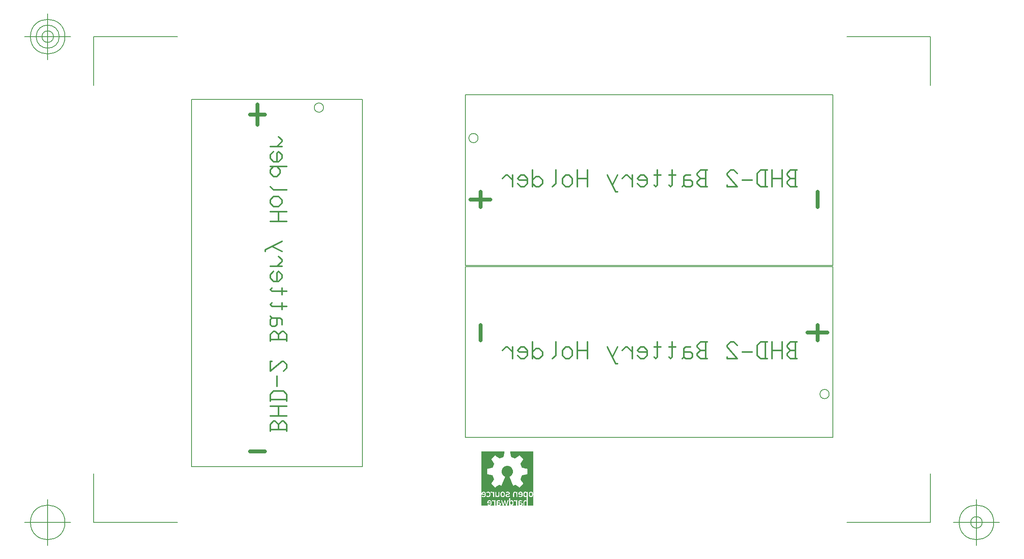
<source format=gbr>
G04 Generated by Ultiboard 14.2 *
%FSLAX24Y24*%
%MOIN*%

%ADD10C,0.0001*%
%ADD11C,0.0001*%
%ADD12C,0.0133*%
%ADD13C,0.0333*%
%ADD14C,0.0080*%
%ADD15C,0.0050*%


G04 ColorRGB FF14FF for the following layer *
%LNSilkscreen Bottom*%
%LPD*%
G54D10*
G54D11*
G36*
X1800Y-14712D02*
X1800Y-14712D01*
X-183Y-14712D01*
X-183Y-14700D01*
X1800Y-14700D01*
X1800Y-14712D01*
D02*
G37*
G36*
X-635Y-14712D02*
X-635Y-14712D01*
X-2619Y-14712D01*
X-2619Y-14700D01*
X-635Y-14700D01*
X-635Y-14712D01*
D02*
G37*
G36*
X1800Y-14723D02*
X1800Y-14723D01*
X-172Y-14723D01*
X-172Y-14712D01*
X1800Y-14712D01*
X1800Y-14723D01*
D02*
G37*
G36*
X-647Y-14723D02*
X-647Y-14723D01*
X-2619Y-14723D01*
X-2619Y-14712D01*
X-647Y-14712D01*
X-647Y-14723D01*
D02*
G37*
G36*
X1800Y-14735D02*
X1800Y-14735D01*
X-172Y-14735D01*
X-172Y-14723D01*
X1800Y-14723D01*
X1800Y-14735D01*
D02*
G37*
G36*
X-647Y-14735D02*
X-647Y-14735D01*
X-2619Y-14735D01*
X-2619Y-14723D01*
X-647Y-14723D01*
X-647Y-14735D01*
D02*
G37*
G36*
X1800Y-14746D02*
X1800Y-14746D01*
X-172Y-14746D01*
X-172Y-14735D01*
X1800Y-14735D01*
X1800Y-14746D01*
D02*
G37*
G36*
X-647Y-14746D02*
X-647Y-14746D01*
X-2619Y-14746D01*
X-2619Y-14735D01*
X-647Y-14735D01*
X-647Y-14746D01*
D02*
G37*
G36*
X1800Y-14758D02*
X1800Y-14758D01*
X-172Y-14758D01*
X-172Y-14746D01*
X1800Y-14746D01*
X1800Y-14758D01*
D02*
G37*
G36*
X-647Y-14758D02*
X-647Y-14758D01*
X-2619Y-14758D01*
X-2619Y-14746D01*
X-647Y-14746D01*
X-647Y-14758D01*
D02*
G37*
G36*
X1800Y-14770D02*
X1800Y-14770D01*
X-160Y-14770D01*
X-160Y-14758D01*
X1800Y-14758D01*
X1800Y-14770D01*
D02*
G37*
G36*
X-659Y-14770D02*
X-659Y-14770D01*
X-2619Y-14770D01*
X-2619Y-14758D01*
X-659Y-14758D01*
X-659Y-14770D01*
D02*
G37*
G36*
X1800Y-14781D02*
X1800Y-14781D01*
X-160Y-14781D01*
X-160Y-14770D01*
X1800Y-14770D01*
X1800Y-14781D01*
D02*
G37*
G36*
X-659Y-14781D02*
X-659Y-14781D01*
X-2619Y-14781D01*
X-2619Y-14770D01*
X-659Y-14770D01*
X-659Y-14781D01*
D02*
G37*
G36*
X1800Y-14793D02*
X1800Y-14793D01*
X-160Y-14793D01*
X-160Y-14781D01*
X1800Y-14781D01*
X1800Y-14793D01*
D02*
G37*
G36*
X-659Y-14793D02*
X-659Y-14793D01*
X-2619Y-14793D01*
X-2619Y-14781D01*
X-659Y-14781D01*
X-659Y-14793D01*
D02*
G37*
G36*
X1800Y-14804D02*
X1800Y-14804D01*
X-160Y-14804D01*
X-160Y-14793D01*
X1800Y-14793D01*
X1800Y-14804D01*
D02*
G37*
G36*
X-659Y-14804D02*
X-659Y-14804D01*
X-2619Y-14804D01*
X-2619Y-14793D01*
X-659Y-14793D01*
X-659Y-14804D01*
D02*
G37*
G36*
X1800Y-14816D02*
X1800Y-14816D01*
X-160Y-14816D01*
X-160Y-14804D01*
X1800Y-14804D01*
X1800Y-14816D01*
D02*
G37*
G36*
X-659Y-14816D02*
X-659Y-14816D01*
X-2619Y-14816D01*
X-2619Y-14804D01*
X-659Y-14804D01*
X-659Y-14816D01*
D02*
G37*
G36*
X1800Y-14828D02*
X1800Y-14828D01*
X-160Y-14828D01*
X-160Y-14816D01*
X1800Y-14816D01*
X1800Y-14828D01*
D02*
G37*
G36*
X-659Y-14828D02*
X-659Y-14828D01*
X-2619Y-14828D01*
X-2619Y-14816D01*
X-659Y-14816D01*
X-659Y-14828D01*
D02*
G37*
G36*
X1800Y-14839D02*
X1800Y-14839D01*
X-148Y-14839D01*
X-148Y-14828D01*
X1800Y-14828D01*
X1800Y-14839D01*
D02*
G37*
G36*
X-670Y-14839D02*
X-670Y-14839D01*
X-2619Y-14839D01*
X-2619Y-14828D01*
X-670Y-14828D01*
X-670Y-14839D01*
D02*
G37*
G36*
X1800Y-14851D02*
X1800Y-14851D01*
X-148Y-14851D01*
X-148Y-14839D01*
X1800Y-14839D01*
X1800Y-14851D01*
D02*
G37*
G36*
X-670Y-14851D02*
X-670Y-14851D01*
X-2619Y-14851D01*
X-2619Y-14839D01*
X-670Y-14839D01*
X-670Y-14851D01*
D02*
G37*
G36*
X1800Y-14862D02*
X1800Y-14862D01*
X-148Y-14862D01*
X-148Y-14851D01*
X1800Y-14851D01*
X1800Y-14862D01*
D02*
G37*
G36*
X-670Y-14862D02*
X-670Y-14862D01*
X-2619Y-14862D01*
X-2619Y-14851D01*
X-670Y-14851D01*
X-670Y-14862D01*
D02*
G37*
G36*
X1800Y-14874D02*
X1800Y-14874D01*
X-148Y-14874D01*
X-148Y-14862D01*
X1800Y-14862D01*
X1800Y-14874D01*
D02*
G37*
G36*
X-670Y-14874D02*
X-670Y-14874D01*
X-2619Y-14874D01*
X-2619Y-14862D01*
X-670Y-14862D01*
X-670Y-14874D01*
D02*
G37*
G36*
X1800Y-14886D02*
X1800Y-14886D01*
X-148Y-14886D01*
X-148Y-14874D01*
X1800Y-14874D01*
X1800Y-14886D01*
D02*
G37*
G36*
X-670Y-14886D02*
X-670Y-14886D01*
X-2619Y-14886D01*
X-2619Y-14874D01*
X-670Y-14874D01*
X-670Y-14886D01*
D02*
G37*
G36*
X1800Y-14897D02*
X1800Y-14897D01*
X-137Y-14897D01*
X-137Y-14886D01*
X1800Y-14886D01*
X1800Y-14897D01*
D02*
G37*
G36*
X-682Y-14897D02*
X-682Y-14897D01*
X-2619Y-14897D01*
X-2619Y-14886D01*
X-682Y-14886D01*
X-682Y-14897D01*
D02*
G37*
G36*
X1800Y-14909D02*
X1800Y-14909D01*
X-137Y-14909D01*
X-137Y-14897D01*
X1800Y-14897D01*
X1800Y-14909D01*
D02*
G37*
G36*
X-682Y-14909D02*
X-682Y-14909D01*
X-2619Y-14909D01*
X-2619Y-14897D01*
X-682Y-14897D01*
X-682Y-14909D01*
D02*
G37*
G36*
X1800Y-14920D02*
X1800Y-14920D01*
X-137Y-14920D01*
X-137Y-14909D01*
X1800Y-14909D01*
X1800Y-14920D01*
D02*
G37*
G36*
X-682Y-14920D02*
X-682Y-14920D01*
X-2619Y-14920D01*
X-2619Y-14909D01*
X-682Y-14909D01*
X-682Y-14920D01*
D02*
G37*
G36*
X1800Y-14932D02*
X1800Y-14932D01*
X-137Y-14932D01*
X-137Y-14920D01*
X1800Y-14920D01*
X1800Y-14932D01*
D02*
G37*
G36*
X-682Y-14932D02*
X-682Y-14932D01*
X-2619Y-14932D01*
X-2619Y-14920D01*
X-682Y-14920D01*
X-682Y-14932D01*
D02*
G37*
G36*
X1800Y-14944D02*
X1800Y-14944D01*
X-137Y-14944D01*
X-137Y-14932D01*
X1800Y-14932D01*
X1800Y-14944D01*
D02*
G37*
G36*
X-682Y-14944D02*
X-682Y-14944D01*
X-2619Y-14944D01*
X-2619Y-14932D01*
X-682Y-14932D01*
X-682Y-14944D01*
D02*
G37*
G36*
X1800Y-14955D02*
X1800Y-14955D01*
X-137Y-14955D01*
X-137Y-14943D01*
X1800Y-14944D01*
X1800Y-14955D01*
D02*
G37*
G36*
X-682Y-14955D02*
X-682Y-14955D01*
X-2619Y-14955D01*
X-2619Y-14943D01*
X-682Y-14944D01*
X-682Y-14955D01*
D02*
G37*
G36*
X1800Y-14967D02*
X1800Y-14967D01*
X-125Y-14967D01*
X-125Y-14955D01*
X1800Y-14955D01*
X1800Y-14967D01*
D02*
G37*
G36*
X-693Y-14967D02*
X-693Y-14967D01*
X-2619Y-14967D01*
X-2619Y-14955D01*
X-693Y-14955D01*
X-693Y-14967D01*
D02*
G37*
G36*
X1800Y-14978D02*
X1800Y-14978D01*
X-125Y-14978D01*
X-125Y-14967D01*
X1800Y-14967D01*
X1800Y-14978D01*
D02*
G37*
G36*
X-693Y-14978D02*
X-693Y-14978D01*
X-2619Y-14978D01*
X-2619Y-14967D01*
X-693Y-14967D01*
X-693Y-14978D01*
D02*
G37*
G36*
X1800Y-14990D02*
X1800Y-14990D01*
X-125Y-14990D01*
X-125Y-14978D01*
X1800Y-14978D01*
X1800Y-14990D01*
D02*
G37*
G36*
X-693Y-14990D02*
X-693Y-14990D01*
X-2619Y-14990D01*
X-2619Y-14978D01*
X-693Y-14978D01*
X-693Y-14990D01*
D02*
G37*
G36*
X1800Y-15002D02*
X1800Y-15002D01*
X-125Y-15002D01*
X-125Y-14990D01*
X1800Y-14990D01*
X1800Y-15002D01*
D02*
G37*
G36*
X-693Y-15002D02*
X-693Y-15002D01*
X-2619Y-15002D01*
X-2619Y-14990D01*
X-693Y-14990D01*
X-693Y-15002D01*
D02*
G37*
G36*
X1800Y-15013D02*
X1800Y-15013D01*
X-125Y-15013D01*
X-125Y-15001D01*
X1800Y-15002D01*
X1800Y-15013D01*
D02*
G37*
G36*
X-693Y-15013D02*
X-693Y-15013D01*
X-2619Y-15013D01*
X-2619Y-15001D01*
X-693Y-15002D01*
X-693Y-15013D01*
D02*
G37*
G36*
X1800Y-15025D02*
X1800Y-15025D01*
X-114Y-15025D01*
X-114Y-15013D01*
X1800Y-15013D01*
X1800Y-15025D01*
D02*
G37*
G36*
X-705Y-15025D02*
X-705Y-15025D01*
X-2619Y-15025D01*
X-2619Y-15013D01*
X-705Y-15013D01*
X-705Y-15025D01*
D02*
G37*
G36*
X1800Y-15036D02*
X1800Y-15036D01*
X-114Y-15036D01*
X-114Y-15025D01*
X1800Y-15025D01*
X1800Y-15036D01*
D02*
G37*
G36*
X-705Y-15036D02*
X-705Y-15036D01*
X-2619Y-15036D01*
X-2619Y-15025D01*
X-705Y-15025D01*
X-705Y-15036D01*
D02*
G37*
G36*
X1800Y-15048D02*
X1800Y-15048D01*
X-114Y-15048D01*
X-114Y-15036D01*
X1800Y-15036D01*
X1800Y-15048D01*
D02*
G37*
G36*
X-705Y-15048D02*
X-705Y-15048D01*
X-2619Y-15048D01*
X-2619Y-15036D01*
X-705Y-15036D01*
X-705Y-15048D01*
D02*
G37*
G36*
X1800Y-15060D02*
X1800Y-15060D01*
X652Y-15060D01*
X652Y-15048D01*
X1800Y-15048D01*
X1800Y-15060D01*
D02*
G37*
G36*
X617Y-15060D02*
X617Y-15060D01*
X-114Y-15060D01*
X-114Y-15048D01*
X617Y-15048D01*
X617Y-15060D01*
D02*
G37*
G36*
X-705Y-15060D02*
X-705Y-15060D01*
X-1436Y-15060D01*
X-1436Y-15048D01*
X-705Y-15048D01*
X-705Y-15060D01*
D02*
G37*
G36*
X-1470Y-15060D02*
X-1470Y-15060D01*
X-2619Y-15060D01*
X-2619Y-15048D01*
X-1470Y-15048D01*
X-1470Y-15060D01*
D02*
G37*
G36*
X1800Y-15071D02*
X1800Y-15071D01*
X663Y-15071D01*
X663Y-15059D01*
X1800Y-15060D01*
X1800Y-15071D01*
D02*
G37*
G36*
X605Y-15071D02*
X605Y-15071D01*
X-114Y-15071D01*
X-114Y-15059D01*
X605Y-15060D01*
X605Y-15071D01*
D02*
G37*
G36*
X-705Y-15071D02*
X-705Y-15071D01*
X-1424Y-15071D01*
X-1424Y-15059D01*
X-705Y-15060D01*
X-705Y-15071D01*
D02*
G37*
G36*
X-1482Y-15071D02*
X-1482Y-15071D01*
X-2619Y-15071D01*
X-2619Y-15059D01*
X-1482Y-15060D01*
X-1482Y-15071D01*
D02*
G37*
G36*
X1800Y-15083D02*
X1800Y-15083D01*
X675Y-15083D01*
X675Y-15071D01*
X1800Y-15071D01*
X1800Y-15083D01*
D02*
G37*
G36*
X582Y-15083D02*
X582Y-15083D01*
X-102Y-15083D01*
X-102Y-15071D01*
X582Y-15071D01*
X582Y-15083D01*
D02*
G37*
G36*
X-717Y-15083D02*
X-717Y-15083D01*
X-1401Y-15083D01*
X-1401Y-15071D01*
X-717Y-15071D01*
X-717Y-15083D01*
D02*
G37*
G36*
X-1494Y-15083D02*
X-1494Y-15083D01*
X-2619Y-15083D01*
X-2619Y-15071D01*
X-1494Y-15071D01*
X-1494Y-15083D01*
D02*
G37*
G36*
X1800Y-15094D02*
X1800Y-15094D01*
X687Y-15094D01*
X687Y-15083D01*
X1800Y-15083D01*
X1800Y-15094D01*
D02*
G37*
G36*
X571Y-15094D02*
X571Y-15094D01*
X-102Y-15094D01*
X-102Y-15083D01*
X571Y-15083D01*
X571Y-15094D01*
D02*
G37*
G36*
X-717Y-15094D02*
X-717Y-15094D01*
X-1389Y-15094D01*
X-1389Y-15083D01*
X-717Y-15083D01*
X-717Y-15094D01*
D02*
G37*
G36*
X-1505Y-15094D02*
X-1505Y-15094D01*
X-2619Y-15094D01*
X-2619Y-15083D01*
X-1505Y-15083D01*
X-1505Y-15094D01*
D02*
G37*
G36*
X1800Y-15106D02*
X1800Y-15106D01*
X698Y-15106D01*
X698Y-15094D01*
X1800Y-15094D01*
X1800Y-15106D01*
D02*
G37*
G36*
X548Y-15106D02*
X548Y-15106D01*
X-102Y-15106D01*
X-102Y-15094D01*
X548Y-15094D01*
X548Y-15106D01*
D02*
G37*
G36*
X-717Y-15106D02*
X-717Y-15106D01*
X-1366Y-15106D01*
X-1366Y-15094D01*
X-717Y-15094D01*
X-717Y-15106D01*
D02*
G37*
G36*
X-1517Y-15106D02*
X-1517Y-15106D01*
X-2619Y-15106D01*
X-2619Y-15094D01*
X-1517Y-15094D01*
X-1517Y-15106D01*
D02*
G37*
G36*
X1800Y-15117D02*
X1800Y-15117D01*
X710Y-15117D01*
X710Y-15106D01*
X1800Y-15106D01*
X1800Y-15117D01*
D02*
G37*
G36*
X536Y-15117D02*
X536Y-15117D01*
X-102Y-15117D01*
X-102Y-15106D01*
X536Y-15106D01*
X536Y-15117D01*
D02*
G37*
G36*
X-717Y-15117D02*
X-717Y-15117D01*
X-1354Y-15117D01*
X-1354Y-15106D01*
X-717Y-15106D01*
X-717Y-15117D01*
D02*
G37*
G36*
X-1528Y-15117D02*
X-1528Y-15117D01*
X-2619Y-15117D01*
X-2619Y-15106D01*
X-1528Y-15106D01*
X-1528Y-15117D01*
D02*
G37*
G36*
X1800Y-15129D02*
X1800Y-15129D01*
X721Y-15129D01*
X721Y-15117D01*
X1800Y-15117D01*
X1800Y-15129D01*
D02*
G37*
G36*
X513Y-15129D02*
X513Y-15129D01*
X-102Y-15129D01*
X-102Y-15117D01*
X513Y-15117D01*
X513Y-15129D01*
D02*
G37*
G36*
X-717Y-15129D02*
X-717Y-15129D01*
X-1331Y-15129D01*
X-1331Y-15117D01*
X-717Y-15117D01*
X-717Y-15129D01*
D02*
G37*
G36*
X-1540Y-15129D02*
X-1540Y-15129D01*
X-2619Y-15129D01*
X-2619Y-15117D01*
X-1540Y-15117D01*
X-1540Y-15129D01*
D02*
G37*
G36*
X1800Y-15141D02*
X1800Y-15141D01*
X733Y-15141D01*
X733Y-15129D01*
X1800Y-15129D01*
X1800Y-15141D01*
D02*
G37*
G36*
X501Y-15141D02*
X501Y-15141D01*
X-102Y-15141D01*
X-102Y-15129D01*
X501Y-15129D01*
X501Y-15141D01*
D02*
G37*
G36*
X-717Y-15141D02*
X-717Y-15141D01*
X-1320Y-15141D01*
X-1320Y-15129D01*
X-717Y-15129D01*
X-717Y-15141D01*
D02*
G37*
G36*
X-1552Y-15141D02*
X-1552Y-15141D01*
X-2619Y-15141D01*
X-2619Y-15129D01*
X-1552Y-15129D01*
X-1552Y-15141D01*
D02*
G37*
G36*
X1800Y-15152D02*
X1800Y-15152D01*
X745Y-15152D01*
X745Y-15141D01*
X1800Y-15141D01*
X1800Y-15152D01*
D02*
G37*
G36*
X490Y-15152D02*
X490Y-15152D01*
X-90Y-15152D01*
X-90Y-15141D01*
X490Y-15141D01*
X490Y-15152D01*
D02*
G37*
G36*
X-728Y-15152D02*
X-728Y-15152D01*
X-1308Y-15152D01*
X-1308Y-15141D01*
X-728Y-15141D01*
X-728Y-15152D01*
D02*
G37*
G36*
X-1563Y-15152D02*
X-1563Y-15152D01*
X-2619Y-15152D01*
X-2619Y-15141D01*
X-1563Y-15141D01*
X-1563Y-15152D01*
D02*
G37*
G36*
X1800Y-15164D02*
X1800Y-15164D01*
X756Y-15164D01*
X756Y-15152D01*
X1800Y-15152D01*
X1800Y-15164D01*
D02*
G37*
G36*
X466Y-15164D02*
X466Y-15164D01*
X-90Y-15164D01*
X-90Y-15152D01*
X466Y-15152D01*
X466Y-15164D01*
D02*
G37*
G36*
X-728Y-15164D02*
X-728Y-15164D01*
X-1285Y-15164D01*
X-1285Y-15152D01*
X-728Y-15152D01*
X-728Y-15164D01*
D02*
G37*
G36*
X-1575Y-15164D02*
X-1575Y-15164D01*
X-2619Y-15164D01*
X-2619Y-15152D01*
X-1575Y-15152D01*
X-1575Y-15164D01*
D02*
G37*
G36*
X1800Y-15175D02*
X1800Y-15175D01*
X768Y-15175D01*
X768Y-15164D01*
X1800Y-15164D01*
X1800Y-15175D01*
D02*
G37*
G36*
X455Y-15175D02*
X455Y-15175D01*
X-90Y-15175D01*
X-90Y-15164D01*
X455Y-15164D01*
X455Y-15175D01*
D02*
G37*
G36*
X-728Y-15175D02*
X-728Y-15175D01*
X-1273Y-15175D01*
X-1273Y-15164D01*
X-728Y-15164D01*
X-728Y-15175D01*
D02*
G37*
G36*
X-1586Y-15175D02*
X-1586Y-15175D01*
X-2619Y-15175D01*
X-2619Y-15164D01*
X-1586Y-15164D01*
X-1586Y-15175D01*
D02*
G37*
G36*
X1800Y-15187D02*
X1800Y-15187D01*
X779Y-15187D01*
X779Y-15175D01*
X1800Y-15175D01*
X1800Y-15187D01*
D02*
G37*
G36*
X432Y-15187D02*
X432Y-15187D01*
X-67Y-15187D01*
X-67Y-15175D01*
X432Y-15175D01*
X432Y-15187D01*
D02*
G37*
G36*
X-751Y-15187D02*
X-751Y-15187D01*
X-1250Y-15187D01*
X-1250Y-15175D01*
X-751Y-15175D01*
X-751Y-15187D01*
D02*
G37*
G36*
X-1598Y-15187D02*
X-1598Y-15187D01*
X-2619Y-15187D01*
X-2619Y-15175D01*
X-1598Y-15175D01*
X-1598Y-15187D01*
D02*
G37*
G36*
X1800Y-15199D02*
X1800Y-15199D01*
X791Y-15199D01*
X791Y-15187D01*
X1800Y-15187D01*
X1800Y-15199D01*
D02*
G37*
G36*
X420Y-15199D02*
X420Y-15199D01*
X-44Y-15199D01*
X-44Y-15187D01*
X420Y-15187D01*
X420Y-15199D01*
D02*
G37*
G36*
X-775Y-15199D02*
X-775Y-15199D01*
X-1238Y-15199D01*
X-1238Y-15187D01*
X-775Y-15187D01*
X-775Y-15199D01*
D02*
G37*
G36*
X-1610Y-15199D02*
X-1610Y-15199D01*
X-2619Y-15199D01*
X-2619Y-15187D01*
X-1610Y-15187D01*
X-1610Y-15199D01*
D02*
G37*
G36*
X1800Y-15210D02*
X1800Y-15210D01*
X803Y-15210D01*
X803Y-15199D01*
X1800Y-15199D01*
X1800Y-15210D01*
D02*
G37*
G36*
X397Y-15210D02*
X397Y-15210D01*
X-21Y-15210D01*
X-21Y-15199D01*
X397Y-15199D01*
X397Y-15210D01*
D02*
G37*
G36*
X-798Y-15210D02*
X-798Y-15210D01*
X-1215Y-15210D01*
X-1215Y-15199D01*
X-798Y-15199D01*
X-798Y-15210D01*
D02*
G37*
G36*
X-1621Y-15210D02*
X-1621Y-15210D01*
X-2619Y-15210D01*
X-2619Y-15199D01*
X-1621Y-15199D01*
X-1621Y-15210D01*
D02*
G37*
G36*
X1800Y-15222D02*
X1800Y-15222D01*
X814Y-15222D01*
X814Y-15210D01*
X1800Y-15210D01*
X1800Y-15222D01*
D02*
G37*
G36*
X385Y-15222D02*
X385Y-15222D01*
X14Y-15222D01*
X14Y-15210D01*
X385Y-15210D01*
X385Y-15222D01*
D02*
G37*
G36*
X-833Y-15222D02*
X-833Y-15222D01*
X-1204Y-15222D01*
X-1204Y-15210D01*
X-833Y-15210D01*
X-833Y-15222D01*
D02*
G37*
G36*
X-1633Y-15222D02*
X-1633Y-15222D01*
X-2619Y-15222D01*
X-2619Y-15210D01*
X-1633Y-15210D01*
X-1633Y-15222D01*
D02*
G37*
G36*
X1800Y-15233D02*
X1800Y-15233D01*
X826Y-15233D01*
X826Y-15222D01*
X1800Y-15222D01*
X1800Y-15233D01*
D02*
G37*
G36*
X362Y-15233D02*
X362Y-15233D01*
X37Y-15233D01*
X37Y-15222D01*
X362Y-15222D01*
X362Y-15233D01*
D02*
G37*
G36*
X-856Y-15233D02*
X-856Y-15233D01*
X-1180Y-15233D01*
X-1180Y-15222D01*
X-856Y-15222D01*
X-856Y-15233D01*
D02*
G37*
G36*
X-1644Y-15233D02*
X-1644Y-15233D01*
X-2619Y-15233D01*
X-2619Y-15222D01*
X-1644Y-15222D01*
X-1644Y-15233D01*
D02*
G37*
G36*
X1800Y-15245D02*
X1800Y-15245D01*
X837Y-15245D01*
X837Y-15233D01*
X1800Y-15233D01*
X1800Y-15245D01*
D02*
G37*
G36*
X350Y-15245D02*
X350Y-15245D01*
X72Y-15245D01*
X72Y-15233D01*
X350Y-15233D01*
X350Y-15245D01*
D02*
G37*
G36*
X-891Y-15245D02*
X-891Y-15245D01*
X-1169Y-15245D01*
X-1169Y-15233D01*
X-891Y-15233D01*
X-891Y-15245D01*
D02*
G37*
G36*
X-1656Y-15245D02*
X-1656Y-15245D01*
X-2619Y-15245D01*
X-2619Y-15233D01*
X-1656Y-15233D01*
X-1656Y-15245D01*
D02*
G37*
G36*
X1800Y-15257D02*
X1800Y-15257D01*
X849Y-15257D01*
X849Y-15245D01*
X1800Y-15245D01*
X1800Y-15257D01*
D02*
G37*
G36*
X327Y-15257D02*
X327Y-15257D01*
X95Y-15257D01*
X95Y-15245D01*
X327Y-15245D01*
X327Y-15257D01*
D02*
G37*
G36*
X-914Y-15257D02*
X-914Y-15257D01*
X-1146Y-15257D01*
X-1146Y-15245D01*
X-914Y-15245D01*
X-914Y-15257D01*
D02*
G37*
G36*
X-1668Y-15257D02*
X-1668Y-15257D01*
X-2619Y-15257D01*
X-2619Y-15245D01*
X-1668Y-15245D01*
X-1668Y-15257D01*
D02*
G37*
G36*
X1800Y-15268D02*
X1800Y-15268D01*
X861Y-15268D01*
X861Y-15257D01*
X1800Y-15257D01*
X1800Y-15268D01*
D02*
G37*
G36*
X316Y-15268D02*
X316Y-15268D01*
X130Y-15268D01*
X130Y-15257D01*
X316Y-15257D01*
X316Y-15268D01*
D02*
G37*
G36*
X-949Y-15268D02*
X-949Y-15268D01*
X-1134Y-15268D01*
X-1134Y-15257D01*
X-949Y-15257D01*
X-949Y-15268D01*
D02*
G37*
G36*
X-1679Y-15268D02*
X-1679Y-15268D01*
X-2619Y-15268D01*
X-2619Y-15257D01*
X-1679Y-15257D01*
X-1679Y-15268D01*
D02*
G37*
G36*
X1800Y-15280D02*
X1800Y-15280D01*
X872Y-15280D01*
X872Y-15268D01*
X1800Y-15268D01*
X1800Y-15280D01*
D02*
G37*
G36*
X292Y-15280D02*
X292Y-15280D01*
X153Y-15280D01*
X153Y-15268D01*
X292Y-15268D01*
X292Y-15280D01*
D02*
G37*
G36*
X-972Y-15280D02*
X-972Y-15280D01*
X-1111Y-15280D01*
X-1111Y-15268D01*
X-972Y-15268D01*
X-972Y-15280D01*
D02*
G37*
G36*
X-1691Y-15280D02*
X-1691Y-15280D01*
X-2619Y-15280D01*
X-2619Y-15268D01*
X-1691Y-15268D01*
X-1691Y-15280D01*
D02*
G37*
G36*
X1800Y-15291D02*
X1800Y-15291D01*
X884Y-15291D01*
X884Y-15280D01*
X1800Y-15280D01*
X1800Y-15291D01*
D02*
G37*
G36*
X281Y-15291D02*
X281Y-15291D01*
X188Y-15291D01*
X188Y-15280D01*
X281Y-15280D01*
X281Y-15291D01*
D02*
G37*
G36*
X-1007Y-15291D02*
X-1007Y-15291D01*
X-1099Y-15291D01*
X-1099Y-15280D01*
X-1007Y-15280D01*
X-1007Y-15291D01*
D02*
G37*
G36*
X-1702Y-15291D02*
X-1702Y-15291D01*
X-2619Y-15291D01*
X-2619Y-15280D01*
X-1702Y-15280D01*
X-1702Y-15291D01*
D02*
G37*
G36*
X1800Y-15303D02*
X1800Y-15303D01*
X895Y-15303D01*
X895Y-15291D01*
X1800Y-15291D01*
X1800Y-15303D01*
D02*
G37*
G36*
X269Y-15303D02*
X269Y-15303D01*
X211Y-15303D01*
X211Y-15291D01*
X269Y-15291D01*
X269Y-15303D01*
D02*
G37*
G36*
X-1030Y-15303D02*
X-1030Y-15303D01*
X-1088Y-15303D01*
X-1088Y-15291D01*
X-1030Y-15291D01*
X-1030Y-15303D01*
D02*
G37*
G36*
X-1714Y-15303D02*
X-1714Y-15303D01*
X-2619Y-15303D01*
X-2619Y-15291D01*
X-1714Y-15291D01*
X-1714Y-15303D01*
D02*
G37*
G36*
X1800Y-15315D02*
X1800Y-15315D01*
X907Y-15315D01*
X907Y-15303D01*
X1800Y-15303D01*
X1800Y-15315D01*
D02*
G37*
G36*
X-1726Y-15315D02*
X-1726Y-15315D01*
X-2619Y-15315D01*
X-2619Y-15303D01*
X-1726Y-15303D01*
X-1726Y-15315D01*
D02*
G37*
G36*
X1800Y-15326D02*
X1800Y-15326D01*
X919Y-15326D01*
X919Y-15315D01*
X1800Y-15315D01*
X1800Y-15326D01*
D02*
G37*
G36*
X-1737Y-15326D02*
X-1737Y-15326D01*
X-2619Y-15326D01*
X-2619Y-15315D01*
X-1737Y-15315D01*
X-1737Y-15326D01*
D02*
G37*
G36*
X1800Y-15338D02*
X1800Y-15338D01*
X930Y-15338D01*
X930Y-15326D01*
X1800Y-15326D01*
X1800Y-15338D01*
D02*
G37*
G36*
X-1749Y-15338D02*
X-1749Y-15338D01*
X-2619Y-15338D01*
X-2619Y-15326D01*
X-1749Y-15326D01*
X-1749Y-15338D01*
D02*
G37*
G36*
X1800Y-15349D02*
X1800Y-15349D01*
X942Y-15349D01*
X942Y-15338D01*
X1800Y-15338D01*
X1800Y-15349D01*
D02*
G37*
G36*
X-1760Y-15349D02*
X-1760Y-15349D01*
X-2619Y-15349D01*
X-2619Y-15338D01*
X-1760Y-15338D01*
X-1760Y-15349D01*
D02*
G37*
G36*
X1800Y-15361D02*
X1800Y-15361D01*
X953Y-15361D01*
X953Y-15349D01*
X1800Y-15349D01*
X1800Y-15361D01*
D02*
G37*
G36*
X-1772Y-15361D02*
X-1772Y-15361D01*
X-2619Y-15361D01*
X-2619Y-15349D01*
X-1772Y-15349D01*
X-1772Y-15361D01*
D02*
G37*
G36*
X1800Y-15373D02*
X1800Y-15373D01*
X953Y-15373D01*
X953Y-15361D01*
X1800Y-15361D01*
X1800Y-15373D01*
D02*
G37*
G36*
X-1772Y-15373D02*
X-1772Y-15373D01*
X-2619Y-15373D01*
X-2619Y-15361D01*
X-1772Y-15361D01*
X-1772Y-15373D01*
D02*
G37*
G36*
X1800Y-15384D02*
X1800Y-15384D01*
X953Y-15384D01*
X953Y-15373D01*
X1800Y-15373D01*
X1800Y-15384D01*
D02*
G37*
G36*
X-1772Y-15384D02*
X-1772Y-15384D01*
X-2619Y-15384D01*
X-2619Y-15373D01*
X-1772Y-15373D01*
X-1772Y-15384D01*
D02*
G37*
G36*
X1800Y-15396D02*
X1800Y-15396D01*
X953Y-15396D01*
X953Y-15384D01*
X1800Y-15384D01*
X1800Y-15396D01*
D02*
G37*
G36*
X-1772Y-15396D02*
X-1772Y-15396D01*
X-2619Y-15396D01*
X-2619Y-15384D01*
X-1772Y-15384D01*
X-1772Y-15396D01*
D02*
G37*
G36*
X1800Y-15407D02*
X1800Y-15407D01*
X942Y-15407D01*
X942Y-15396D01*
X1800Y-15396D01*
X1800Y-15407D01*
D02*
G37*
G36*
X-1760Y-15407D02*
X-1760Y-15407D01*
X-2619Y-15407D01*
X-2619Y-15396D01*
X-1760Y-15396D01*
X-1760Y-15407D01*
D02*
G37*
G36*
X1800Y-15419D02*
X1800Y-15419D01*
X942Y-15419D01*
X942Y-15407D01*
X1800Y-15407D01*
X1800Y-15419D01*
D02*
G37*
G36*
X-1760Y-15419D02*
X-1760Y-15419D01*
X-2619Y-15419D01*
X-2619Y-15407D01*
X-1760Y-15407D01*
X-1760Y-15419D01*
D02*
G37*
G36*
X1800Y-15431D02*
X1800Y-15431D01*
X930Y-15431D01*
X930Y-15419D01*
X1800Y-15419D01*
X1800Y-15431D01*
D02*
G37*
G36*
X-1749Y-15431D02*
X-1749Y-15431D01*
X-2619Y-15431D01*
X-2619Y-15419D01*
X-1749Y-15419D01*
X-1749Y-15431D01*
D02*
G37*
G36*
X1800Y-15442D02*
X1800Y-15442D01*
X919Y-15442D01*
X919Y-15431D01*
X1800Y-15431D01*
X1800Y-15442D01*
D02*
G37*
G36*
X-1737Y-15442D02*
X-1737Y-15442D01*
X-2619Y-15442D01*
X-2619Y-15431D01*
X-1737Y-15431D01*
X-1737Y-15442D01*
D02*
G37*
G36*
X1800Y-15454D02*
X1800Y-15454D01*
X919Y-15454D01*
X919Y-15442D01*
X1800Y-15442D01*
X1800Y-15454D01*
D02*
G37*
G36*
X-1737Y-15454D02*
X-1737Y-15454D01*
X-2619Y-15454D01*
X-2619Y-15442D01*
X-1737Y-15442D01*
X-1737Y-15454D01*
D02*
G37*
G36*
X1800Y-15465D02*
X1800Y-15465D01*
X907Y-15465D01*
X907Y-15454D01*
X1800Y-15454D01*
X1800Y-15465D01*
D02*
G37*
G36*
X-1726Y-15465D02*
X-1726Y-15465D01*
X-2619Y-15465D01*
X-2619Y-15454D01*
X-1726Y-15454D01*
X-1726Y-15465D01*
D02*
G37*
G36*
X1800Y-15477D02*
X1800Y-15477D01*
X895Y-15477D01*
X895Y-15465D01*
X1800Y-15465D01*
X1800Y-15477D01*
D02*
G37*
G36*
X-1714Y-15477D02*
X-1714Y-15477D01*
X-2619Y-15477D01*
X-2619Y-15465D01*
X-1714Y-15465D01*
X-1714Y-15477D01*
D02*
G37*
G36*
X1800Y-15489D02*
X1800Y-15489D01*
X884Y-15489D01*
X884Y-15477D01*
X1800Y-15477D01*
X1800Y-15489D01*
D02*
G37*
G36*
X-1702Y-15489D02*
X-1702Y-15489D01*
X-2619Y-15489D01*
X-2619Y-15477D01*
X-1702Y-15477D01*
X-1702Y-15489D01*
D02*
G37*
G36*
X1800Y-15500D02*
X1800Y-15500D01*
X884Y-15500D01*
X884Y-15489D01*
X1800Y-15489D01*
X1800Y-15500D01*
D02*
G37*
G36*
X-1702Y-15500D02*
X-1702Y-15500D01*
X-2619Y-15500D01*
X-2619Y-15489D01*
X-1702Y-15489D01*
X-1702Y-15500D01*
D02*
G37*
G36*
X1800Y-15512D02*
X1800Y-15512D01*
X872Y-15512D01*
X872Y-15500D01*
X1800Y-15500D01*
X1800Y-15512D01*
D02*
G37*
G36*
X-1691Y-15512D02*
X-1691Y-15512D01*
X-2619Y-15512D01*
X-2619Y-15500D01*
X-1691Y-15500D01*
X-1691Y-15512D01*
D02*
G37*
G36*
X1800Y-15523D02*
X1800Y-15523D01*
X861Y-15523D01*
X861Y-15512D01*
X1800Y-15512D01*
X1800Y-15523D01*
D02*
G37*
G36*
X-1679Y-15523D02*
X-1679Y-15523D01*
X-2619Y-15523D01*
X-2619Y-15512D01*
X-1679Y-15512D01*
X-1679Y-15523D01*
D02*
G37*
G36*
X1800Y-15535D02*
X1800Y-15535D01*
X861Y-15535D01*
X861Y-15523D01*
X1800Y-15523D01*
X1800Y-15535D01*
D02*
G37*
G36*
X-1679Y-15535D02*
X-1679Y-15535D01*
X-2619Y-15535D01*
X-2619Y-15523D01*
X-1679Y-15523D01*
X-1679Y-15535D01*
D02*
G37*
G36*
X1800Y-15547D02*
X1800Y-15547D01*
X849Y-15547D01*
X849Y-15535D01*
X1800Y-15535D01*
X1800Y-15547D01*
D02*
G37*
G36*
X-1668Y-15547D02*
X-1668Y-15547D01*
X-2619Y-15547D01*
X-2619Y-15535D01*
X-1668Y-15535D01*
X-1668Y-15547D01*
D02*
G37*
G36*
X1800Y-15558D02*
X1800Y-15558D01*
X837Y-15558D01*
X837Y-15547D01*
X1800Y-15547D01*
X1800Y-15558D01*
D02*
G37*
G36*
X-1656Y-15558D02*
X-1656Y-15558D01*
X-2619Y-15558D01*
X-2619Y-15547D01*
X-1656Y-15547D01*
X-1656Y-15558D01*
D02*
G37*
G36*
X1800Y-15570D02*
X1800Y-15570D01*
X837Y-15570D01*
X837Y-15558D01*
X1800Y-15558D01*
X1800Y-15570D01*
D02*
G37*
G36*
X-1656Y-15570D02*
X-1656Y-15570D01*
X-2619Y-15570D01*
X-2619Y-15558D01*
X-1656Y-15558D01*
X-1656Y-15570D01*
D02*
G37*
G36*
X1800Y-15581D02*
X1800Y-15581D01*
X826Y-15581D01*
X826Y-15570D01*
X1800Y-15570D01*
X1800Y-15581D01*
D02*
G37*
G36*
X-1644Y-15581D02*
X-1644Y-15581D01*
X-2619Y-15581D01*
X-2619Y-15570D01*
X-1644Y-15570D01*
X-1644Y-15581D01*
D02*
G37*
G36*
X1800Y-15593D02*
X1800Y-15593D01*
X814Y-15593D01*
X814Y-15581D01*
X1800Y-15581D01*
X1800Y-15593D01*
D02*
G37*
G36*
X-1633Y-15593D02*
X-1633Y-15593D01*
X-2619Y-15593D01*
X-2619Y-15581D01*
X-1633Y-15581D01*
X-1633Y-15593D01*
D02*
G37*
G36*
X1800Y-15605D02*
X1800Y-15605D01*
X814Y-15605D01*
X814Y-15593D01*
X1800Y-15593D01*
X1800Y-15605D01*
D02*
G37*
G36*
X-1633Y-15605D02*
X-1633Y-15605D01*
X-2619Y-15605D01*
X-2619Y-15593D01*
X-1633Y-15593D01*
X-1633Y-15605D01*
D02*
G37*
G36*
X1800Y-15616D02*
X1800Y-15616D01*
X803Y-15616D01*
X803Y-15605D01*
X1800Y-15605D01*
X1800Y-15616D01*
D02*
G37*
G36*
X-1621Y-15616D02*
X-1621Y-15616D01*
X-2619Y-15616D01*
X-2619Y-15605D01*
X-1621Y-15605D01*
X-1621Y-15616D01*
D02*
G37*
G36*
X1800Y-15628D02*
X1800Y-15628D01*
X791Y-15628D01*
X791Y-15616D01*
X1800Y-15616D01*
X1800Y-15628D01*
D02*
G37*
G36*
X-1610Y-15628D02*
X-1610Y-15628D01*
X-2619Y-15628D01*
X-2619Y-15616D01*
X-1610Y-15616D01*
X-1610Y-15628D01*
D02*
G37*
G36*
X1800Y-15639D02*
X1800Y-15639D01*
X791Y-15639D01*
X791Y-15628D01*
X1800Y-15628D01*
X1800Y-15639D01*
D02*
G37*
G36*
X-1610Y-15639D02*
X-1610Y-15639D01*
X-2619Y-15639D01*
X-2619Y-15628D01*
X-1610Y-15628D01*
X-1610Y-15639D01*
D02*
G37*
G36*
X1800Y-15651D02*
X1800Y-15651D01*
X779Y-15651D01*
X779Y-15639D01*
X1800Y-15639D01*
X1800Y-15651D01*
D02*
G37*
G36*
X-1598Y-15651D02*
X-1598Y-15651D01*
X-2619Y-15651D01*
X-2619Y-15639D01*
X-1598Y-15639D01*
X-1598Y-15651D01*
D02*
G37*
G36*
X1800Y-15663D02*
X1800Y-15663D01*
X768Y-15663D01*
X768Y-15651D01*
X1800Y-15651D01*
X1800Y-15663D01*
D02*
G37*
G36*
X-1586Y-15663D02*
X-1586Y-15663D01*
X-2619Y-15663D01*
X-2619Y-15651D01*
X-1586Y-15651D01*
X-1586Y-15663D01*
D02*
G37*
G36*
X1800Y-15674D02*
X1800Y-15674D01*
X756Y-15674D01*
X756Y-15663D01*
X1800Y-15663D01*
X1800Y-15674D01*
D02*
G37*
G36*
X-1575Y-15674D02*
X-1575Y-15674D01*
X-2619Y-15674D01*
X-2619Y-15663D01*
X-1575Y-15663D01*
X-1575Y-15674D01*
D02*
G37*
G36*
X1800Y-15686D02*
X1800Y-15686D01*
X756Y-15686D01*
X756Y-15674D01*
X1800Y-15674D01*
X1800Y-15686D01*
D02*
G37*
G36*
X-1575Y-15686D02*
X-1575Y-15686D01*
X-2619Y-15686D01*
X-2619Y-15674D01*
X-1575Y-15674D01*
X-1575Y-15686D01*
D02*
G37*
G36*
X1800Y-15697D02*
X1800Y-15697D01*
X745Y-15697D01*
X745Y-15686D01*
X1800Y-15686D01*
X1800Y-15697D01*
D02*
G37*
G36*
X-1563Y-15697D02*
X-1563Y-15697D01*
X-2619Y-15697D01*
X-2619Y-15686D01*
X-1563Y-15686D01*
X-1563Y-15697D01*
D02*
G37*
G36*
X1800Y-15709D02*
X1800Y-15709D01*
X733Y-15709D01*
X733Y-15697D01*
X1800Y-15697D01*
X1800Y-15709D01*
D02*
G37*
G36*
X-1552Y-15709D02*
X-1552Y-15709D01*
X-2619Y-15709D01*
X-2619Y-15697D01*
X-1552Y-15697D01*
X-1552Y-15709D01*
D02*
G37*
G36*
X1800Y-15721D02*
X1800Y-15721D01*
X733Y-15721D01*
X733Y-15709D01*
X1800Y-15709D01*
X1800Y-15721D01*
D02*
G37*
G36*
X-1552Y-15721D02*
X-1552Y-15721D01*
X-2619Y-15721D01*
X-2619Y-15709D01*
X-1552Y-15709D01*
X-1552Y-15721D01*
D02*
G37*
G36*
X1800Y-15732D02*
X1800Y-15732D01*
X721Y-15732D01*
X721Y-15721D01*
X1800Y-15721D01*
X1800Y-15732D01*
D02*
G37*
G36*
X-1540Y-15732D02*
X-1540Y-15732D01*
X-2619Y-15732D01*
X-2619Y-15721D01*
X-1540Y-15721D01*
X-1540Y-15732D01*
D02*
G37*
G36*
X1800Y-15744D02*
X1800Y-15744D01*
X710Y-15744D01*
X710Y-15732D01*
X1800Y-15732D01*
X1800Y-15744D01*
D02*
G37*
G36*
X-1528Y-15744D02*
X-1528Y-15744D01*
X-2619Y-15744D01*
X-2619Y-15732D01*
X-1528Y-15732D01*
X-1528Y-15744D01*
D02*
G37*
G36*
X1800Y-15755D02*
X1800Y-15755D01*
X710Y-15755D01*
X710Y-15744D01*
X1800Y-15744D01*
X1800Y-15755D01*
D02*
G37*
G36*
X-1528Y-15755D02*
X-1528Y-15755D01*
X-2619Y-15755D01*
X-2619Y-15744D01*
X-1528Y-15744D01*
X-1528Y-15755D01*
D02*
G37*
G36*
X1800Y-15767D02*
X1800Y-15767D01*
X710Y-15767D01*
X710Y-15755D01*
X1800Y-15755D01*
X1800Y-15767D01*
D02*
G37*
G36*
X-1528Y-15767D02*
X-1528Y-15767D01*
X-2619Y-15767D01*
X-2619Y-15755D01*
X-1528Y-15755D01*
X-1528Y-15767D01*
D02*
G37*
G36*
X1800Y-15779D02*
X1800Y-15779D01*
X710Y-15779D01*
X710Y-15767D01*
X1800Y-15767D01*
X1800Y-15779D01*
D02*
G37*
G36*
X-1528Y-15779D02*
X-1528Y-15779D01*
X-2619Y-15779D01*
X-2619Y-15767D01*
X-1528Y-15767D01*
X-1528Y-15779D01*
D02*
G37*
G36*
X1800Y-15790D02*
X1800Y-15790D01*
X710Y-15790D01*
X710Y-15778D01*
X1800Y-15779D01*
X1800Y-15790D01*
D02*
G37*
G36*
X-1528Y-15790D02*
X-1528Y-15790D01*
X-2619Y-15790D01*
X-2619Y-15778D01*
X-1528Y-15779D01*
X-1528Y-15790D01*
D02*
G37*
G36*
X1800Y-15802D02*
X1800Y-15802D01*
X721Y-15802D01*
X721Y-15790D01*
X1800Y-15790D01*
X1800Y-15802D01*
D02*
G37*
G36*
X-1540Y-15802D02*
X-1540Y-15802D01*
X-2619Y-15802D01*
X-2619Y-15790D01*
X-1540Y-15790D01*
X-1540Y-15802D01*
D02*
G37*
G36*
X1800Y-15813D02*
X1800Y-15813D01*
X721Y-15813D01*
X721Y-15802D01*
X1800Y-15802D01*
X1800Y-15813D01*
D02*
G37*
G36*
X-1540Y-15813D02*
X-1540Y-15813D01*
X-2619Y-15813D01*
X-2619Y-15802D01*
X-1540Y-15802D01*
X-1540Y-15813D01*
D02*
G37*
G36*
X1800Y-15825D02*
X1800Y-15825D01*
X733Y-15825D01*
X733Y-15813D01*
X1800Y-15813D01*
X1800Y-15825D01*
D02*
G37*
G36*
X-1552Y-15825D02*
X-1552Y-15825D01*
X-2619Y-15825D01*
X-2619Y-15813D01*
X-1552Y-15813D01*
X-1552Y-15825D01*
D02*
G37*
G36*
X1800Y-15837D02*
X1800Y-15837D01*
X733Y-15837D01*
X733Y-15825D01*
X1800Y-15825D01*
X1800Y-15837D01*
D02*
G37*
G36*
X-1552Y-15837D02*
X-1552Y-15837D01*
X-2619Y-15837D01*
X-2619Y-15825D01*
X-1552Y-15825D01*
X-1552Y-15837D01*
D02*
G37*
G36*
X1800Y-15848D02*
X1800Y-15848D01*
X733Y-15848D01*
X733Y-15836D01*
X1800Y-15837D01*
X1800Y-15848D01*
D02*
G37*
G36*
X-1552Y-15848D02*
X-1552Y-15848D01*
X-2619Y-15848D01*
X-2619Y-15836D01*
X-1552Y-15837D01*
X-1552Y-15848D01*
D02*
G37*
G36*
X1800Y-15860D02*
X1800Y-15860D01*
X745Y-15860D01*
X745Y-15848D01*
X1800Y-15848D01*
X1800Y-15860D01*
D02*
G37*
G36*
X-1563Y-15860D02*
X-1563Y-15860D01*
X-2619Y-15860D01*
X-2619Y-15848D01*
X-1563Y-15848D01*
X-1563Y-15860D01*
D02*
G37*
G36*
X1800Y-15871D02*
X1800Y-15871D01*
X745Y-15871D01*
X745Y-15860D01*
X1800Y-15860D01*
X1800Y-15871D01*
D02*
G37*
G36*
X-1563Y-15871D02*
X-1563Y-15871D01*
X-2619Y-15871D01*
X-2619Y-15860D01*
X-1563Y-15860D01*
X-1563Y-15871D01*
D02*
G37*
G36*
X1800Y-15883D02*
X1800Y-15883D01*
X756Y-15883D01*
X756Y-15871D01*
X1800Y-15871D01*
X1800Y-15883D01*
D02*
G37*
G36*
X-1575Y-15883D02*
X-1575Y-15883D01*
X-2619Y-15883D01*
X-2619Y-15871D01*
X-1575Y-15871D01*
X-1575Y-15883D01*
D02*
G37*
G36*
X1800Y-15895D02*
X1800Y-15895D01*
X756Y-15895D01*
X756Y-15883D01*
X1800Y-15883D01*
X1800Y-15895D01*
D02*
G37*
G36*
X-1575Y-15895D02*
X-1575Y-15895D01*
X-2619Y-15895D01*
X-2619Y-15883D01*
X-1575Y-15883D01*
X-1575Y-15895D01*
D02*
G37*
G36*
X1800Y-15906D02*
X1800Y-15906D01*
X768Y-15906D01*
X768Y-15894D01*
X1800Y-15895D01*
X1800Y-15906D01*
D02*
G37*
G36*
X-1586Y-15906D02*
X-1586Y-15906D01*
X-2619Y-15906D01*
X-2619Y-15894D01*
X-1586Y-15895D01*
X-1586Y-15906D01*
D02*
G37*
G36*
X1800Y-15918D02*
X1800Y-15918D01*
X768Y-15918D01*
X768Y-15906D01*
X1800Y-15906D01*
X1800Y-15918D01*
D02*
G37*
G36*
X-1586Y-15918D02*
X-1586Y-15918D01*
X-2619Y-15918D01*
X-2619Y-15906D01*
X-1586Y-15906D01*
X-1586Y-15918D01*
D02*
G37*
G36*
X1800Y-15929D02*
X1800Y-15929D01*
X768Y-15929D01*
X768Y-15918D01*
X1800Y-15918D01*
X1800Y-15929D01*
D02*
G37*
G36*
X-1586Y-15929D02*
X-1586Y-15929D01*
X-2619Y-15929D01*
X-2619Y-15918D01*
X-1586Y-15918D01*
X-1586Y-15929D01*
D02*
G37*
G36*
X1800Y-15941D02*
X1800Y-15941D01*
X779Y-15941D01*
X779Y-15929D01*
X1800Y-15929D01*
X1800Y-15941D01*
D02*
G37*
G36*
X-403Y-15941D02*
X-403Y-15941D01*
X-415Y-15941D01*
X-415Y-15929D01*
X-403Y-15929D01*
X-403Y-15941D01*
D02*
G37*
G36*
X-1598Y-15941D02*
X-1598Y-15941D01*
X-2619Y-15941D01*
X-2619Y-15929D01*
X-1598Y-15929D01*
X-1598Y-15941D01*
D02*
G37*
G36*
X1800Y-15952D02*
X1800Y-15952D01*
X779Y-15952D01*
X779Y-15941D01*
X1800Y-15941D01*
X1800Y-15952D01*
D02*
G37*
G36*
X-299Y-15952D02*
X-299Y-15952D01*
X-519Y-15952D01*
X-519Y-15941D01*
X-299Y-15941D01*
X-299Y-15952D01*
D02*
G37*
G36*
X-1598Y-15952D02*
X-1598Y-15952D01*
X-2619Y-15952D01*
X-2619Y-15941D01*
X-1598Y-15941D01*
X-1598Y-15952D01*
D02*
G37*
G36*
X1800Y-15964D02*
X1800Y-15964D01*
X791Y-15964D01*
X791Y-15952D01*
X1800Y-15952D01*
X1800Y-15964D01*
D02*
G37*
G36*
X-264Y-15964D02*
X-264Y-15964D01*
X-554Y-15964D01*
X-554Y-15952D01*
X-264Y-15952D01*
X-264Y-15964D01*
D02*
G37*
G36*
X-1610Y-15964D02*
X-1610Y-15964D01*
X-2619Y-15964D01*
X-2619Y-15952D01*
X-1610Y-15952D01*
X-1610Y-15964D01*
D02*
G37*
G36*
X1800Y-15976D02*
X1800Y-15976D01*
X791Y-15976D01*
X791Y-15964D01*
X1800Y-15964D01*
X1800Y-15976D01*
D02*
G37*
G36*
X-229Y-15976D02*
X-229Y-15976D01*
X-589Y-15976D01*
X-589Y-15964D01*
X-229Y-15964D01*
X-229Y-15976D01*
D02*
G37*
G36*
X-1610Y-15976D02*
X-1610Y-15976D01*
X-2619Y-15976D01*
X-2619Y-15964D01*
X-1610Y-15964D01*
X-1610Y-15976D01*
D02*
G37*
G36*
X1800Y-15987D02*
X1800Y-15987D01*
X803Y-15987D01*
X803Y-15976D01*
X1800Y-15976D01*
X1800Y-15987D01*
D02*
G37*
G36*
X-206Y-15987D02*
X-206Y-15987D01*
X-612Y-15987D01*
X-612Y-15976D01*
X-206Y-15976D01*
X-206Y-15987D01*
D02*
G37*
G36*
X-1621Y-15987D02*
X-1621Y-15987D01*
X-2619Y-15987D01*
X-2619Y-15976D01*
X-1621Y-15976D01*
X-1621Y-15987D01*
D02*
G37*
G36*
X1800Y-15999D02*
X1800Y-15999D01*
X803Y-15999D01*
X803Y-15987D01*
X1800Y-15987D01*
X1800Y-15999D01*
D02*
G37*
G36*
X-183Y-15999D02*
X-183Y-15999D01*
X-635Y-15999D01*
X-635Y-15987D01*
X-183Y-15987D01*
X-183Y-15999D01*
D02*
G37*
G36*
X-1621Y-15999D02*
X-1621Y-15999D01*
X-2619Y-15999D01*
X-2619Y-15987D01*
X-1621Y-15987D01*
X-1621Y-15999D01*
D02*
G37*
G36*
X1800Y-16010D02*
X1800Y-16010D01*
X803Y-16010D01*
X803Y-15999D01*
X1800Y-15999D01*
X1800Y-16010D01*
D02*
G37*
G36*
X-160Y-16010D02*
X-160Y-16010D01*
X-659Y-16010D01*
X-659Y-15999D01*
X-160Y-15999D01*
X-160Y-16010D01*
D02*
G37*
G36*
X-1621Y-16010D02*
X-1621Y-16010D01*
X-2619Y-16010D01*
X-2619Y-15999D01*
X-1621Y-15999D01*
X-1621Y-16010D01*
D02*
G37*
G36*
X1800Y-16022D02*
X1800Y-16022D01*
X814Y-16022D01*
X814Y-16010D01*
X1800Y-16010D01*
X1800Y-16022D01*
D02*
G37*
G36*
X-137Y-16022D02*
X-137Y-16022D01*
X-682Y-16022D01*
X-682Y-16010D01*
X-137Y-16010D01*
X-137Y-16022D01*
D02*
G37*
G36*
X-1633Y-16022D02*
X-1633Y-16022D01*
X-2619Y-16022D01*
X-2619Y-16010D01*
X-1633Y-16010D01*
X-1633Y-16022D01*
D02*
G37*
G36*
X1800Y-16034D02*
X1800Y-16034D01*
X814Y-16034D01*
X814Y-16022D01*
X1800Y-16022D01*
X1800Y-16034D01*
D02*
G37*
G36*
X-125Y-16034D02*
X-125Y-16034D01*
X-693Y-16034D01*
X-693Y-16022D01*
X-125Y-16022D01*
X-125Y-16034D01*
D02*
G37*
G36*
X-1633Y-16034D02*
X-1633Y-16034D01*
X-2619Y-16034D01*
X-2619Y-16022D01*
X-1633Y-16022D01*
X-1633Y-16034D01*
D02*
G37*
G36*
X1800Y-16045D02*
X1800Y-16045D01*
X826Y-16045D01*
X826Y-16034D01*
X1800Y-16034D01*
X1800Y-16045D01*
D02*
G37*
G36*
X-114Y-16045D02*
X-114Y-16045D01*
X-705Y-16045D01*
X-705Y-16034D01*
X-114Y-16034D01*
X-114Y-16045D01*
D02*
G37*
G36*
X-1644Y-16045D02*
X-1644Y-16045D01*
X-2619Y-16045D01*
X-2619Y-16034D01*
X-1644Y-16034D01*
X-1644Y-16045D01*
D02*
G37*
G36*
X1800Y-16057D02*
X1800Y-16057D01*
X826Y-16057D01*
X826Y-16045D01*
X1800Y-16045D01*
X1800Y-16057D01*
D02*
G37*
G36*
X-102Y-16057D02*
X-102Y-16057D01*
X-717Y-16057D01*
X-717Y-16045D01*
X-102Y-16045D01*
X-102Y-16057D01*
D02*
G37*
G36*
X-1644Y-16057D02*
X-1644Y-16057D01*
X-2619Y-16057D01*
X-2619Y-16045D01*
X-1644Y-16045D01*
X-1644Y-16057D01*
D02*
G37*
G36*
X1800Y-16068D02*
X1800Y-16068D01*
X837Y-16068D01*
X837Y-16057D01*
X1800Y-16057D01*
X1800Y-16068D01*
D02*
G37*
G36*
X-79Y-16068D02*
X-79Y-16068D01*
X-740Y-16068D01*
X-740Y-16057D01*
X-79Y-16057D01*
X-79Y-16068D01*
D02*
G37*
G36*
X-1656Y-16068D02*
X-1656Y-16068D01*
X-2619Y-16068D01*
X-2619Y-16057D01*
X-1656Y-16057D01*
X-1656Y-16068D01*
D02*
G37*
G36*
X1800Y-16080D02*
X1800Y-16080D01*
X837Y-16080D01*
X837Y-16068D01*
X1800Y-16068D01*
X1800Y-16080D01*
D02*
G37*
G36*
X-67Y-16080D02*
X-67Y-16080D01*
X-751Y-16080D01*
X-751Y-16068D01*
X-67Y-16068D01*
X-67Y-16080D01*
D02*
G37*
G36*
X-1656Y-16080D02*
X-1656Y-16080D01*
X-2619Y-16080D01*
X-2619Y-16068D01*
X-1656Y-16068D01*
X-1656Y-16080D01*
D02*
G37*
G36*
X1800Y-16092D02*
X1800Y-16092D01*
X849Y-16092D01*
X849Y-16080D01*
X1800Y-16080D01*
X1800Y-16092D01*
D02*
G37*
G36*
X-56Y-16092D02*
X-56Y-16092D01*
X-763Y-16092D01*
X-763Y-16080D01*
X-56Y-16080D01*
X-56Y-16092D01*
D02*
G37*
G36*
X-1668Y-16092D02*
X-1668Y-16092D01*
X-2619Y-16092D01*
X-2619Y-16080D01*
X-1668Y-16080D01*
X-1668Y-16092D01*
D02*
G37*
G36*
X1800Y-16103D02*
X1800Y-16103D01*
X861Y-16103D01*
X861Y-16092D01*
X1800Y-16092D01*
X1800Y-16103D01*
D02*
G37*
G36*
X-44Y-16103D02*
X-44Y-16103D01*
X-775Y-16103D01*
X-775Y-16092D01*
X-44Y-16092D01*
X-44Y-16103D01*
D02*
G37*
G36*
X-1679Y-16103D02*
X-1679Y-16103D01*
X-2619Y-16103D01*
X-2619Y-16092D01*
X-1679Y-16092D01*
X-1679Y-16103D01*
D02*
G37*
G36*
X1800Y-16115D02*
X1800Y-16115D01*
X907Y-16115D01*
X907Y-16103D01*
X1800Y-16103D01*
X1800Y-16115D01*
D02*
G37*
G36*
X-44Y-16115D02*
X-44Y-16115D01*
X-775Y-16115D01*
X-775Y-16103D01*
X-44Y-16103D01*
X-44Y-16115D01*
D02*
G37*
G36*
X-1726Y-16115D02*
X-1726Y-16115D01*
X-2619Y-16115D01*
X-2619Y-16103D01*
X-1726Y-16103D01*
X-1726Y-16115D01*
D02*
G37*
G36*
X1800Y-16126D02*
X1800Y-16126D01*
X965Y-16126D01*
X965Y-16115D01*
X1800Y-16115D01*
X1800Y-16126D01*
D02*
G37*
G36*
X-32Y-16126D02*
X-32Y-16126D01*
X-786Y-16126D01*
X-786Y-16115D01*
X-32Y-16115D01*
X-32Y-16126D01*
D02*
G37*
G36*
X-1784Y-16126D02*
X-1784Y-16126D01*
X-2619Y-16126D01*
X-2619Y-16115D01*
X-1784Y-16115D01*
X-1784Y-16126D01*
D02*
G37*
G36*
X1800Y-16138D02*
X1800Y-16138D01*
X1023Y-16138D01*
X1023Y-16126D01*
X1800Y-16126D01*
X1800Y-16138D01*
D02*
G37*
G36*
X-21Y-16138D02*
X-21Y-16138D01*
X-798Y-16138D01*
X-798Y-16126D01*
X-21Y-16126D01*
X-21Y-16138D01*
D02*
G37*
G36*
X-1841Y-16138D02*
X-1841Y-16138D01*
X-2619Y-16138D01*
X-2619Y-16126D01*
X-1841Y-16126D01*
X-1841Y-16138D01*
D02*
G37*
G36*
X1800Y-16150D02*
X1800Y-16150D01*
X1093Y-16150D01*
X1093Y-16138D01*
X1800Y-16138D01*
X1800Y-16150D01*
D02*
G37*
G36*
X-9Y-16150D02*
X-9Y-16150D01*
X-809Y-16150D01*
X-809Y-16138D01*
X-9Y-16138D01*
X-9Y-16150D01*
D02*
G37*
G36*
X-1911Y-16150D02*
X-1911Y-16150D01*
X-2619Y-16150D01*
X-2619Y-16138D01*
X-1911Y-16138D01*
X-1911Y-16150D01*
D02*
G37*
G36*
X1800Y-16161D02*
X1800Y-16161D01*
X1151Y-16161D01*
X1151Y-16150D01*
X1800Y-16150D01*
X1800Y-16161D01*
D02*
G37*
G36*
X-9Y-16161D02*
X-9Y-16161D01*
X-809Y-16161D01*
X-809Y-16150D01*
X-9Y-16150D01*
X-9Y-16161D01*
D02*
G37*
G36*
X-1969Y-16161D02*
X-1969Y-16161D01*
X-2619Y-16161D01*
X-2619Y-16150D01*
X-1969Y-16150D01*
X-1969Y-16161D01*
D02*
G37*
G36*
X1800Y-16173D02*
X1800Y-16173D01*
X1220Y-16173D01*
X1220Y-16161D01*
X1800Y-16161D01*
X1800Y-16173D01*
D02*
G37*
G36*
X2Y-16173D02*
X2Y-16173D01*
X-821Y-16173D01*
X-821Y-16161D01*
X2Y-16161D01*
X2Y-16173D01*
D02*
G37*
G36*
X-2039Y-16173D02*
X-2039Y-16173D01*
X-2619Y-16173D01*
X-2619Y-16161D01*
X-2039Y-16161D01*
X-2039Y-16173D01*
D02*
G37*
G36*
X1800Y-16184D02*
X1800Y-16184D01*
X1278Y-16184D01*
X1278Y-16173D01*
X1800Y-16173D01*
X1800Y-16184D01*
D02*
G37*
G36*
X14Y-16184D02*
X14Y-16184D01*
X-833Y-16184D01*
X-833Y-16173D01*
X14Y-16173D01*
X14Y-16184D01*
D02*
G37*
G36*
X-2097Y-16184D02*
X-2097Y-16184D01*
X-2619Y-16184D01*
X-2619Y-16173D01*
X-2097Y-16173D01*
X-2097Y-16184D01*
D02*
G37*
G36*
X1800Y-16196D02*
X1800Y-16196D01*
X1301Y-16196D01*
X1301Y-16184D01*
X1800Y-16184D01*
X1800Y-16196D01*
D02*
G37*
G36*
X14Y-16196D02*
X14Y-16196D01*
X-833Y-16196D01*
X-833Y-16184D01*
X14Y-16184D01*
X14Y-16196D01*
D02*
G37*
G36*
X-2120Y-16196D02*
X-2120Y-16196D01*
X-2619Y-16196D01*
X-2619Y-16184D01*
X-2120Y-16184D01*
X-2120Y-16196D01*
D02*
G37*
G36*
X1800Y-16208D02*
X1800Y-16208D01*
X1301Y-16208D01*
X1301Y-16196D01*
X1800Y-16196D01*
X1800Y-16208D01*
D02*
G37*
G36*
X26Y-16208D02*
X26Y-16208D01*
X-844Y-16208D01*
X-844Y-16196D01*
X26Y-16196D01*
X26Y-16208D01*
D02*
G37*
G36*
X-2120Y-16208D02*
X-2120Y-16208D01*
X-2619Y-16208D01*
X-2619Y-16196D01*
X-2120Y-16196D01*
X-2120Y-16208D01*
D02*
G37*
G36*
X1800Y-16219D02*
X1800Y-16219D01*
X1301Y-16219D01*
X1301Y-16208D01*
X1800Y-16208D01*
X1800Y-16219D01*
D02*
G37*
G36*
X26Y-16219D02*
X26Y-16219D01*
X-844Y-16219D01*
X-844Y-16208D01*
X26Y-16208D01*
X26Y-16219D01*
D02*
G37*
G36*
X-2120Y-16219D02*
X-2120Y-16219D01*
X-2619Y-16219D01*
X-2619Y-16208D01*
X-2120Y-16208D01*
X-2120Y-16219D01*
D02*
G37*
G36*
X1800Y-16231D02*
X1800Y-16231D01*
X1301Y-16231D01*
X1301Y-16219D01*
X1800Y-16219D01*
X1800Y-16231D01*
D02*
G37*
G36*
X37Y-16231D02*
X37Y-16231D01*
X-856Y-16231D01*
X-856Y-16219D01*
X37Y-16219D01*
X37Y-16231D01*
D02*
G37*
G36*
X-2120Y-16231D02*
X-2120Y-16231D01*
X-2619Y-16231D01*
X-2619Y-16219D01*
X-2120Y-16219D01*
X-2120Y-16231D01*
D02*
G37*
G36*
X1800Y-16242D02*
X1800Y-16242D01*
X1301Y-16242D01*
X1301Y-16231D01*
X1800Y-16231D01*
X1800Y-16242D01*
D02*
G37*
G36*
X37Y-16242D02*
X37Y-16242D01*
X-856Y-16242D01*
X-856Y-16231D01*
X37Y-16231D01*
X37Y-16242D01*
D02*
G37*
G36*
X-2120Y-16242D02*
X-2120Y-16242D01*
X-2619Y-16242D01*
X-2619Y-16231D01*
X-2120Y-16231D01*
X-2120Y-16242D01*
D02*
G37*
G36*
X1800Y-16254D02*
X1800Y-16254D01*
X1301Y-16254D01*
X1301Y-16242D01*
X1800Y-16242D01*
X1800Y-16254D01*
D02*
G37*
G36*
X37Y-16254D02*
X37Y-16254D01*
X-856Y-16254D01*
X-856Y-16242D01*
X37Y-16242D01*
X37Y-16254D01*
D02*
G37*
G36*
X-2120Y-16254D02*
X-2120Y-16254D01*
X-2619Y-16254D01*
X-2619Y-16242D01*
X-2120Y-16242D01*
X-2120Y-16254D01*
D02*
G37*
G36*
X1800Y-16266D02*
X1800Y-16266D01*
X1301Y-16266D01*
X1301Y-16254D01*
X1800Y-16254D01*
X1800Y-16266D01*
D02*
G37*
G36*
X49Y-16266D02*
X49Y-16266D01*
X-867Y-16266D01*
X-867Y-16254D01*
X49Y-16254D01*
X49Y-16266D01*
D02*
G37*
G36*
X-2120Y-16266D02*
X-2120Y-16266D01*
X-2619Y-16266D01*
X-2619Y-16254D01*
X-2120Y-16254D01*
X-2120Y-16266D01*
D02*
G37*
G36*
X1800Y-16277D02*
X1800Y-16277D01*
X1301Y-16277D01*
X1301Y-16266D01*
X1800Y-16266D01*
X1800Y-16277D01*
D02*
G37*
G36*
X49Y-16277D02*
X49Y-16277D01*
X-867Y-16277D01*
X-867Y-16266D01*
X49Y-16266D01*
X49Y-16277D01*
D02*
G37*
G36*
X-2120Y-16277D02*
X-2120Y-16277D01*
X-2619Y-16277D01*
X-2619Y-16266D01*
X-2120Y-16266D01*
X-2120Y-16277D01*
D02*
G37*
G36*
X1800Y-16289D02*
X1800Y-16289D01*
X1301Y-16289D01*
X1301Y-16277D01*
X1800Y-16277D01*
X1800Y-16289D01*
D02*
G37*
G36*
X49Y-16289D02*
X49Y-16289D01*
X-867Y-16289D01*
X-867Y-16277D01*
X49Y-16277D01*
X49Y-16289D01*
D02*
G37*
G36*
X-2120Y-16289D02*
X-2120Y-16289D01*
X-2619Y-16289D01*
X-2619Y-16277D01*
X-2120Y-16277D01*
X-2120Y-16289D01*
D02*
G37*
G36*
X1800Y-16300D02*
X1800Y-16300D01*
X1301Y-16300D01*
X1301Y-16289D01*
X1800Y-16289D01*
X1800Y-16300D01*
D02*
G37*
G36*
X60Y-16300D02*
X60Y-16300D01*
X-879Y-16300D01*
X-879Y-16289D01*
X60Y-16289D01*
X60Y-16300D01*
D02*
G37*
G36*
X-2120Y-16300D02*
X-2120Y-16300D01*
X-2619Y-16300D01*
X-2619Y-16289D01*
X-2120Y-16289D01*
X-2120Y-16300D01*
D02*
G37*
G36*
X1800Y-16312D02*
X1800Y-16312D01*
X1301Y-16312D01*
X1301Y-16300D01*
X1800Y-16300D01*
X1800Y-16312D01*
D02*
G37*
G36*
X60Y-16312D02*
X60Y-16312D01*
X-879Y-16312D01*
X-879Y-16300D01*
X60Y-16300D01*
X60Y-16312D01*
D02*
G37*
G36*
X-2120Y-16312D02*
X-2120Y-16312D01*
X-2619Y-16312D01*
X-2619Y-16300D01*
X-2120Y-16300D01*
X-2120Y-16312D01*
D02*
G37*
G36*
X1800Y-16324D02*
X1800Y-16324D01*
X1301Y-16324D01*
X1301Y-16312D01*
X1800Y-16312D01*
X1800Y-16324D01*
D02*
G37*
G36*
X60Y-16324D02*
X60Y-16324D01*
X-879Y-16324D01*
X-879Y-16312D01*
X60Y-16312D01*
X60Y-16324D01*
D02*
G37*
G36*
X-2120Y-16324D02*
X-2120Y-16324D01*
X-2619Y-16324D01*
X-2619Y-16312D01*
X-2120Y-16312D01*
X-2120Y-16324D01*
D02*
G37*
G36*
X1800Y-16335D02*
X1800Y-16335D01*
X1301Y-16335D01*
X1301Y-16324D01*
X1800Y-16324D01*
X1800Y-16335D01*
D02*
G37*
G36*
X72Y-16335D02*
X72Y-16335D01*
X-879Y-16335D01*
X-879Y-16324D01*
X72Y-16324D01*
X72Y-16335D01*
D02*
G37*
G36*
X-2120Y-16335D02*
X-2120Y-16335D01*
X-2619Y-16335D01*
X-2619Y-16324D01*
X-2120Y-16324D01*
X-2120Y-16335D01*
D02*
G37*
G36*
X1800Y-16347D02*
X1800Y-16347D01*
X1301Y-16347D01*
X1301Y-16335D01*
X1800Y-16335D01*
X1800Y-16347D01*
D02*
G37*
G36*
X72Y-16347D02*
X72Y-16347D01*
X-891Y-16347D01*
X-891Y-16335D01*
X72Y-16335D01*
X72Y-16347D01*
D02*
G37*
G36*
X-2120Y-16347D02*
X-2120Y-16347D01*
X-2619Y-16347D01*
X-2619Y-16335D01*
X-2120Y-16335D01*
X-2120Y-16347D01*
D02*
G37*
G36*
X1800Y-16358D02*
X1800Y-16358D01*
X1301Y-16358D01*
X1301Y-16347D01*
X1800Y-16347D01*
X1800Y-16358D01*
D02*
G37*
G36*
X72Y-16358D02*
X72Y-16358D01*
X-891Y-16358D01*
X-891Y-16347D01*
X72Y-16347D01*
X72Y-16358D01*
D02*
G37*
G36*
X-2120Y-16358D02*
X-2120Y-16358D01*
X-2619Y-16358D01*
X-2619Y-16347D01*
X-2120Y-16347D01*
X-2120Y-16358D01*
D02*
G37*
G36*
X1800Y-16370D02*
X1800Y-16370D01*
X1301Y-16370D01*
X1301Y-16358D01*
X1800Y-16358D01*
X1800Y-16370D01*
D02*
G37*
G36*
X72Y-16370D02*
X72Y-16370D01*
X-891Y-16370D01*
X-891Y-16358D01*
X72Y-16358D01*
X72Y-16370D01*
D02*
G37*
G36*
X-2120Y-16370D02*
X-2120Y-16370D01*
X-2619Y-16370D01*
X-2619Y-16358D01*
X-2120Y-16358D01*
X-2120Y-16370D01*
D02*
G37*
G36*
X1800Y-16382D02*
X1800Y-16382D01*
X1301Y-16382D01*
X1301Y-16370D01*
X1800Y-16370D01*
X1800Y-16382D01*
D02*
G37*
G36*
X72Y-16382D02*
X72Y-16382D01*
X-891Y-16382D01*
X-891Y-16370D01*
X72Y-16370D01*
X72Y-16382D01*
D02*
G37*
G36*
X-2120Y-16382D02*
X-2120Y-16382D01*
X-2619Y-16382D01*
X-2619Y-16370D01*
X-2120Y-16370D01*
X-2120Y-16382D01*
D02*
G37*
G36*
X1800Y-16393D02*
X1800Y-16393D01*
X1301Y-16393D01*
X1301Y-16382D01*
X1800Y-16382D01*
X1800Y-16393D01*
D02*
G37*
G36*
X72Y-16393D02*
X72Y-16393D01*
X-891Y-16393D01*
X-891Y-16382D01*
X72Y-16382D01*
X72Y-16393D01*
D02*
G37*
G36*
X-2120Y-16393D02*
X-2120Y-16393D01*
X-2619Y-16393D01*
X-2619Y-16382D01*
X-2120Y-16382D01*
X-2120Y-16393D01*
D02*
G37*
G36*
X1800Y-16405D02*
X1800Y-16405D01*
X1301Y-16405D01*
X1301Y-16393D01*
X1800Y-16393D01*
X1800Y-16405D01*
D02*
G37*
G36*
X72Y-16405D02*
X72Y-16405D01*
X-891Y-16405D01*
X-891Y-16393D01*
X72Y-16393D01*
X72Y-16405D01*
D02*
G37*
G36*
X-2120Y-16405D02*
X-2120Y-16405D01*
X-2619Y-16405D01*
X-2619Y-16393D01*
X-2120Y-16393D01*
X-2120Y-16405D01*
D02*
G37*
G36*
X1800Y-16416D02*
X1800Y-16416D01*
X1301Y-16416D01*
X1301Y-16405D01*
X1800Y-16405D01*
X1800Y-16416D01*
D02*
G37*
G36*
X72Y-16416D02*
X72Y-16416D01*
X-891Y-16416D01*
X-891Y-16405D01*
X72Y-16405D01*
X72Y-16416D01*
D02*
G37*
G36*
X-2120Y-16416D02*
X-2120Y-16416D01*
X-2619Y-16416D01*
X-2619Y-16405D01*
X-2120Y-16405D01*
X-2120Y-16416D01*
D02*
G37*
G36*
X1800Y-16428D02*
X1800Y-16428D01*
X1301Y-16428D01*
X1301Y-16416D01*
X1800Y-16416D01*
X1800Y-16428D01*
D02*
G37*
G36*
X72Y-16428D02*
X72Y-16428D01*
X-891Y-16428D01*
X-891Y-16416D01*
X72Y-16416D01*
X72Y-16428D01*
D02*
G37*
G36*
X-2120Y-16428D02*
X-2120Y-16428D01*
X-2619Y-16428D01*
X-2619Y-16416D01*
X-2120Y-16416D01*
X-2120Y-16428D01*
D02*
G37*
G36*
X1800Y-16440D02*
X1800Y-16440D01*
X1301Y-16440D01*
X1301Y-16428D01*
X1800Y-16428D01*
X1800Y-16440D01*
D02*
G37*
G36*
X72Y-16440D02*
X72Y-16440D01*
X-891Y-16440D01*
X-891Y-16428D01*
X72Y-16428D01*
X72Y-16440D01*
D02*
G37*
G36*
X-2120Y-16440D02*
X-2120Y-16440D01*
X-2619Y-16440D01*
X-2619Y-16428D01*
X-2120Y-16428D01*
X-2120Y-16440D01*
D02*
G37*
G36*
X1800Y-16451D02*
X1800Y-16451D01*
X1301Y-16451D01*
X1301Y-16440D01*
X1800Y-16440D01*
X1800Y-16451D01*
D02*
G37*
G36*
X72Y-16451D02*
X72Y-16451D01*
X-891Y-16451D01*
X-891Y-16440D01*
X72Y-16440D01*
X72Y-16451D01*
D02*
G37*
G36*
X-2120Y-16451D02*
X-2120Y-16451D01*
X-2619Y-16451D01*
X-2619Y-16440D01*
X-2120Y-16440D01*
X-2120Y-16451D01*
D02*
G37*
G36*
X1800Y-16463D02*
X1800Y-16463D01*
X1301Y-16463D01*
X1301Y-16451D01*
X1800Y-16451D01*
X1800Y-16463D01*
D02*
G37*
G36*
X72Y-16463D02*
X72Y-16463D01*
X-891Y-16463D01*
X-891Y-16451D01*
X72Y-16451D01*
X72Y-16463D01*
D02*
G37*
G36*
X-2120Y-16463D02*
X-2120Y-16463D01*
X-2619Y-16463D01*
X-2619Y-16451D01*
X-2120Y-16451D01*
X-2120Y-16463D01*
D02*
G37*
G36*
X1800Y-16474D02*
X1800Y-16474D01*
X1301Y-16474D01*
X1301Y-16463D01*
X1800Y-16463D01*
X1800Y-16474D01*
D02*
G37*
G36*
X72Y-16474D02*
X72Y-16474D01*
X-891Y-16474D01*
X-891Y-16463D01*
X72Y-16463D01*
X72Y-16474D01*
D02*
G37*
G36*
X-2120Y-16474D02*
X-2120Y-16474D01*
X-2619Y-16474D01*
X-2619Y-16463D01*
X-2120Y-16463D01*
X-2120Y-16474D01*
D02*
G37*
G36*
X1800Y-16486D02*
X1800Y-16486D01*
X1301Y-16486D01*
X1301Y-16474D01*
X1800Y-16474D01*
X1800Y-16486D01*
D02*
G37*
G36*
X72Y-16486D02*
X72Y-16486D01*
X-891Y-16486D01*
X-891Y-16474D01*
X72Y-16474D01*
X72Y-16486D01*
D02*
G37*
G36*
X-2120Y-16486D02*
X-2120Y-16486D01*
X-2619Y-16486D01*
X-2619Y-16474D01*
X-2120Y-16474D01*
X-2120Y-16486D01*
D02*
G37*
G36*
X1800Y-16498D02*
X1800Y-16498D01*
X1301Y-16498D01*
X1301Y-16486D01*
X1800Y-16486D01*
X1800Y-16498D01*
D02*
G37*
G36*
X72Y-16498D02*
X72Y-16498D01*
X-891Y-16498D01*
X-891Y-16486D01*
X72Y-16486D01*
X72Y-16498D01*
D02*
G37*
G36*
X-2120Y-16498D02*
X-2120Y-16498D01*
X-2619Y-16498D01*
X-2619Y-16486D01*
X-2120Y-16486D01*
X-2120Y-16498D01*
D02*
G37*
G36*
X1800Y-16509D02*
X1800Y-16509D01*
X1301Y-16509D01*
X1301Y-16498D01*
X1800Y-16498D01*
X1800Y-16509D01*
D02*
G37*
G36*
X72Y-16509D02*
X72Y-16509D01*
X-891Y-16509D01*
X-891Y-16498D01*
X72Y-16498D01*
X72Y-16509D01*
D02*
G37*
G36*
X-2120Y-16509D02*
X-2120Y-16509D01*
X-2619Y-16509D01*
X-2619Y-16498D01*
X-2120Y-16498D01*
X-2120Y-16509D01*
D02*
G37*
G36*
X1800Y-16521D02*
X1800Y-16521D01*
X1301Y-16521D01*
X1301Y-16509D01*
X1800Y-16509D01*
X1800Y-16521D01*
D02*
G37*
G36*
X60Y-16521D02*
X60Y-16521D01*
X-879Y-16521D01*
X-879Y-16509D01*
X60Y-16509D01*
X60Y-16521D01*
D02*
G37*
G36*
X-2120Y-16521D02*
X-2120Y-16521D01*
X-2619Y-16521D01*
X-2619Y-16509D01*
X-2120Y-16509D01*
X-2120Y-16521D01*
D02*
G37*
G36*
X1800Y-16532D02*
X1800Y-16532D01*
X1301Y-16532D01*
X1301Y-16521D01*
X1800Y-16521D01*
X1800Y-16532D01*
D02*
G37*
G36*
X60Y-16532D02*
X60Y-16532D01*
X-879Y-16532D01*
X-879Y-16521D01*
X60Y-16521D01*
X60Y-16532D01*
D02*
G37*
G36*
X-2120Y-16532D02*
X-2120Y-16532D01*
X-2619Y-16532D01*
X-2619Y-16521D01*
X-2120Y-16521D01*
X-2120Y-16532D01*
D02*
G37*
G36*
X1800Y-16544D02*
X1800Y-16544D01*
X1301Y-16544D01*
X1301Y-16532D01*
X1800Y-16532D01*
X1800Y-16544D01*
D02*
G37*
G36*
X60Y-16544D02*
X60Y-16544D01*
X-879Y-16544D01*
X-879Y-16532D01*
X60Y-16532D01*
X60Y-16544D01*
D02*
G37*
G36*
X-2120Y-16544D02*
X-2120Y-16544D01*
X-2619Y-16544D01*
X-2619Y-16532D01*
X-2120Y-16532D01*
X-2120Y-16544D01*
D02*
G37*
G36*
X1800Y-16556D02*
X1800Y-16556D01*
X1301Y-16556D01*
X1301Y-16544D01*
X1800Y-16544D01*
X1800Y-16556D01*
D02*
G37*
G36*
X60Y-16556D02*
X60Y-16556D01*
X-879Y-16556D01*
X-879Y-16544D01*
X60Y-16544D01*
X60Y-16556D01*
D02*
G37*
G36*
X-2120Y-16556D02*
X-2120Y-16556D01*
X-2619Y-16556D01*
X-2619Y-16544D01*
X-2120Y-16544D01*
X-2120Y-16556D01*
D02*
G37*
G36*
X1800Y-16567D02*
X1800Y-16567D01*
X1301Y-16567D01*
X1301Y-16556D01*
X1800Y-16556D01*
X1800Y-16567D01*
D02*
G37*
G36*
X49Y-16567D02*
X49Y-16567D01*
X-867Y-16567D01*
X-867Y-16556D01*
X49Y-16556D01*
X49Y-16567D01*
D02*
G37*
G36*
X-2120Y-16567D02*
X-2120Y-16567D01*
X-2619Y-16567D01*
X-2619Y-16556D01*
X-2120Y-16556D01*
X-2120Y-16567D01*
D02*
G37*
G36*
X1800Y-16579D02*
X1800Y-16579D01*
X1301Y-16579D01*
X1301Y-16567D01*
X1800Y-16567D01*
X1800Y-16579D01*
D02*
G37*
G36*
X49Y-16579D02*
X49Y-16579D01*
X-867Y-16579D01*
X-867Y-16567D01*
X49Y-16567D01*
X49Y-16579D01*
D02*
G37*
G36*
X-2120Y-16579D02*
X-2120Y-16579D01*
X-2619Y-16579D01*
X-2619Y-16567D01*
X-2120Y-16567D01*
X-2120Y-16579D01*
D02*
G37*
G36*
X1800Y-16590D02*
X1800Y-16590D01*
X1301Y-16590D01*
X1301Y-16579D01*
X1800Y-16579D01*
X1800Y-16590D01*
D02*
G37*
G36*
X49Y-16590D02*
X49Y-16590D01*
X-867Y-16590D01*
X-867Y-16579D01*
X49Y-16579D01*
X49Y-16590D01*
D02*
G37*
G36*
X-2120Y-16590D02*
X-2120Y-16590D01*
X-2619Y-16590D01*
X-2619Y-16579D01*
X-2120Y-16579D01*
X-2120Y-16590D01*
D02*
G37*
G36*
X1800Y-16602D02*
X1800Y-16602D01*
X1301Y-16602D01*
X1301Y-16590D01*
X1800Y-16590D01*
X1800Y-16602D01*
D02*
G37*
G36*
X37Y-16602D02*
X37Y-16602D01*
X-856Y-16602D01*
X-856Y-16590D01*
X37Y-16590D01*
X37Y-16602D01*
D02*
G37*
G36*
X-2120Y-16602D02*
X-2120Y-16602D01*
X-2619Y-16602D01*
X-2619Y-16590D01*
X-2120Y-16590D01*
X-2120Y-16602D01*
D02*
G37*
G36*
X1800Y-16614D02*
X1800Y-16614D01*
X1301Y-16614D01*
X1301Y-16602D01*
X1800Y-16602D01*
X1800Y-16614D01*
D02*
G37*
G36*
X37Y-16614D02*
X37Y-16614D01*
X-856Y-16614D01*
X-856Y-16602D01*
X37Y-16602D01*
X37Y-16614D01*
D02*
G37*
G36*
X-2120Y-16614D02*
X-2120Y-16614D01*
X-2619Y-16614D01*
X-2619Y-16602D01*
X-2120Y-16602D01*
X-2120Y-16614D01*
D02*
G37*
G36*
X1800Y-16625D02*
X1800Y-16625D01*
X1301Y-16625D01*
X1301Y-16613D01*
X1800Y-16614D01*
X1800Y-16625D01*
D02*
G37*
G36*
X26Y-16625D02*
X26Y-16625D01*
X-844Y-16625D01*
X-844Y-16613D01*
X26Y-16614D01*
X26Y-16625D01*
D02*
G37*
G36*
X-2120Y-16625D02*
X-2120Y-16625D01*
X-2619Y-16625D01*
X-2619Y-16613D01*
X-2120Y-16614D01*
X-2120Y-16625D01*
D02*
G37*
G36*
X1800Y-16637D02*
X1800Y-16637D01*
X1301Y-16637D01*
X1301Y-16625D01*
X1800Y-16625D01*
X1800Y-16637D01*
D02*
G37*
G36*
X26Y-16637D02*
X26Y-16637D01*
X-844Y-16637D01*
X-844Y-16625D01*
X26Y-16625D01*
X26Y-16637D01*
D02*
G37*
G36*
X-2120Y-16637D02*
X-2120Y-16637D01*
X-2619Y-16637D01*
X-2619Y-16625D01*
X-2120Y-16625D01*
X-2120Y-16637D01*
D02*
G37*
G36*
X1800Y-16648D02*
X1800Y-16648D01*
X1301Y-16648D01*
X1301Y-16637D01*
X1800Y-16637D01*
X1800Y-16648D01*
D02*
G37*
G36*
X14Y-16648D02*
X14Y-16648D01*
X-833Y-16648D01*
X-833Y-16637D01*
X14Y-16637D01*
X14Y-16648D01*
D02*
G37*
G36*
X-2120Y-16648D02*
X-2120Y-16648D01*
X-2619Y-16648D01*
X-2619Y-16637D01*
X-2120Y-16637D01*
X-2120Y-16648D01*
D02*
G37*
G36*
X1800Y-16660D02*
X1800Y-16660D01*
X1267Y-16660D01*
X1267Y-16648D01*
X1800Y-16648D01*
X1800Y-16660D01*
D02*
G37*
G36*
X14Y-16660D02*
X14Y-16660D01*
X-833Y-16660D01*
X-833Y-16648D01*
X14Y-16648D01*
X14Y-16660D01*
D02*
G37*
G36*
X-2085Y-16660D02*
X-2085Y-16660D01*
X-2619Y-16660D01*
X-2619Y-16648D01*
X-2085Y-16648D01*
X-2085Y-16660D01*
D02*
G37*
G36*
X1800Y-16672D02*
X1800Y-16672D01*
X1209Y-16672D01*
X1209Y-16660D01*
X1800Y-16660D01*
X1800Y-16672D01*
D02*
G37*
G36*
X2Y-16672D02*
X2Y-16672D01*
X-821Y-16672D01*
X-821Y-16660D01*
X2Y-16660D01*
X2Y-16672D01*
D02*
G37*
G36*
X-2027Y-16672D02*
X-2027Y-16672D01*
X-2619Y-16672D01*
X-2619Y-16660D01*
X-2027Y-16660D01*
X-2027Y-16672D01*
D02*
G37*
G36*
X1800Y-16683D02*
X1800Y-16683D01*
X1151Y-16683D01*
X1151Y-16671D01*
X1800Y-16672D01*
X1800Y-16683D01*
D02*
G37*
G36*
X2Y-16683D02*
X2Y-16683D01*
X-821Y-16683D01*
X-821Y-16671D01*
X2Y-16672D01*
X2Y-16683D01*
D02*
G37*
G36*
X-1969Y-16683D02*
X-1969Y-16683D01*
X-2619Y-16683D01*
X-2619Y-16671D01*
X-1969Y-16672D01*
X-1969Y-16683D01*
D02*
G37*
G36*
X1800Y-16695D02*
X1800Y-16695D01*
X1081Y-16695D01*
X1081Y-16683D01*
X1800Y-16683D01*
X1800Y-16695D01*
D02*
G37*
G36*
X-9Y-16695D02*
X-9Y-16695D01*
X-809Y-16695D01*
X-809Y-16683D01*
X-9Y-16683D01*
X-9Y-16695D01*
D02*
G37*
G36*
X-1899Y-16695D02*
X-1899Y-16695D01*
X-2619Y-16695D01*
X-2619Y-16683D01*
X-1899Y-16683D01*
X-1899Y-16695D01*
D02*
G37*
G36*
X1800Y-16706D02*
X1800Y-16706D01*
X1023Y-16706D01*
X1023Y-16695D01*
X1800Y-16695D01*
X1800Y-16706D01*
D02*
G37*
G36*
X-21Y-16706D02*
X-21Y-16706D01*
X-798Y-16706D01*
X-798Y-16695D01*
X-21Y-16695D01*
X-21Y-16706D01*
D02*
G37*
G36*
X-1841Y-16706D02*
X-1841Y-16706D01*
X-2619Y-16706D01*
X-2619Y-16695D01*
X-1841Y-16695D01*
X-1841Y-16706D01*
D02*
G37*
G36*
X1800Y-16718D02*
X1800Y-16718D01*
X965Y-16718D01*
X965Y-16706D01*
X1800Y-16706D01*
X1800Y-16718D01*
D02*
G37*
G36*
X-21Y-16718D02*
X-21Y-16718D01*
X-798Y-16718D01*
X-798Y-16706D01*
X-21Y-16706D01*
X-21Y-16718D01*
D02*
G37*
G36*
X-1784Y-16718D02*
X-1784Y-16718D01*
X-2619Y-16718D01*
X-2619Y-16706D01*
X-1784Y-16706D01*
X-1784Y-16718D01*
D02*
G37*
G36*
X1800Y-16729D02*
X1800Y-16729D01*
X895Y-16729D01*
X895Y-16718D01*
X1800Y-16718D01*
X1800Y-16729D01*
D02*
G37*
G36*
X-32Y-16729D02*
X-32Y-16729D01*
X-786Y-16729D01*
X-786Y-16718D01*
X-32Y-16718D01*
X-32Y-16729D01*
D02*
G37*
G36*
X-1714Y-16729D02*
X-1714Y-16729D01*
X-2619Y-16729D01*
X-2619Y-16718D01*
X-1714Y-16718D01*
X-1714Y-16729D01*
D02*
G37*
G36*
X1800Y-16741D02*
X1800Y-16741D01*
X861Y-16741D01*
X861Y-16729D01*
X1800Y-16729D01*
X1800Y-16741D01*
D02*
G37*
G36*
X-44Y-16741D02*
X-44Y-16741D01*
X-775Y-16741D01*
X-775Y-16729D01*
X-44Y-16729D01*
X-44Y-16741D01*
D02*
G37*
G36*
X-1679Y-16741D02*
X-1679Y-16741D01*
X-2619Y-16741D01*
X-2619Y-16729D01*
X-1679Y-16729D01*
X-1679Y-16741D01*
D02*
G37*
G36*
X1800Y-16753D02*
X1800Y-16753D01*
X849Y-16753D01*
X849Y-16741D01*
X1800Y-16741D01*
X1800Y-16753D01*
D02*
G37*
G36*
X-56Y-16753D02*
X-56Y-16753D01*
X-763Y-16753D01*
X-763Y-16741D01*
X-56Y-16741D01*
X-56Y-16753D01*
D02*
G37*
G36*
X-1668Y-16753D02*
X-1668Y-16753D01*
X-2619Y-16753D01*
X-2619Y-16741D01*
X-1668Y-16741D01*
X-1668Y-16753D01*
D02*
G37*
G36*
X1800Y-16764D02*
X1800Y-16764D01*
X849Y-16764D01*
X849Y-16753D01*
X1800Y-16753D01*
X1800Y-16764D01*
D02*
G37*
G36*
X-67Y-16764D02*
X-67Y-16764D01*
X-751Y-16764D01*
X-751Y-16753D01*
X-67Y-16753D01*
X-67Y-16764D01*
D02*
G37*
G36*
X-1668Y-16764D02*
X-1668Y-16764D01*
X-2619Y-16764D01*
X-2619Y-16753D01*
X-1668Y-16753D01*
X-1668Y-16764D01*
D02*
G37*
G36*
X1800Y-16776D02*
X1800Y-16776D01*
X837Y-16776D01*
X837Y-16764D01*
X1800Y-16764D01*
X1800Y-16776D01*
D02*
G37*
G36*
X-79Y-16776D02*
X-79Y-16776D01*
X-740Y-16776D01*
X-740Y-16764D01*
X-79Y-16764D01*
X-79Y-16776D01*
D02*
G37*
G36*
X-1656Y-16776D02*
X-1656Y-16776D01*
X-2619Y-16776D01*
X-2619Y-16764D01*
X-1656Y-16764D01*
X-1656Y-16776D01*
D02*
G37*
G36*
X1800Y-16787D02*
X1800Y-16787D01*
X837Y-16787D01*
X837Y-16776D01*
X1800Y-16776D01*
X1800Y-16787D01*
D02*
G37*
G36*
X-90Y-16787D02*
X-90Y-16787D01*
X-728Y-16787D01*
X-728Y-16776D01*
X-90Y-16776D01*
X-90Y-16787D01*
D02*
G37*
G36*
X-1656Y-16787D02*
X-1656Y-16787D01*
X-2619Y-16787D01*
X-2619Y-16776D01*
X-1656Y-16776D01*
X-1656Y-16787D01*
D02*
G37*
G36*
X1800Y-16799D02*
X1800Y-16799D01*
X837Y-16799D01*
X837Y-16787D01*
X1800Y-16787D01*
X1800Y-16799D01*
D02*
G37*
G36*
X-102Y-16799D02*
X-102Y-16799D01*
X-717Y-16799D01*
X-717Y-16787D01*
X-102Y-16787D01*
X-102Y-16799D01*
D02*
G37*
G36*
X-1656Y-16799D02*
X-1656Y-16799D01*
X-2619Y-16799D01*
X-2619Y-16787D01*
X-1656Y-16787D01*
X-1656Y-16799D01*
D02*
G37*
G36*
X1800Y-16811D02*
X1800Y-16811D01*
X826Y-16811D01*
X826Y-16799D01*
X1800Y-16799D01*
X1800Y-16811D01*
D02*
G37*
G36*
X-125Y-16811D02*
X-125Y-16811D01*
X-693Y-16811D01*
X-693Y-16799D01*
X-125Y-16799D01*
X-125Y-16811D01*
D02*
G37*
G36*
X-1644Y-16811D02*
X-1644Y-16811D01*
X-2619Y-16811D01*
X-2619Y-16799D01*
X-1644Y-16799D01*
X-1644Y-16811D01*
D02*
G37*
G36*
X1800Y-16822D02*
X1800Y-16822D01*
X826Y-16822D01*
X826Y-16811D01*
X1800Y-16811D01*
X1800Y-16822D01*
D02*
G37*
G36*
X-137Y-16822D02*
X-137Y-16822D01*
X-682Y-16822D01*
X-682Y-16811D01*
X-137Y-16811D01*
X-137Y-16822D01*
D02*
G37*
G36*
X-1644Y-16822D02*
X-1644Y-16822D01*
X-2619Y-16822D01*
X-2619Y-16811D01*
X-1644Y-16811D01*
X-1644Y-16822D01*
D02*
G37*
G36*
X1800Y-16834D02*
X1800Y-16834D01*
X814Y-16834D01*
X814Y-16822D01*
X1800Y-16822D01*
X1800Y-16834D01*
D02*
G37*
G36*
X-148Y-16834D02*
X-148Y-16834D01*
X-670Y-16834D01*
X-670Y-16822D01*
X-148Y-16822D01*
X-148Y-16834D01*
D02*
G37*
G36*
X-1633Y-16834D02*
X-1633Y-16834D01*
X-2619Y-16834D01*
X-2619Y-16822D01*
X-1633Y-16822D01*
X-1633Y-16834D01*
D02*
G37*
G36*
X1800Y-16845D02*
X1800Y-16845D01*
X814Y-16845D01*
X814Y-16834D01*
X1800Y-16834D01*
X1800Y-16845D01*
D02*
G37*
G36*
X-172Y-16845D02*
X-172Y-16845D01*
X-647Y-16845D01*
X-647Y-16834D01*
X-172Y-16834D01*
X-172Y-16845D01*
D02*
G37*
G36*
X-1633Y-16845D02*
X-1633Y-16845D01*
X-2619Y-16845D01*
X-2619Y-16834D01*
X-1633Y-16834D01*
X-1633Y-16845D01*
D02*
G37*
G36*
X1800Y-16857D02*
X1800Y-16857D01*
X814Y-16857D01*
X814Y-16845D01*
X1800Y-16845D01*
X1800Y-16857D01*
D02*
G37*
G36*
X-183Y-16857D02*
X-183Y-16857D01*
X-635Y-16857D01*
X-635Y-16845D01*
X-183Y-16845D01*
X-183Y-16857D01*
D02*
G37*
G36*
X-1633Y-16857D02*
X-1633Y-16857D01*
X-2619Y-16857D01*
X-2619Y-16845D01*
X-1633Y-16845D01*
X-1633Y-16857D01*
D02*
G37*
G36*
X1800Y-16869D02*
X1800Y-16869D01*
X803Y-16869D01*
X803Y-16857D01*
X1800Y-16857D01*
X1800Y-16869D01*
D02*
G37*
G36*
X-206Y-16869D02*
X-206Y-16869D01*
X-612Y-16869D01*
X-612Y-16857D01*
X-206Y-16857D01*
X-206Y-16869D01*
D02*
G37*
G36*
X-1621Y-16869D02*
X-1621Y-16869D01*
X-2619Y-16869D01*
X-2619Y-16857D01*
X-1621Y-16857D01*
X-1621Y-16869D01*
D02*
G37*
G36*
X1800Y-16880D02*
X1800Y-16880D01*
X803Y-16880D01*
X803Y-16869D01*
X1800Y-16869D01*
X1800Y-16880D01*
D02*
G37*
G36*
X-218Y-16880D02*
X-218Y-16880D01*
X-601Y-16880D01*
X-601Y-16869D01*
X-218Y-16869D01*
X-218Y-16880D01*
D02*
G37*
G36*
X-1621Y-16880D02*
X-1621Y-16880D01*
X-2619Y-16880D01*
X-2619Y-16869D01*
X-1621Y-16869D01*
X-1621Y-16880D01*
D02*
G37*
G36*
X1800Y-16892D02*
X1800Y-16892D01*
X791Y-16892D01*
X791Y-16880D01*
X1800Y-16880D01*
X1800Y-16892D01*
D02*
G37*
G36*
X-218Y-16892D02*
X-218Y-16892D01*
X-601Y-16892D01*
X-601Y-16880D01*
X-218Y-16880D01*
X-218Y-16892D01*
D02*
G37*
G36*
X-1610Y-16892D02*
X-1610Y-16892D01*
X-2619Y-16892D01*
X-2619Y-16880D01*
X-1610Y-16880D01*
X-1610Y-16892D01*
D02*
G37*
G36*
X1800Y-16903D02*
X1800Y-16903D01*
X791Y-16903D01*
X791Y-16892D01*
X1800Y-16892D01*
X1800Y-16903D01*
D02*
G37*
G36*
X-218Y-16903D02*
X-218Y-16903D01*
X-601Y-16903D01*
X-601Y-16892D01*
X-218Y-16892D01*
X-218Y-16903D01*
D02*
G37*
G36*
X-1610Y-16903D02*
X-1610Y-16903D01*
X-2619Y-16903D01*
X-2619Y-16892D01*
X-1610Y-16892D01*
X-1610Y-16903D01*
D02*
G37*
G36*
X1800Y-16915D02*
X1800Y-16915D01*
X791Y-16915D01*
X791Y-16903D01*
X1800Y-16903D01*
X1800Y-16915D01*
D02*
G37*
G36*
X-206Y-16915D02*
X-206Y-16915D01*
X-612Y-16915D01*
X-612Y-16903D01*
X-206Y-16903D01*
X-206Y-16915D01*
D02*
G37*
G36*
X-1610Y-16915D02*
X-1610Y-16915D01*
X-2619Y-16915D01*
X-2619Y-16903D01*
X-1610Y-16903D01*
X-1610Y-16915D01*
D02*
G37*
G36*
X1800Y-16927D02*
X1800Y-16927D01*
X779Y-16927D01*
X779Y-16915D01*
X1800Y-16915D01*
X1800Y-16927D01*
D02*
G37*
G36*
X-206Y-16927D02*
X-206Y-16927D01*
X-612Y-16927D01*
X-612Y-16915D01*
X-206Y-16915D01*
X-206Y-16927D01*
D02*
G37*
G36*
X-1598Y-16927D02*
X-1598Y-16927D01*
X-2619Y-16927D01*
X-2619Y-16915D01*
X-1598Y-16915D01*
X-1598Y-16927D01*
D02*
G37*
G36*
X1800Y-16938D02*
X1800Y-16938D01*
X779Y-16938D01*
X779Y-16927D01*
X1800Y-16927D01*
X1800Y-16938D01*
D02*
G37*
G36*
X-195Y-16938D02*
X-195Y-16938D01*
X-624Y-16938D01*
X-624Y-16927D01*
X-195Y-16927D01*
X-195Y-16938D01*
D02*
G37*
G36*
X-1598Y-16938D02*
X-1598Y-16938D01*
X-2619Y-16938D01*
X-2619Y-16927D01*
X-1598Y-16927D01*
X-1598Y-16938D01*
D02*
G37*
G36*
X1800Y-16950D02*
X1800Y-16950D01*
X768Y-16950D01*
X768Y-16938D01*
X1800Y-16938D01*
X1800Y-16950D01*
D02*
G37*
G36*
X-195Y-16950D02*
X-195Y-16950D01*
X-624Y-16950D01*
X-624Y-16938D01*
X-195Y-16938D01*
X-195Y-16950D01*
D02*
G37*
G36*
X-1586Y-16950D02*
X-1586Y-16950D01*
X-2619Y-16950D01*
X-2619Y-16938D01*
X-1586Y-16938D01*
X-1586Y-16950D01*
D02*
G37*
G36*
X1800Y-16961D02*
X1800Y-16961D01*
X768Y-16961D01*
X768Y-16950D01*
X1800Y-16950D01*
X1800Y-16961D01*
D02*
G37*
G36*
X-183Y-16961D02*
X-183Y-16961D01*
X-635Y-16961D01*
X-635Y-16950D01*
X-183Y-16950D01*
X-183Y-16961D01*
D02*
G37*
G36*
X-1586Y-16961D02*
X-1586Y-16961D01*
X-2619Y-16961D01*
X-2619Y-16950D01*
X-1586Y-16950D01*
X-1586Y-16961D01*
D02*
G37*
G36*
X1800Y-16973D02*
X1800Y-16973D01*
X768Y-16973D01*
X768Y-16961D01*
X1800Y-16961D01*
X1800Y-16973D01*
D02*
G37*
G36*
X-183Y-16973D02*
X-183Y-16973D01*
X-635Y-16973D01*
X-635Y-16961D01*
X-183Y-16961D01*
X-183Y-16973D01*
D02*
G37*
G36*
X-1586Y-16973D02*
X-1586Y-16973D01*
X-2619Y-16973D01*
X-2619Y-16961D01*
X-1586Y-16961D01*
X-1586Y-16973D01*
D02*
G37*
G36*
X1800Y-16985D02*
X1800Y-16985D01*
X756Y-16985D01*
X756Y-16973D01*
X1800Y-16973D01*
X1800Y-16985D01*
D02*
G37*
G36*
X-183Y-16985D02*
X-183Y-16985D01*
X-635Y-16985D01*
X-635Y-16973D01*
X-183Y-16973D01*
X-183Y-16985D01*
D02*
G37*
G36*
X-1575Y-16985D02*
X-1575Y-16985D01*
X-2619Y-16985D01*
X-2619Y-16973D01*
X-1575Y-16973D01*
X-1575Y-16985D01*
D02*
G37*
G36*
X1800Y-16996D02*
X1800Y-16996D01*
X756Y-16996D01*
X756Y-16985D01*
X1800Y-16985D01*
X1800Y-16996D01*
D02*
G37*
G36*
X-172Y-16996D02*
X-172Y-16996D01*
X-647Y-16996D01*
X-647Y-16985D01*
X-172Y-16985D01*
X-172Y-16996D01*
D02*
G37*
G36*
X-1575Y-16996D02*
X-1575Y-16996D01*
X-2619Y-16996D01*
X-2619Y-16985D01*
X-1575Y-16985D01*
X-1575Y-16996D01*
D02*
G37*
G36*
X1800Y-17008D02*
X1800Y-17008D01*
X745Y-17008D01*
X745Y-16996D01*
X1800Y-16996D01*
X1800Y-17008D01*
D02*
G37*
G36*
X-172Y-17008D02*
X-172Y-17008D01*
X-647Y-17008D01*
X-647Y-16996D01*
X-172Y-16996D01*
X-172Y-17008D01*
D02*
G37*
G36*
X-1563Y-17008D02*
X-1563Y-17008D01*
X-2619Y-17008D01*
X-2619Y-16996D01*
X-1563Y-16996D01*
X-1563Y-17008D01*
D02*
G37*
G36*
X1800Y-17019D02*
X1800Y-17019D01*
X745Y-17019D01*
X745Y-17008D01*
X1800Y-17008D01*
X1800Y-17019D01*
D02*
G37*
G36*
X-160Y-17019D02*
X-160Y-17019D01*
X-659Y-17019D01*
X-659Y-17008D01*
X-160Y-17008D01*
X-160Y-17019D01*
D02*
G37*
G36*
X-1563Y-17019D02*
X-1563Y-17019D01*
X-2619Y-17019D01*
X-2619Y-17008D01*
X-1563Y-17008D01*
X-1563Y-17019D01*
D02*
G37*
G36*
X1800Y-17031D02*
X1800Y-17031D01*
X745Y-17031D01*
X745Y-17019D01*
X1800Y-17019D01*
X1800Y-17031D01*
D02*
G37*
G36*
X-160Y-17031D02*
X-160Y-17031D01*
X-659Y-17031D01*
X-659Y-17019D01*
X-160Y-17019D01*
X-160Y-17031D01*
D02*
G37*
G36*
X-1563Y-17031D02*
X-1563Y-17031D01*
X-2619Y-17031D01*
X-2619Y-17019D01*
X-1563Y-17019D01*
X-1563Y-17031D01*
D02*
G37*
G36*
X1800Y-17043D02*
X1800Y-17043D01*
X733Y-17043D01*
X733Y-17031D01*
X1800Y-17031D01*
X1800Y-17043D01*
D02*
G37*
G36*
X-160Y-17043D02*
X-160Y-17043D01*
X-659Y-17043D01*
X-659Y-17031D01*
X-160Y-17031D01*
X-160Y-17043D01*
D02*
G37*
G36*
X-1552Y-17043D02*
X-1552Y-17043D01*
X-2619Y-17043D01*
X-2619Y-17031D01*
X-1552Y-17031D01*
X-1552Y-17043D01*
D02*
G37*
G36*
X1800Y-17054D02*
X1800Y-17054D01*
X733Y-17054D01*
X733Y-17043D01*
X1800Y-17043D01*
X1800Y-17054D01*
D02*
G37*
G36*
X-148Y-17054D02*
X-148Y-17054D01*
X-670Y-17054D01*
X-670Y-17043D01*
X-148Y-17043D01*
X-148Y-17054D01*
D02*
G37*
G36*
X-1552Y-17054D02*
X-1552Y-17054D01*
X-2619Y-17054D01*
X-2619Y-17043D01*
X-1552Y-17043D01*
X-1552Y-17054D01*
D02*
G37*
G36*
X1800Y-17066D02*
X1800Y-17066D01*
X721Y-17066D01*
X721Y-17054D01*
X1800Y-17054D01*
X1800Y-17066D01*
D02*
G37*
G36*
X-148Y-17066D02*
X-148Y-17066D01*
X-670Y-17066D01*
X-670Y-17054D01*
X-148Y-17054D01*
X-148Y-17066D01*
D02*
G37*
G36*
X-1540Y-17066D02*
X-1540Y-17066D01*
X-2619Y-17066D01*
X-2619Y-17054D01*
X-1540Y-17054D01*
X-1540Y-17066D01*
D02*
G37*
G36*
X1800Y-17077D02*
X1800Y-17077D01*
X721Y-17077D01*
X721Y-17066D01*
X1800Y-17066D01*
X1800Y-17077D01*
D02*
G37*
G36*
X-137Y-17077D02*
X-137Y-17077D01*
X-682Y-17077D01*
X-682Y-17066D01*
X-137Y-17066D01*
X-137Y-17077D01*
D02*
G37*
G36*
X-1540Y-17077D02*
X-1540Y-17077D01*
X-2619Y-17077D01*
X-2619Y-17066D01*
X-1540Y-17066D01*
X-1540Y-17077D01*
D02*
G37*
G36*
X1800Y-17089D02*
X1800Y-17089D01*
X721Y-17089D01*
X721Y-17077D01*
X1800Y-17077D01*
X1800Y-17089D01*
D02*
G37*
G36*
X-137Y-17089D02*
X-137Y-17089D01*
X-682Y-17089D01*
X-682Y-17077D01*
X-137Y-17077D01*
X-137Y-17089D01*
D02*
G37*
G36*
X-1540Y-17089D02*
X-1540Y-17089D01*
X-2619Y-17089D01*
X-2619Y-17077D01*
X-1540Y-17077D01*
X-1540Y-17089D01*
D02*
G37*
G36*
X1800Y-17101D02*
X1800Y-17101D01*
X721Y-17101D01*
X721Y-17089D01*
X1800Y-17089D01*
X1800Y-17101D01*
D02*
G37*
G36*
X-125Y-17101D02*
X-125Y-17101D01*
X-693Y-17101D01*
X-693Y-17089D01*
X-125Y-17089D01*
X-125Y-17101D01*
D02*
G37*
G36*
X-1540Y-17101D02*
X-1540Y-17101D01*
X-2619Y-17101D01*
X-2619Y-17089D01*
X-1540Y-17089D01*
X-1540Y-17101D01*
D02*
G37*
G36*
X1800Y-17112D02*
X1800Y-17112D01*
X721Y-17112D01*
X721Y-17101D01*
X1800Y-17101D01*
X1800Y-17112D01*
D02*
G37*
G36*
X-125Y-17112D02*
X-125Y-17112D01*
X-693Y-17112D01*
X-693Y-17101D01*
X-125Y-17101D01*
X-125Y-17112D01*
D02*
G37*
G36*
X-1540Y-17112D02*
X-1540Y-17112D01*
X-2619Y-17112D01*
X-2619Y-17101D01*
X-1540Y-17101D01*
X-1540Y-17112D01*
D02*
G37*
G36*
X1800Y-17124D02*
X1800Y-17124D01*
X733Y-17124D01*
X733Y-17112D01*
X1800Y-17112D01*
X1800Y-17124D01*
D02*
G37*
G36*
X-125Y-17124D02*
X-125Y-17124D01*
X-693Y-17124D01*
X-693Y-17112D01*
X-125Y-17112D01*
X-125Y-17124D01*
D02*
G37*
G36*
X-1552Y-17124D02*
X-1552Y-17124D01*
X-2619Y-17124D01*
X-2619Y-17112D01*
X-1552Y-17112D01*
X-1552Y-17124D01*
D02*
G37*
G36*
X1800Y-17135D02*
X1800Y-17135D01*
X733Y-17135D01*
X733Y-17124D01*
X1800Y-17124D01*
X1800Y-17135D01*
D02*
G37*
G36*
X-114Y-17135D02*
X-114Y-17135D01*
X-705Y-17135D01*
X-705Y-17124D01*
X-114Y-17124D01*
X-114Y-17135D01*
D02*
G37*
G36*
X-1552Y-17135D02*
X-1552Y-17135D01*
X-2619Y-17135D01*
X-2619Y-17124D01*
X-1552Y-17124D01*
X-1552Y-17135D01*
D02*
G37*
G36*
X1800Y-17147D02*
X1800Y-17147D01*
X745Y-17147D01*
X745Y-17135D01*
X1800Y-17135D01*
X1800Y-17147D01*
D02*
G37*
G36*
X-114Y-17147D02*
X-114Y-17147D01*
X-705Y-17147D01*
X-705Y-17135D01*
X-114Y-17135D01*
X-114Y-17147D01*
D02*
G37*
G36*
X-1563Y-17147D02*
X-1563Y-17147D01*
X-2619Y-17147D01*
X-2619Y-17135D01*
X-1563Y-17135D01*
X-1563Y-17147D01*
D02*
G37*
G36*
X1800Y-17159D02*
X1800Y-17159D01*
X756Y-17159D01*
X756Y-17147D01*
X1800Y-17147D01*
X1800Y-17159D01*
D02*
G37*
G36*
X-102Y-17159D02*
X-102Y-17159D01*
X-717Y-17159D01*
X-717Y-17147D01*
X-102Y-17147D01*
X-102Y-17159D01*
D02*
G37*
G36*
X-1575Y-17159D02*
X-1575Y-17159D01*
X-2619Y-17159D01*
X-2619Y-17147D01*
X-1575Y-17147D01*
X-1575Y-17159D01*
D02*
G37*
G36*
X1800Y-17170D02*
X1800Y-17170D01*
X768Y-17170D01*
X768Y-17159D01*
X1800Y-17159D01*
X1800Y-17170D01*
D02*
G37*
G36*
X-102Y-17170D02*
X-102Y-17170D01*
X-717Y-17170D01*
X-717Y-17159D01*
X-102Y-17159D01*
X-102Y-17170D01*
D02*
G37*
G36*
X-1586Y-17170D02*
X-1586Y-17170D01*
X-2619Y-17170D01*
X-2619Y-17159D01*
X-1586Y-17159D01*
X-1586Y-17170D01*
D02*
G37*
G36*
X1800Y-17182D02*
X1800Y-17182D01*
X768Y-17182D01*
X768Y-17170D01*
X1800Y-17170D01*
X1800Y-17182D01*
D02*
G37*
G36*
X-102Y-17182D02*
X-102Y-17182D01*
X-717Y-17182D01*
X-717Y-17170D01*
X-102Y-17170D01*
X-102Y-17182D01*
D02*
G37*
G36*
X-1586Y-17182D02*
X-1586Y-17182D01*
X-2619Y-17182D01*
X-2619Y-17170D01*
X-1586Y-17170D01*
X-1586Y-17182D01*
D02*
G37*
G36*
X1800Y-17193D02*
X1800Y-17193D01*
X779Y-17193D01*
X779Y-17182D01*
X1800Y-17182D01*
X1800Y-17193D01*
D02*
G37*
G36*
X-90Y-17193D02*
X-90Y-17193D01*
X-728Y-17193D01*
X-728Y-17182D01*
X-90Y-17182D01*
X-90Y-17193D01*
D02*
G37*
G36*
X-1598Y-17193D02*
X-1598Y-17193D01*
X-2619Y-17193D01*
X-2619Y-17182D01*
X-1598Y-17182D01*
X-1598Y-17193D01*
D02*
G37*
G36*
X1800Y-17205D02*
X1800Y-17205D01*
X791Y-17205D01*
X791Y-17193D01*
X1800Y-17193D01*
X1800Y-17205D01*
D02*
G37*
G36*
X-90Y-17205D02*
X-90Y-17205D01*
X-728Y-17205D01*
X-728Y-17193D01*
X-90Y-17193D01*
X-90Y-17205D01*
D02*
G37*
G36*
X-1610Y-17205D02*
X-1610Y-17205D01*
X-2619Y-17205D01*
X-2619Y-17193D01*
X-1610Y-17193D01*
X-1610Y-17205D01*
D02*
G37*
G36*
X1800Y-17217D02*
X1800Y-17217D01*
X791Y-17217D01*
X791Y-17205D01*
X1800Y-17205D01*
X1800Y-17217D01*
D02*
G37*
G36*
X-79Y-17217D02*
X-79Y-17217D01*
X-740Y-17217D01*
X-740Y-17205D01*
X-79Y-17205D01*
X-79Y-17217D01*
D02*
G37*
G36*
X-1610Y-17217D02*
X-1610Y-17217D01*
X-2619Y-17217D01*
X-2619Y-17205D01*
X-1610Y-17205D01*
X-1610Y-17217D01*
D02*
G37*
G36*
X1800Y-17228D02*
X1800Y-17228D01*
X803Y-17228D01*
X803Y-17217D01*
X1800Y-17217D01*
X1800Y-17228D01*
D02*
G37*
G36*
X-79Y-17228D02*
X-79Y-17228D01*
X-740Y-17228D01*
X-740Y-17217D01*
X-79Y-17217D01*
X-79Y-17228D01*
D02*
G37*
G36*
X-1621Y-17228D02*
X-1621Y-17228D01*
X-2619Y-17228D01*
X-2619Y-17217D01*
X-1621Y-17217D01*
X-1621Y-17228D01*
D02*
G37*
G36*
X1800Y-17240D02*
X1800Y-17240D01*
X814Y-17240D01*
X814Y-17228D01*
X1800Y-17228D01*
X1800Y-17240D01*
D02*
G37*
G36*
X-79Y-17240D02*
X-79Y-17240D01*
X-740Y-17240D01*
X-740Y-17228D01*
X-79Y-17228D01*
X-79Y-17240D01*
D02*
G37*
G36*
X-1633Y-17240D02*
X-1633Y-17240D01*
X-2619Y-17240D01*
X-2619Y-17228D01*
X-1633Y-17228D01*
X-1633Y-17240D01*
D02*
G37*
G36*
X1800Y-17251D02*
X1800Y-17251D01*
X814Y-17251D01*
X814Y-17240D01*
X1800Y-17240D01*
X1800Y-17251D01*
D02*
G37*
G36*
X-67Y-17251D02*
X-67Y-17251D01*
X-751Y-17251D01*
X-751Y-17240D01*
X-67Y-17240D01*
X-67Y-17251D01*
D02*
G37*
G36*
X-1633Y-17251D02*
X-1633Y-17251D01*
X-2619Y-17251D01*
X-2619Y-17240D01*
X-1633Y-17240D01*
X-1633Y-17251D01*
D02*
G37*
G36*
X1800Y-17263D02*
X1800Y-17263D01*
X826Y-17263D01*
X826Y-17251D01*
X1800Y-17251D01*
X1800Y-17263D01*
D02*
G37*
G36*
X-67Y-17263D02*
X-67Y-17263D01*
X-751Y-17263D01*
X-751Y-17251D01*
X-67Y-17251D01*
X-67Y-17263D01*
D02*
G37*
G36*
X-1644Y-17263D02*
X-1644Y-17263D01*
X-2619Y-17263D01*
X-2619Y-17251D01*
X-1644Y-17251D01*
X-1644Y-17263D01*
D02*
G37*
G36*
X1800Y-17275D02*
X1800Y-17275D01*
X837Y-17275D01*
X837Y-17263D01*
X1800Y-17263D01*
X1800Y-17275D01*
D02*
G37*
G36*
X-56Y-17275D02*
X-56Y-17275D01*
X-763Y-17275D01*
X-763Y-17263D01*
X-56Y-17263D01*
X-56Y-17275D01*
D02*
G37*
G36*
X-1656Y-17275D02*
X-1656Y-17275D01*
X-2619Y-17275D01*
X-2619Y-17263D01*
X-1656Y-17263D01*
X-1656Y-17275D01*
D02*
G37*
G36*
X1800Y-17286D02*
X1800Y-17286D01*
X837Y-17286D01*
X837Y-17275D01*
X1800Y-17275D01*
X1800Y-17286D01*
D02*
G37*
G36*
X-56Y-17286D02*
X-56Y-17286D01*
X-763Y-17286D01*
X-763Y-17275D01*
X-56Y-17275D01*
X-56Y-17286D01*
D02*
G37*
G36*
X-1656Y-17286D02*
X-1656Y-17286D01*
X-2619Y-17286D01*
X-2619Y-17275D01*
X-1656Y-17275D01*
X-1656Y-17286D01*
D02*
G37*
G36*
X1800Y-17298D02*
X1800Y-17298D01*
X849Y-17298D01*
X849Y-17286D01*
X1800Y-17286D01*
X1800Y-17298D01*
D02*
G37*
G36*
X-44Y-17298D02*
X-44Y-17298D01*
X-775Y-17298D01*
X-775Y-17286D01*
X-44Y-17286D01*
X-44Y-17298D01*
D02*
G37*
G36*
X-1668Y-17298D02*
X-1668Y-17298D01*
X-2619Y-17298D01*
X-2619Y-17286D01*
X-1668Y-17286D01*
X-1668Y-17298D01*
D02*
G37*
G36*
X1800Y-17309D02*
X1800Y-17309D01*
X861Y-17309D01*
X861Y-17298D01*
X1800Y-17298D01*
X1800Y-17309D01*
D02*
G37*
G36*
X-44Y-17309D02*
X-44Y-17309D01*
X-775Y-17309D01*
X-775Y-17298D01*
X-44Y-17298D01*
X-44Y-17309D01*
D02*
G37*
G36*
X-1679Y-17309D02*
X-1679Y-17309D01*
X-2619Y-17309D01*
X-2619Y-17298D01*
X-1679Y-17298D01*
X-1679Y-17309D01*
D02*
G37*
G36*
X1800Y-17321D02*
X1800Y-17321D01*
X861Y-17321D01*
X861Y-17309D01*
X1800Y-17309D01*
X1800Y-17321D01*
D02*
G37*
G36*
X-44Y-17321D02*
X-44Y-17321D01*
X-775Y-17321D01*
X-775Y-17309D01*
X-44Y-17309D01*
X-44Y-17321D01*
D02*
G37*
G36*
X-1679Y-17321D02*
X-1679Y-17321D01*
X-2619Y-17321D01*
X-2619Y-17309D01*
X-1679Y-17309D01*
X-1679Y-17321D01*
D02*
G37*
G36*
X1800Y-17333D02*
X1800Y-17333D01*
X872Y-17333D01*
X872Y-17321D01*
X1800Y-17321D01*
X1800Y-17333D01*
D02*
G37*
G36*
X-32Y-17333D02*
X-32Y-17333D01*
X-786Y-17333D01*
X-786Y-17321D01*
X-32Y-17321D01*
X-32Y-17333D01*
D02*
G37*
G36*
X-1691Y-17333D02*
X-1691Y-17333D01*
X-2619Y-17333D01*
X-2619Y-17321D01*
X-1691Y-17321D01*
X-1691Y-17333D01*
D02*
G37*
G36*
X1800Y-17344D02*
X1800Y-17344D01*
X884Y-17344D01*
X884Y-17333D01*
X1800Y-17333D01*
X1800Y-17344D01*
D02*
G37*
G36*
X-32Y-17344D02*
X-32Y-17344D01*
X-786Y-17344D01*
X-786Y-17333D01*
X-32Y-17333D01*
X-32Y-17344D01*
D02*
G37*
G36*
X-1702Y-17344D02*
X-1702Y-17344D01*
X-2619Y-17344D01*
X-2619Y-17333D01*
X-1702Y-17333D01*
X-1702Y-17344D01*
D02*
G37*
G36*
X1800Y-17356D02*
X1800Y-17356D01*
X895Y-17356D01*
X895Y-17344D01*
X1800Y-17344D01*
X1800Y-17356D01*
D02*
G37*
G36*
X-21Y-17356D02*
X-21Y-17356D01*
X-798Y-17356D01*
X-798Y-17344D01*
X-21Y-17344D01*
X-21Y-17356D01*
D02*
G37*
G36*
X-1714Y-17356D02*
X-1714Y-17356D01*
X-2619Y-17356D01*
X-2619Y-17344D01*
X-1714Y-17344D01*
X-1714Y-17356D01*
D02*
G37*
G36*
X1800Y-17367D02*
X1800Y-17367D01*
X895Y-17367D01*
X895Y-17356D01*
X1800Y-17356D01*
X1800Y-17367D01*
D02*
G37*
G36*
X-21Y-17367D02*
X-21Y-17367D01*
X-798Y-17367D01*
X-798Y-17356D01*
X-21Y-17356D01*
X-21Y-17367D01*
D02*
G37*
G36*
X-1714Y-17367D02*
X-1714Y-17367D01*
X-2619Y-17367D01*
X-2619Y-17356D01*
X-1714Y-17356D01*
X-1714Y-17367D01*
D02*
G37*
G36*
X1800Y-17379D02*
X1800Y-17379D01*
X907Y-17379D01*
X907Y-17367D01*
X1800Y-17367D01*
X1800Y-17379D01*
D02*
G37*
G36*
X-21Y-17379D02*
X-21Y-17379D01*
X-798Y-17379D01*
X-798Y-17367D01*
X-21Y-17367D01*
X-21Y-17379D01*
D02*
G37*
G36*
X-1726Y-17379D02*
X-1726Y-17379D01*
X-2619Y-17379D01*
X-2619Y-17367D01*
X-1726Y-17367D01*
X-1726Y-17379D01*
D02*
G37*
G36*
X1800Y-17391D02*
X1800Y-17391D01*
X919Y-17391D01*
X919Y-17379D01*
X1800Y-17379D01*
X1800Y-17391D01*
D02*
G37*
G36*
X-9Y-17391D02*
X-9Y-17391D01*
X-809Y-17391D01*
X-809Y-17379D01*
X-9Y-17379D01*
X-9Y-17391D01*
D02*
G37*
G36*
X-1737Y-17391D02*
X-1737Y-17391D01*
X-2619Y-17391D01*
X-2619Y-17379D01*
X-1737Y-17379D01*
X-1737Y-17391D01*
D02*
G37*
G36*
X1800Y-17402D02*
X1800Y-17402D01*
X919Y-17402D01*
X919Y-17391D01*
X1800Y-17391D01*
X1800Y-17402D01*
D02*
G37*
G36*
X-9Y-17402D02*
X-9Y-17402D01*
X-809Y-17402D01*
X-809Y-17391D01*
X-9Y-17391D01*
X-9Y-17402D01*
D02*
G37*
G36*
X-1737Y-17402D02*
X-1737Y-17402D01*
X-2619Y-17402D01*
X-2619Y-17391D01*
X-1737Y-17391D01*
X-1737Y-17402D01*
D02*
G37*
G36*
X1800Y-17414D02*
X1800Y-17414D01*
X930Y-17414D01*
X930Y-17402D01*
X1800Y-17402D01*
X1800Y-17414D01*
D02*
G37*
G36*
X2Y-17414D02*
X2Y-17414D01*
X-821Y-17414D01*
X-821Y-17402D01*
X2Y-17402D01*
X2Y-17414D01*
D02*
G37*
G36*
X-1749Y-17414D02*
X-1749Y-17414D01*
X-2619Y-17414D01*
X-2619Y-17402D01*
X-1749Y-17402D01*
X-1749Y-17414D01*
D02*
G37*
G36*
X1800Y-17425D02*
X1800Y-17425D01*
X942Y-17425D01*
X942Y-17414D01*
X1800Y-17414D01*
X1800Y-17425D01*
D02*
G37*
G36*
X2Y-17425D02*
X2Y-17425D01*
X-821Y-17425D01*
X-821Y-17414D01*
X2Y-17414D01*
X2Y-17425D01*
D02*
G37*
G36*
X-1760Y-17425D02*
X-1760Y-17425D01*
X-2619Y-17425D01*
X-2619Y-17414D01*
X-1760Y-17414D01*
X-1760Y-17425D01*
D02*
G37*
G36*
X1800Y-17437D02*
X1800Y-17437D01*
X942Y-17437D01*
X942Y-17425D01*
X1800Y-17425D01*
X1800Y-17437D01*
D02*
G37*
G36*
X14Y-17437D02*
X14Y-17437D01*
X-833Y-17437D01*
X-833Y-17425D01*
X14Y-17425D01*
X14Y-17437D01*
D02*
G37*
G36*
X-1760Y-17437D02*
X-1760Y-17437D01*
X-2619Y-17437D01*
X-2619Y-17425D01*
X-1760Y-17425D01*
X-1760Y-17437D01*
D02*
G37*
G36*
X1800Y-17449D02*
X1800Y-17449D01*
X953Y-17449D01*
X953Y-17437D01*
X1800Y-17437D01*
X1800Y-17449D01*
D02*
G37*
G36*
X14Y-17449D02*
X14Y-17449D01*
X-833Y-17449D01*
X-833Y-17437D01*
X14Y-17437D01*
X14Y-17449D01*
D02*
G37*
G36*
X-1772Y-17449D02*
X-1772Y-17449D01*
X-2619Y-17449D01*
X-2619Y-17437D01*
X-1772Y-17437D01*
X-1772Y-17449D01*
D02*
G37*
G36*
X1800Y-17460D02*
X1800Y-17460D01*
X953Y-17460D01*
X953Y-17448D01*
X1800Y-17449D01*
X1800Y-17460D01*
D02*
G37*
G36*
X14Y-17460D02*
X14Y-17460D01*
X-833Y-17460D01*
X-833Y-17448D01*
X14Y-17449D01*
X14Y-17460D01*
D02*
G37*
G36*
X-1772Y-17460D02*
X-1772Y-17460D01*
X-2619Y-17460D01*
X-2619Y-17448D01*
X-1772Y-17449D01*
X-1772Y-17460D01*
D02*
G37*
G36*
X1800Y-17472D02*
X1800Y-17472D01*
X953Y-17472D01*
X953Y-17460D01*
X1800Y-17460D01*
X1800Y-17472D01*
D02*
G37*
G36*
X26Y-17472D02*
X26Y-17472D01*
X-844Y-17472D01*
X-844Y-17460D01*
X26Y-17460D01*
X26Y-17472D01*
D02*
G37*
G36*
X-1772Y-17472D02*
X-1772Y-17472D01*
X-2619Y-17472D01*
X-2619Y-17460D01*
X-1772Y-17460D01*
X-1772Y-17472D01*
D02*
G37*
G36*
X1800Y-17483D02*
X1800Y-17483D01*
X953Y-17483D01*
X953Y-17472D01*
X1800Y-17472D01*
X1800Y-17483D01*
D02*
G37*
G36*
X26Y-17483D02*
X26Y-17483D01*
X-844Y-17483D01*
X-844Y-17472D01*
X26Y-17472D01*
X26Y-17483D01*
D02*
G37*
G36*
X-1772Y-17483D02*
X-1772Y-17483D01*
X-2619Y-17483D01*
X-2619Y-17472D01*
X-1772Y-17472D01*
X-1772Y-17483D01*
D02*
G37*
G36*
X1800Y-17495D02*
X1800Y-17495D01*
X942Y-17495D01*
X942Y-17483D01*
X1800Y-17483D01*
X1800Y-17495D01*
D02*
G37*
G36*
X37Y-17495D02*
X37Y-17495D01*
X-856Y-17495D01*
X-856Y-17483D01*
X37Y-17483D01*
X37Y-17495D01*
D02*
G37*
G36*
X-1760Y-17495D02*
X-1760Y-17495D01*
X-2619Y-17495D01*
X-2619Y-17483D01*
X-1760Y-17483D01*
X-1760Y-17495D01*
D02*
G37*
G36*
X1800Y-17507D02*
X1800Y-17507D01*
X930Y-17507D01*
X930Y-17495D01*
X1800Y-17495D01*
X1800Y-17507D01*
D02*
G37*
G36*
X37Y-17507D02*
X37Y-17507D01*
X-856Y-17507D01*
X-856Y-17495D01*
X37Y-17495D01*
X37Y-17507D01*
D02*
G37*
G36*
X-1749Y-17507D02*
X-1749Y-17507D01*
X-2619Y-17507D01*
X-2619Y-17495D01*
X-1749Y-17495D01*
X-1749Y-17507D01*
D02*
G37*
G36*
X1800Y-17518D02*
X1800Y-17518D01*
X919Y-17518D01*
X919Y-17506D01*
X1800Y-17507D01*
X1800Y-17518D01*
D02*
G37*
G36*
X37Y-17518D02*
X37Y-17518D01*
X-856Y-17518D01*
X-856Y-17506D01*
X37Y-17507D01*
X37Y-17518D01*
D02*
G37*
G36*
X-1737Y-17518D02*
X-1737Y-17518D01*
X-2619Y-17518D01*
X-2619Y-17506D01*
X-1737Y-17507D01*
X-1737Y-17518D01*
D02*
G37*
G36*
X1800Y-17530D02*
X1800Y-17530D01*
X907Y-17530D01*
X907Y-17518D01*
X1800Y-17518D01*
X1800Y-17530D01*
D02*
G37*
G36*
X49Y-17530D02*
X49Y-17530D01*
X-867Y-17530D01*
X-867Y-17518D01*
X49Y-17518D01*
X49Y-17530D01*
D02*
G37*
G36*
X-1726Y-17530D02*
X-1726Y-17530D01*
X-2619Y-17530D01*
X-2619Y-17518D01*
X-1726Y-17518D01*
X-1726Y-17530D01*
D02*
G37*
G36*
X1800Y-17541D02*
X1800Y-17541D01*
X895Y-17541D01*
X895Y-17530D01*
X1800Y-17530D01*
X1800Y-17541D01*
D02*
G37*
G36*
X49Y-17541D02*
X49Y-17541D01*
X-867Y-17541D01*
X-867Y-17530D01*
X49Y-17530D01*
X49Y-17541D01*
D02*
G37*
G36*
X-1714Y-17541D02*
X-1714Y-17541D01*
X-2619Y-17541D01*
X-2619Y-17530D01*
X-1714Y-17530D01*
X-1714Y-17541D01*
D02*
G37*
G36*
X1800Y-17553D02*
X1800Y-17553D01*
X884Y-17553D01*
X884Y-17541D01*
X1800Y-17541D01*
X1800Y-17553D01*
D02*
G37*
G36*
X60Y-17553D02*
X60Y-17553D01*
X-879Y-17553D01*
X-879Y-17541D01*
X60Y-17541D01*
X60Y-17553D01*
D02*
G37*
G36*
X-1702Y-17553D02*
X-1702Y-17553D01*
X-2619Y-17553D01*
X-2619Y-17541D01*
X-1702Y-17541D01*
X-1702Y-17553D01*
D02*
G37*
G36*
X1800Y-17564D02*
X1800Y-17564D01*
X872Y-17564D01*
X872Y-17553D01*
X1800Y-17553D01*
X1800Y-17564D01*
D02*
G37*
G36*
X304Y-17564D02*
X304Y-17564D01*
X234Y-17564D01*
X234Y-17553D01*
X304Y-17553D01*
X304Y-17564D01*
D02*
G37*
G36*
X60Y-17564D02*
X60Y-17564D01*
X-879Y-17564D01*
X-879Y-17553D01*
X60Y-17553D01*
X60Y-17564D01*
D02*
G37*
G36*
X-1053Y-17564D02*
X-1053Y-17564D01*
X-1122Y-17564D01*
X-1122Y-17553D01*
X-1053Y-17553D01*
X-1053Y-17564D01*
D02*
G37*
G36*
X-1691Y-17564D02*
X-1691Y-17564D01*
X-2619Y-17564D01*
X-2619Y-17553D01*
X-1691Y-17553D01*
X-1691Y-17564D01*
D02*
G37*
G36*
X1800Y-17576D02*
X1800Y-17576D01*
X861Y-17576D01*
X861Y-17564D01*
X1800Y-17564D01*
X1800Y-17576D01*
D02*
G37*
G36*
X316Y-17576D02*
X316Y-17576D01*
X223Y-17576D01*
X223Y-17564D01*
X316Y-17564D01*
X316Y-17576D01*
D02*
G37*
G36*
X72Y-17576D02*
X72Y-17576D01*
X-891Y-17576D01*
X-891Y-17564D01*
X72Y-17564D01*
X72Y-17576D01*
D02*
G37*
G36*
X-1041Y-17576D02*
X-1041Y-17576D01*
X-1134Y-17576D01*
X-1134Y-17564D01*
X-1041Y-17564D01*
X-1041Y-17576D01*
D02*
G37*
G36*
X-1679Y-17576D02*
X-1679Y-17576D01*
X-2619Y-17576D01*
X-2619Y-17564D01*
X-1679Y-17564D01*
X-1679Y-17576D01*
D02*
G37*
G36*
X1800Y-17588D02*
X1800Y-17588D01*
X849Y-17588D01*
X849Y-17576D01*
X1800Y-17576D01*
X1800Y-17588D01*
D02*
G37*
G36*
X339Y-17588D02*
X339Y-17588D01*
X200Y-17588D01*
X200Y-17576D01*
X339Y-17576D01*
X339Y-17588D01*
D02*
G37*
G36*
X72Y-17588D02*
X72Y-17588D01*
X-891Y-17588D01*
X-891Y-17576D01*
X72Y-17576D01*
X72Y-17588D01*
D02*
G37*
G36*
X-1018Y-17588D02*
X-1018Y-17588D01*
X-1157Y-17588D01*
X-1157Y-17576D01*
X-1018Y-17576D01*
X-1018Y-17588D01*
D02*
G37*
G36*
X-1668Y-17588D02*
X-1668Y-17588D01*
X-2619Y-17588D01*
X-2619Y-17576D01*
X-1668Y-17576D01*
X-1668Y-17588D01*
D02*
G37*
G36*
X1800Y-17599D02*
X1800Y-17599D01*
X837Y-17599D01*
X837Y-17588D01*
X1800Y-17588D01*
X1800Y-17599D01*
D02*
G37*
G36*
X350Y-17599D02*
X350Y-17599D01*
X176Y-17599D01*
X176Y-17588D01*
X350Y-17588D01*
X350Y-17599D01*
D02*
G37*
G36*
X72Y-17599D02*
X72Y-17599D01*
X-891Y-17599D01*
X-891Y-17588D01*
X72Y-17588D01*
X72Y-17599D01*
D02*
G37*
G36*
X-995Y-17599D02*
X-995Y-17599D01*
X-1169Y-17599D01*
X-1169Y-17588D01*
X-995Y-17588D01*
X-995Y-17599D01*
D02*
G37*
G36*
X-1656Y-17599D02*
X-1656Y-17599D01*
X-2619Y-17599D01*
X-2619Y-17588D01*
X-1656Y-17588D01*
X-1656Y-17599D01*
D02*
G37*
G36*
X1800Y-17611D02*
X1800Y-17611D01*
X826Y-17611D01*
X826Y-17599D01*
X1800Y-17599D01*
X1800Y-17611D01*
D02*
G37*
G36*
X362Y-17611D02*
X362Y-17611D01*
X153Y-17611D01*
X153Y-17599D01*
X362Y-17599D01*
X362Y-17611D01*
D02*
G37*
G36*
X84Y-17611D02*
X84Y-17611D01*
X-902Y-17611D01*
X-902Y-17599D01*
X84Y-17599D01*
X84Y-17611D01*
D02*
G37*
G36*
X-972Y-17611D02*
X-972Y-17611D01*
X-1180Y-17611D01*
X-1180Y-17599D01*
X-972Y-17599D01*
X-972Y-17611D01*
D02*
G37*
G36*
X-1644Y-17611D02*
X-1644Y-17611D01*
X-2619Y-17611D01*
X-2619Y-17599D01*
X-1644Y-17599D01*
X-1644Y-17611D01*
D02*
G37*
G36*
X1800Y-17622D02*
X1800Y-17622D01*
X814Y-17622D01*
X814Y-17611D01*
X1800Y-17611D01*
X1800Y-17622D01*
D02*
G37*
G36*
X385Y-17622D02*
X385Y-17622D01*
X130Y-17622D01*
X130Y-17611D01*
X385Y-17611D01*
X385Y-17622D01*
D02*
G37*
G36*
X84Y-17622D02*
X84Y-17622D01*
X-902Y-17622D01*
X-902Y-17611D01*
X84Y-17611D01*
X84Y-17622D01*
D02*
G37*
G36*
X-949Y-17622D02*
X-949Y-17622D01*
X-1204Y-17622D01*
X-1204Y-17611D01*
X-949Y-17611D01*
X-949Y-17622D01*
D02*
G37*
G36*
X-1633Y-17622D02*
X-1633Y-17622D01*
X-2619Y-17622D01*
X-2619Y-17611D01*
X-1633Y-17611D01*
X-1633Y-17622D01*
D02*
G37*
G36*
X1800Y-17634D02*
X1800Y-17634D01*
X803Y-17634D01*
X803Y-17622D01*
X1800Y-17622D01*
X1800Y-17634D01*
D02*
G37*
G36*
X397Y-17634D02*
X397Y-17634D01*
X107Y-17634D01*
X107Y-17622D01*
X397Y-17622D01*
X397Y-17634D01*
D02*
G37*
G36*
X95Y-17634D02*
X95Y-17634D01*
X-914Y-17634D01*
X-914Y-17622D01*
X95Y-17622D01*
X95Y-17634D01*
D02*
G37*
G36*
X-925Y-17634D02*
X-925Y-17634D01*
X-1215Y-17634D01*
X-1215Y-17622D01*
X-925Y-17622D01*
X-925Y-17634D01*
D02*
G37*
G36*
X-1621Y-17634D02*
X-1621Y-17634D01*
X-2619Y-17634D01*
X-2619Y-17622D01*
X-1621Y-17622D01*
X-1621Y-17634D01*
D02*
G37*
G36*
X1800Y-17646D02*
X1800Y-17646D01*
X791Y-17646D01*
X791Y-17634D01*
X1800Y-17634D01*
X1800Y-17646D01*
D02*
G37*
G36*
X420Y-17646D02*
X420Y-17646D01*
X-1238Y-17646D01*
X-1238Y-17634D01*
X420Y-17634D01*
X420Y-17646D01*
D02*
G37*
G36*
X-1610Y-17646D02*
X-1610Y-17646D01*
X-2619Y-17646D01*
X-2619Y-17634D01*
X-1610Y-17634D01*
X-1610Y-17646D01*
D02*
G37*
G36*
X1800Y-17657D02*
X1800Y-17657D01*
X779Y-17657D01*
X779Y-17646D01*
X1800Y-17646D01*
X1800Y-17657D01*
D02*
G37*
G36*
X432Y-17657D02*
X432Y-17657D01*
X-1250Y-17657D01*
X-1250Y-17646D01*
X432Y-17646D01*
X432Y-17657D01*
D02*
G37*
G36*
X-1598Y-17657D02*
X-1598Y-17657D01*
X-2619Y-17657D01*
X-2619Y-17646D01*
X-1598Y-17646D01*
X-1598Y-17657D01*
D02*
G37*
G36*
X1800Y-17669D02*
X1800Y-17669D01*
X768Y-17669D01*
X768Y-17657D01*
X1800Y-17657D01*
X1800Y-17669D01*
D02*
G37*
G36*
X455Y-17669D02*
X455Y-17669D01*
X-1273Y-17669D01*
X-1273Y-17657D01*
X455Y-17657D01*
X455Y-17669D01*
D02*
G37*
G36*
X-1586Y-17669D02*
X-1586Y-17669D01*
X-2619Y-17669D01*
X-2619Y-17657D01*
X-1586Y-17657D01*
X-1586Y-17669D01*
D02*
G37*
G36*
X1800Y-17680D02*
X1800Y-17680D01*
X756Y-17680D01*
X756Y-17669D01*
X1800Y-17669D01*
X1800Y-17680D01*
D02*
G37*
G36*
X466Y-17680D02*
X466Y-17680D01*
X-1285Y-17680D01*
X-1285Y-17669D01*
X466Y-17669D01*
X466Y-17680D01*
D02*
G37*
G36*
X-1575Y-17680D02*
X-1575Y-17680D01*
X-2619Y-17680D01*
X-2619Y-17669D01*
X-1575Y-17669D01*
X-1575Y-17680D01*
D02*
G37*
G36*
X1800Y-17692D02*
X1800Y-17692D01*
X745Y-17692D01*
X745Y-17680D01*
X1800Y-17680D01*
X1800Y-17692D01*
D02*
G37*
G36*
X490Y-17692D02*
X490Y-17692D01*
X-1308Y-17692D01*
X-1308Y-17680D01*
X490Y-17680D01*
X490Y-17692D01*
D02*
G37*
G36*
X-1563Y-17692D02*
X-1563Y-17692D01*
X-2619Y-17692D01*
X-2619Y-17680D01*
X-1563Y-17680D01*
X-1563Y-17692D01*
D02*
G37*
G36*
X1800Y-17704D02*
X1800Y-17704D01*
X733Y-17704D01*
X733Y-17692D01*
X1800Y-17692D01*
X1800Y-17704D01*
D02*
G37*
G36*
X501Y-17704D02*
X501Y-17704D01*
X-1320Y-17704D01*
X-1320Y-17692D01*
X501Y-17692D01*
X501Y-17704D01*
D02*
G37*
G36*
X-1552Y-17704D02*
X-1552Y-17704D01*
X-2619Y-17704D01*
X-2619Y-17692D01*
X-1552Y-17692D01*
X-1552Y-17704D01*
D02*
G37*
G36*
X1800Y-17715D02*
X1800Y-17715D01*
X721Y-17715D01*
X721Y-17704D01*
X1800Y-17704D01*
X1800Y-17715D01*
D02*
G37*
G36*
X524Y-17715D02*
X524Y-17715D01*
X-1343Y-17715D01*
X-1343Y-17704D01*
X524Y-17704D01*
X524Y-17715D01*
D02*
G37*
G36*
X-1540Y-17715D02*
X-1540Y-17715D01*
X-2619Y-17715D01*
X-2619Y-17704D01*
X-1540Y-17704D01*
X-1540Y-17715D01*
D02*
G37*
G36*
X1800Y-17727D02*
X1800Y-17727D01*
X710Y-17727D01*
X710Y-17715D01*
X1800Y-17715D01*
X1800Y-17727D01*
D02*
G37*
G36*
X536Y-17727D02*
X536Y-17727D01*
X-1354Y-17727D01*
X-1354Y-17715D01*
X536Y-17715D01*
X536Y-17727D01*
D02*
G37*
G36*
X-1528Y-17727D02*
X-1528Y-17727D01*
X-2619Y-17727D01*
X-2619Y-17715D01*
X-1528Y-17715D01*
X-1528Y-17727D01*
D02*
G37*
G36*
X1800Y-17738D02*
X1800Y-17738D01*
X698Y-17738D01*
X698Y-17727D01*
X1800Y-17727D01*
X1800Y-17738D01*
D02*
G37*
G36*
X559Y-17738D02*
X559Y-17738D01*
X-1378Y-17738D01*
X-1378Y-17727D01*
X559Y-17727D01*
X559Y-17738D01*
D02*
G37*
G36*
X-1517Y-17738D02*
X-1517Y-17738D01*
X-2619Y-17738D01*
X-2619Y-17727D01*
X-1517Y-17727D01*
X-1517Y-17738D01*
D02*
G37*
G36*
X1800Y-17750D02*
X1800Y-17750D01*
X687Y-17750D01*
X687Y-17738D01*
X1800Y-17738D01*
X1800Y-17750D01*
D02*
G37*
G36*
X571Y-17750D02*
X571Y-17750D01*
X-1389Y-17750D01*
X-1389Y-17738D01*
X571Y-17738D01*
X571Y-17750D01*
D02*
G37*
G36*
X-1505Y-17750D02*
X-1505Y-17750D01*
X-2619Y-17750D01*
X-2619Y-17738D01*
X-1505Y-17738D01*
X-1505Y-17750D01*
D02*
G37*
G36*
X1800Y-17762D02*
X1800Y-17762D01*
X675Y-17762D01*
X675Y-17750D01*
X1800Y-17750D01*
X1800Y-17762D01*
D02*
G37*
G36*
X582Y-17762D02*
X582Y-17762D01*
X-1401Y-17762D01*
X-1401Y-17750D01*
X582Y-17750D01*
X582Y-17762D01*
D02*
G37*
G36*
X-1494Y-17762D02*
X-1494Y-17762D01*
X-2619Y-17762D01*
X-2619Y-17750D01*
X-1494Y-17750D01*
X-1494Y-17762D01*
D02*
G37*
G36*
X1800Y-17773D02*
X1800Y-17773D01*
X663Y-17773D01*
X663Y-17762D01*
X1800Y-17762D01*
X1800Y-17773D01*
D02*
G37*
G36*
X605Y-17773D02*
X605Y-17773D01*
X-1424Y-17773D01*
X-1424Y-17762D01*
X605Y-17762D01*
X605Y-17773D01*
D02*
G37*
G36*
X-1482Y-17773D02*
X-1482Y-17773D01*
X-2619Y-17773D01*
X-2619Y-17762D01*
X-1482Y-17762D01*
X-1482Y-17773D01*
D02*
G37*
G36*
X1800Y-17785D02*
X1800Y-17785D01*
X652Y-17785D01*
X652Y-17773D01*
X1800Y-17773D01*
X1800Y-17785D01*
D02*
G37*
G36*
X617Y-17785D02*
X617Y-17785D01*
X-1436Y-17785D01*
X-1436Y-17773D01*
X617Y-17773D01*
X617Y-17785D01*
D02*
G37*
G36*
X-1470Y-17785D02*
X-1470Y-17785D01*
X-2619Y-17785D01*
X-2619Y-17773D01*
X-1470Y-17773D01*
X-1470Y-17785D01*
D02*
G37*
G36*
X1800Y-17796D02*
X1800Y-17796D01*
X-2619Y-17796D01*
X-2619Y-17785D01*
X1800Y-17785D01*
X1800Y-17796D01*
D02*
G37*
G36*
X1800Y-17808D02*
X1800Y-17808D01*
X-2619Y-17808D01*
X-2619Y-17796D01*
X1800Y-17796D01*
X1800Y-17808D01*
D02*
G37*
G36*
X1800Y-17820D02*
X1800Y-17820D01*
X-2619Y-17820D01*
X-2619Y-17808D01*
X1800Y-17808D01*
X1800Y-17820D01*
D02*
G37*
G36*
X1800Y-17831D02*
X1800Y-17831D01*
X-2619Y-17831D01*
X-2619Y-17820D01*
X1800Y-17820D01*
X1800Y-17831D01*
D02*
G37*
G36*
X1800Y-17843D02*
X1800Y-17843D01*
X-2619Y-17843D01*
X-2619Y-17831D01*
X1800Y-17831D01*
X1800Y-17843D01*
D02*
G37*
G36*
X1800Y-17854D02*
X1800Y-17854D01*
X-2619Y-17854D01*
X-2619Y-17843D01*
X1800Y-17843D01*
X1800Y-17854D01*
D02*
G37*
G36*
X1800Y-17866D02*
X1800Y-17866D01*
X-2619Y-17866D01*
X-2619Y-17854D01*
X1800Y-17854D01*
X1800Y-17866D01*
D02*
G37*
G36*
X1800Y-17878D02*
X1800Y-17878D01*
X-2619Y-17878D01*
X-2619Y-17866D01*
X1800Y-17866D01*
X1800Y-17878D01*
D02*
G37*
G36*
X1800Y-17889D02*
X1800Y-17889D01*
X-2619Y-17889D01*
X-2619Y-17878D01*
X1800Y-17878D01*
X1800Y-17889D01*
D02*
G37*
G36*
X1800Y-17901D02*
X1800Y-17901D01*
X-2619Y-17901D01*
X-2619Y-17889D01*
X1800Y-17889D01*
X1800Y-17901D01*
D02*
G37*
G36*
X1800Y-17912D02*
X1800Y-17912D01*
X-2619Y-17912D01*
X-2619Y-17901D01*
X1800Y-17901D01*
X1800Y-17912D01*
D02*
G37*
G36*
X1800Y-17924D02*
X1800Y-17924D01*
X-2619Y-17924D01*
X-2619Y-17912D01*
X1800Y-17912D01*
X1800Y-17924D01*
D02*
G37*
G36*
X1800Y-17936D02*
X1800Y-17936D01*
X-2619Y-17936D01*
X-2619Y-17924D01*
X1800Y-17924D01*
X1800Y-17936D01*
D02*
G37*
G36*
X1800Y-17947D02*
X1800Y-17947D01*
X-2619Y-17947D01*
X-2619Y-17936D01*
X1800Y-17936D01*
X1800Y-17947D01*
D02*
G37*
G36*
X1800Y-17959D02*
X1800Y-17959D01*
X-2619Y-17959D01*
X-2619Y-17947D01*
X1800Y-17947D01*
X1800Y-17959D01*
D02*
G37*
G36*
X1800Y-17970D02*
X1800Y-17970D01*
X-2619Y-17970D01*
X-2619Y-17959D01*
X1800Y-17959D01*
X1800Y-17970D01*
D02*
G37*
G36*
X1800Y-17982D02*
X1800Y-17982D01*
X-2619Y-17982D01*
X-2619Y-17970D01*
X1800Y-17970D01*
X1800Y-17982D01*
D02*
G37*
G36*
X1800Y-17994D02*
X1800Y-17994D01*
X-2619Y-17994D01*
X-2619Y-17982D01*
X1800Y-17982D01*
X1800Y-17994D01*
D02*
G37*
G36*
X1800Y-18005D02*
X1800Y-18005D01*
X-2619Y-18005D01*
X-2619Y-17994D01*
X1800Y-17994D01*
X1800Y-18005D01*
D02*
G37*
G36*
X1800Y-18017D02*
X1800Y-18017D01*
X-2619Y-18017D01*
X-2619Y-18005D01*
X1800Y-18005D01*
X1800Y-18017D01*
D02*
G37*
G36*
X1800Y-18028D02*
X1800Y-18028D01*
X-2619Y-18028D01*
X-2619Y-18017D01*
X1800Y-18017D01*
X1800Y-18028D01*
D02*
G37*
G36*
X1800Y-18040D02*
X1800Y-18040D01*
X-2619Y-18040D01*
X-2619Y-18028D01*
X1800Y-18028D01*
X1800Y-18040D01*
D02*
G37*
G36*
X1800Y-18052D02*
X1800Y-18052D01*
X-2619Y-18052D01*
X-2619Y-18040D01*
X1800Y-18040D01*
X1800Y-18052D01*
D02*
G37*
G36*
X1800Y-18063D02*
X1800Y-18063D01*
X-2619Y-18063D01*
X-2619Y-18052D01*
X1800Y-18052D01*
X1800Y-18063D01*
D02*
G37*
G36*
X1800Y-18075D02*
X1800Y-18075D01*
X-2619Y-18075D01*
X-2619Y-18063D01*
X1800Y-18063D01*
X1800Y-18075D01*
D02*
G37*
G36*
X1800Y-18086D02*
X1800Y-18086D01*
X-2619Y-18086D01*
X-2619Y-18075D01*
X1800Y-18075D01*
X1800Y-18086D01*
D02*
G37*
G36*
X1800Y-18098D02*
X1800Y-18098D01*
X-2619Y-18098D01*
X-2619Y-18086D01*
X1800Y-18086D01*
X1800Y-18098D01*
D02*
G37*
G36*
X1800Y-18110D02*
X1800Y-18110D01*
X-2619Y-18110D01*
X-2619Y-18098D01*
X1800Y-18098D01*
X1800Y-18110D01*
D02*
G37*
G36*
X1800Y-18121D02*
X1800Y-18121D01*
X-2619Y-18121D01*
X-2619Y-18110D01*
X1800Y-18110D01*
X1800Y-18121D01*
D02*
G37*
G36*
X1800Y-18133D02*
X1800Y-18133D01*
X-2619Y-18133D01*
X-2619Y-18121D01*
X1800Y-18121D01*
X1800Y-18133D01*
D02*
G37*
G36*
X1800Y-18144D02*
X1800Y-18144D01*
X-2619Y-18144D01*
X-2619Y-18133D01*
X1800Y-18133D01*
X1800Y-18144D01*
D02*
G37*
G36*
X1800Y-18156D02*
X1800Y-18156D01*
X1649Y-18156D01*
X1649Y-18144D01*
X1800Y-18144D01*
X1800Y-18156D01*
D02*
G37*
G36*
X1568Y-18156D02*
X1568Y-18156D01*
X1162Y-18156D01*
X1162Y-18144D01*
X1568Y-18144D01*
X1568Y-18156D01*
D02*
G37*
G36*
X1093Y-18156D02*
X1093Y-18156D01*
X768Y-18156D01*
X768Y-18144D01*
X1093Y-18144D01*
X1093Y-18156D01*
D02*
G37*
G36*
X675Y-18156D02*
X675Y-18156D01*
X281Y-18156D01*
X281Y-18144D01*
X675Y-18144D01*
X675Y-18156D01*
D02*
G37*
G36*
X211Y-18156D02*
X211Y-18156D01*
X-334Y-18156D01*
X-334Y-18144D01*
X211Y-18144D01*
X211Y-18156D01*
D02*
G37*
G36*
X-427Y-18156D02*
X-427Y-18156D01*
X-763Y-18156D01*
X-763Y-18144D01*
X-427Y-18144D01*
X-427Y-18156D01*
D02*
G37*
G36*
X-844Y-18156D02*
X-844Y-18156D01*
X-1714Y-18156D01*
X-1714Y-18144D01*
X-844Y-18144D01*
X-844Y-18156D01*
D02*
G37*
G36*
X-1784Y-18156D02*
X-1784Y-18156D01*
X-2004Y-18156D01*
X-2004Y-18144D01*
X-1784Y-18144D01*
X-1784Y-18156D01*
D02*
G37*
G36*
X-2085Y-18156D02*
X-2085Y-18156D01*
X-2387Y-18156D01*
X-2387Y-18144D01*
X-2085Y-18144D01*
X-2085Y-18156D01*
D02*
G37*
G36*
X-2468Y-18156D02*
X-2468Y-18156D01*
X-2619Y-18156D01*
X-2619Y-18144D01*
X-2468Y-18144D01*
X-2468Y-18156D01*
D02*
G37*
G36*
X1800Y-18168D02*
X1800Y-18168D01*
X1696Y-18168D01*
X1696Y-18156D01*
X1800Y-18156D01*
X1800Y-18168D01*
D02*
G37*
G36*
X1533Y-18168D02*
X1533Y-18168D01*
X1336Y-18168D01*
X1336Y-18156D01*
X1533Y-18156D01*
X1533Y-18168D01*
D02*
G37*
G36*
X1255Y-18168D02*
X1255Y-18168D01*
X1197Y-18168D01*
X1197Y-18156D01*
X1255Y-18156D01*
X1255Y-18168D01*
D02*
G37*
G36*
X1058Y-18168D02*
X1058Y-18168D01*
X803Y-18168D01*
X803Y-18156D01*
X1058Y-18156D01*
X1058Y-18168D01*
D02*
G37*
G36*
X640Y-18168D02*
X640Y-18168D01*
X443Y-18168D01*
X443Y-18156D01*
X640Y-18156D01*
X640Y-18168D01*
D02*
G37*
G36*
X362Y-18168D02*
X362Y-18168D01*
X304Y-18168D01*
X304Y-18156D01*
X362Y-18156D01*
X362Y-18168D01*
D02*
G37*
G36*
X176Y-18168D02*
X176Y-18168D01*
X-287Y-18168D01*
X-287Y-18156D01*
X176Y-18156D01*
X176Y-18168D01*
D02*
G37*
G36*
X-473Y-18168D02*
X-473Y-18168D01*
X-728Y-18168D01*
X-728Y-18156D01*
X-473Y-18156D01*
X-473Y-18168D01*
D02*
G37*
G36*
X-879Y-18168D02*
X-879Y-18168D01*
X-1076Y-18168D01*
X-1076Y-18156D01*
X-879Y-18156D01*
X-879Y-18168D01*
D02*
G37*
G36*
X-1157Y-18168D02*
X-1157Y-18168D01*
X-1354Y-18168D01*
X-1354Y-18156D01*
X-1157Y-18156D01*
X-1157Y-18168D01*
D02*
G37*
G36*
X-1436Y-18168D02*
X-1436Y-18168D01*
X-1540Y-18168D01*
X-1540Y-18156D01*
X-1436Y-18156D01*
X-1436Y-18168D01*
D02*
G37*
G36*
X-1633Y-18168D02*
X-1633Y-18168D01*
X-1679Y-18168D01*
X-1679Y-18156D01*
X-1633Y-18156D01*
X-1633Y-18168D01*
D02*
G37*
G36*
X-1818Y-18168D02*
X-1818Y-18168D01*
X-1969Y-18168D01*
X-1969Y-18156D01*
X-1818Y-18156D01*
X-1818Y-18168D01*
D02*
G37*
G36*
X-2131Y-18168D02*
X-2131Y-18168D01*
X-2352Y-18168D01*
X-2352Y-18156D01*
X-2131Y-18156D01*
X-2131Y-18168D01*
D02*
G37*
G36*
X-2503Y-18168D02*
X-2503Y-18168D01*
X-2619Y-18168D01*
X-2619Y-18156D01*
X-2503Y-18156D01*
X-2503Y-18168D01*
D02*
G37*
G36*
X1800Y-18179D02*
X1800Y-18179D01*
X1707Y-18179D01*
X1707Y-18168D01*
X1800Y-18168D01*
X1800Y-18179D01*
D02*
G37*
G36*
X1510Y-18179D02*
X1510Y-18179D01*
X1336Y-18179D01*
X1336Y-18168D01*
X1510Y-18168D01*
X1510Y-18179D01*
D02*
G37*
G36*
X1255Y-18179D02*
X1255Y-18179D01*
X1220Y-18179D01*
X1220Y-18168D01*
X1255Y-18168D01*
X1255Y-18179D01*
D02*
G37*
G36*
X1046Y-18179D02*
X1046Y-18179D01*
X814Y-18179D01*
X814Y-18168D01*
X1046Y-18168D01*
X1046Y-18179D01*
D02*
G37*
G36*
X617Y-18179D02*
X617Y-18179D01*
X443Y-18179D01*
X443Y-18168D01*
X617Y-18168D01*
X617Y-18179D01*
D02*
G37*
G36*
X362Y-18179D02*
X362Y-18179D01*
X327Y-18179D01*
X327Y-18168D01*
X362Y-18168D01*
X362Y-18179D01*
D02*
G37*
G36*
X153Y-18179D02*
X153Y-18179D01*
X-264Y-18179D01*
X-264Y-18168D01*
X153Y-18168D01*
X153Y-18179D01*
D02*
G37*
G36*
X-496Y-18179D02*
X-496Y-18179D01*
X-705Y-18179D01*
X-705Y-18168D01*
X-496Y-18168D01*
X-496Y-18179D01*
D02*
G37*
G36*
X-902Y-18179D02*
X-902Y-18179D01*
X-1076Y-18179D01*
X-1076Y-18168D01*
X-902Y-18168D01*
X-902Y-18179D01*
D02*
G37*
G36*
X-1157Y-18179D02*
X-1157Y-18179D01*
X-1354Y-18179D01*
X-1354Y-18168D01*
X-1157Y-18168D01*
X-1157Y-18179D01*
D02*
G37*
G36*
X-1436Y-18179D02*
X-1436Y-18179D01*
X-1540Y-18179D01*
X-1540Y-18168D01*
X-1436Y-18168D01*
X-1436Y-18179D01*
D02*
G37*
G36*
X-1633Y-18179D02*
X-1633Y-18179D01*
X-1668Y-18179D01*
X-1668Y-18168D01*
X-1633Y-18168D01*
X-1633Y-18179D01*
D02*
G37*
G36*
X-1841Y-18179D02*
X-1841Y-18179D01*
X-1946Y-18179D01*
X-1946Y-18168D01*
X-1841Y-18168D01*
X-1841Y-18179D01*
D02*
G37*
G36*
X-2155Y-18179D02*
X-2155Y-18179D01*
X-2329Y-18179D01*
X-2329Y-18168D01*
X-2155Y-18168D01*
X-2155Y-18179D01*
D02*
G37*
G36*
X-2526Y-18179D02*
X-2526Y-18179D01*
X-2619Y-18179D01*
X-2619Y-18168D01*
X-2526Y-18168D01*
X-2526Y-18179D01*
D02*
G37*
G36*
X1800Y-18191D02*
X1800Y-18191D01*
X1730Y-18191D01*
X1730Y-18179D01*
X1800Y-18179D01*
X1800Y-18191D01*
D02*
G37*
G36*
X1487Y-18191D02*
X1487Y-18191D01*
X1336Y-18191D01*
X1336Y-18179D01*
X1487Y-18179D01*
X1487Y-18191D01*
D02*
G37*
G36*
X1255Y-18191D02*
X1255Y-18191D01*
X1232Y-18191D01*
X1232Y-18179D01*
X1255Y-18179D01*
X1255Y-18191D01*
D02*
G37*
G36*
X1023Y-18191D02*
X1023Y-18191D01*
X837Y-18191D01*
X837Y-18179D01*
X1023Y-18179D01*
X1023Y-18191D01*
D02*
G37*
G36*
X605Y-18191D02*
X605Y-18191D01*
X443Y-18191D01*
X443Y-18179D01*
X605Y-18179D01*
X605Y-18191D01*
D02*
G37*
G36*
X362Y-18191D02*
X362Y-18191D01*
X339Y-18191D01*
X339Y-18179D01*
X362Y-18179D01*
X362Y-18191D01*
D02*
G37*
G36*
X142Y-18191D02*
X142Y-18191D01*
X-241Y-18191D01*
X-241Y-18179D01*
X142Y-18179D01*
X142Y-18191D01*
D02*
G37*
G36*
X-519Y-18191D02*
X-519Y-18191D01*
X-682Y-18191D01*
X-682Y-18179D01*
X-519Y-18179D01*
X-519Y-18191D01*
D02*
G37*
G36*
X-925Y-18191D02*
X-925Y-18191D01*
X-1076Y-18191D01*
X-1076Y-18179D01*
X-925Y-18179D01*
X-925Y-18191D01*
D02*
G37*
G36*
X-1157Y-18191D02*
X-1157Y-18191D01*
X-1354Y-18191D01*
X-1354Y-18179D01*
X-1157Y-18179D01*
X-1157Y-18191D01*
D02*
G37*
G36*
X-1436Y-18191D02*
X-1436Y-18191D01*
X-1540Y-18191D01*
X-1540Y-18179D01*
X-1436Y-18179D01*
X-1436Y-18191D01*
D02*
G37*
G36*
X-1633Y-18191D02*
X-1633Y-18191D01*
X-1656Y-18191D01*
X-1656Y-18179D01*
X-1633Y-18179D01*
X-1633Y-18191D01*
D02*
G37*
G36*
X-1841Y-18191D02*
X-1841Y-18191D01*
X-1923Y-18191D01*
X-1923Y-18179D01*
X-1841Y-18179D01*
X-1841Y-18191D01*
D02*
G37*
G36*
X-2166Y-18191D02*
X-2166Y-18191D01*
X-2317Y-18191D01*
X-2317Y-18179D01*
X-2166Y-18179D01*
X-2166Y-18191D01*
D02*
G37*
G36*
X-2549Y-18191D02*
X-2549Y-18191D01*
X-2619Y-18191D01*
X-2619Y-18179D01*
X-2549Y-18179D01*
X-2549Y-18191D01*
D02*
G37*
G36*
X1800Y-18202D02*
X1800Y-18202D01*
X1742Y-18202D01*
X1742Y-18191D01*
X1800Y-18191D01*
X1800Y-18202D01*
D02*
G37*
G36*
X1475Y-18202D02*
X1475Y-18202D01*
X1336Y-18202D01*
X1336Y-18191D01*
X1475Y-18191D01*
X1475Y-18202D01*
D02*
G37*
G36*
X1011Y-18202D02*
X1011Y-18202D01*
X849Y-18202D01*
X849Y-18191D01*
X1011Y-18191D01*
X1011Y-18202D01*
D02*
G37*
G36*
X594Y-18202D02*
X594Y-18202D01*
X443Y-18202D01*
X443Y-18191D01*
X594Y-18191D01*
X594Y-18202D01*
D02*
G37*
G36*
X362Y-18202D02*
X362Y-18202D01*
X350Y-18202D01*
X350Y-18191D01*
X362Y-18191D01*
X362Y-18202D01*
D02*
G37*
G36*
X130Y-18202D02*
X130Y-18202D01*
X-229Y-18202D01*
X-229Y-18191D01*
X130Y-18191D01*
X130Y-18202D01*
D02*
G37*
G36*
X-531Y-18202D02*
X-531Y-18202D01*
X-670Y-18202D01*
X-670Y-18191D01*
X-531Y-18191D01*
X-531Y-18202D01*
D02*
G37*
G36*
X-937Y-18202D02*
X-937Y-18202D01*
X-1076Y-18202D01*
X-1076Y-18191D01*
X-937Y-18191D01*
X-937Y-18202D01*
D02*
G37*
G36*
X-1157Y-18202D02*
X-1157Y-18202D01*
X-1354Y-18202D01*
X-1354Y-18191D01*
X-1157Y-18191D01*
X-1157Y-18202D01*
D02*
G37*
G36*
X-1436Y-18202D02*
X-1436Y-18202D01*
X-1540Y-18202D01*
X-1540Y-18191D01*
X-1436Y-18191D01*
X-1436Y-18202D01*
D02*
G37*
G36*
X-1633Y-18202D02*
X-1633Y-18202D01*
X-1644Y-18202D01*
X-1644Y-18191D01*
X-1633Y-18191D01*
X-1633Y-18202D01*
D02*
G37*
G36*
X-1830Y-18202D02*
X-1830Y-18202D01*
X-1911Y-18202D01*
X-1911Y-18191D01*
X-1830Y-18191D01*
X-1830Y-18202D01*
D02*
G37*
G36*
X-2189Y-18202D02*
X-2189Y-18202D01*
X-2305Y-18202D01*
X-2305Y-18191D01*
X-2189Y-18191D01*
X-2189Y-18202D01*
D02*
G37*
G36*
X-2561Y-18202D02*
X-2561Y-18202D01*
X-2619Y-18202D01*
X-2619Y-18191D01*
X-2561Y-18191D01*
X-2561Y-18202D01*
D02*
G37*
G36*
X1800Y-18214D02*
X1800Y-18214D01*
X1754Y-18214D01*
X1754Y-18202D01*
X1800Y-18202D01*
X1800Y-18214D01*
D02*
G37*
G36*
X1464Y-18214D02*
X1464Y-18214D01*
X1336Y-18214D01*
X1336Y-18202D01*
X1464Y-18202D01*
X1464Y-18214D01*
D02*
G37*
G36*
X1011Y-18214D02*
X1011Y-18214D01*
X861Y-18214D01*
X861Y-18202D01*
X1011Y-18202D01*
X1011Y-18214D01*
D02*
G37*
G36*
X582Y-18214D02*
X582Y-18214D01*
X443Y-18214D01*
X443Y-18202D01*
X582Y-18202D01*
X582Y-18214D01*
D02*
G37*
G36*
X118Y-18214D02*
X118Y-18214D01*
X-218Y-18214D01*
X-218Y-18202D01*
X118Y-18202D01*
X118Y-18214D01*
D02*
G37*
G36*
X-543Y-18214D02*
X-543Y-18214D01*
X-659Y-18214D01*
X-659Y-18202D01*
X-543Y-18202D01*
X-543Y-18214D01*
D02*
G37*
G36*
X-949Y-18214D02*
X-949Y-18214D01*
X-1076Y-18214D01*
X-1076Y-18202D01*
X-949Y-18202D01*
X-949Y-18214D01*
D02*
G37*
G36*
X-1157Y-18214D02*
X-1157Y-18214D01*
X-1354Y-18214D01*
X-1354Y-18202D01*
X-1157Y-18202D01*
X-1157Y-18214D01*
D02*
G37*
G36*
X-1436Y-18214D02*
X-1436Y-18214D01*
X-1540Y-18214D01*
X-1540Y-18202D01*
X-1436Y-18202D01*
X-1436Y-18214D01*
D02*
G37*
G36*
X-1818Y-18214D02*
X-1818Y-18214D01*
X-1899Y-18214D01*
X-1899Y-18202D01*
X-1818Y-18202D01*
X-1818Y-18214D01*
D02*
G37*
G36*
X-2201Y-18214D02*
X-2201Y-18214D01*
X-2294Y-18214D01*
X-2294Y-18202D01*
X-2201Y-18202D01*
X-2201Y-18214D01*
D02*
G37*
G36*
X-2572Y-18214D02*
X-2572Y-18214D01*
X-2619Y-18214D01*
X-2619Y-18202D01*
X-2572Y-18202D01*
X-2572Y-18214D01*
D02*
G37*
G36*
X1800Y-18226D02*
X1800Y-18226D01*
X1765Y-18226D01*
X1765Y-18214D01*
X1800Y-18214D01*
X1800Y-18226D01*
D02*
G37*
G36*
X1464Y-18226D02*
X1464Y-18226D01*
X1336Y-18226D01*
X1336Y-18214D01*
X1464Y-18214D01*
X1464Y-18226D01*
D02*
G37*
G36*
X1000Y-18226D02*
X1000Y-18226D01*
X861Y-18226D01*
X861Y-18214D01*
X1000Y-18214D01*
X1000Y-18226D01*
D02*
G37*
G36*
X571Y-18226D02*
X571Y-18226D01*
X443Y-18226D01*
X443Y-18214D01*
X571Y-18214D01*
X571Y-18226D01*
D02*
G37*
G36*
X107Y-18226D02*
X107Y-18226D01*
X-218Y-18226D01*
X-218Y-18214D01*
X107Y-18214D01*
X107Y-18226D01*
D02*
G37*
G36*
X-531Y-18226D02*
X-531Y-18226D01*
X-659Y-18226D01*
X-659Y-18214D01*
X-531Y-18214D01*
X-531Y-18226D01*
D02*
G37*
G36*
X-949Y-18226D02*
X-949Y-18226D01*
X-1076Y-18226D01*
X-1076Y-18214D01*
X-949Y-18214D01*
X-949Y-18226D01*
D02*
G37*
G36*
X-1157Y-18226D02*
X-1157Y-18226D01*
X-1354Y-18226D01*
X-1354Y-18214D01*
X-1157Y-18214D01*
X-1157Y-18226D01*
D02*
G37*
G36*
X-1436Y-18226D02*
X-1436Y-18226D01*
X-1540Y-18226D01*
X-1540Y-18214D01*
X-1436Y-18214D01*
X-1436Y-18226D01*
D02*
G37*
G36*
X-1807Y-18226D02*
X-1807Y-18226D01*
X-1888Y-18226D01*
X-1888Y-18214D01*
X-1807Y-18214D01*
X-1807Y-18226D01*
D02*
G37*
G36*
X-2213Y-18226D02*
X-2213Y-18226D01*
X-2282Y-18226D01*
X-2282Y-18214D01*
X-2213Y-18214D01*
X-2213Y-18226D01*
D02*
G37*
G36*
X-2584Y-18226D02*
X-2584Y-18226D01*
X-2619Y-18226D01*
X-2619Y-18214D01*
X-2584Y-18214D01*
X-2584Y-18226D01*
D02*
G37*
G36*
X1800Y-18237D02*
X1800Y-18237D01*
X1765Y-18237D01*
X1765Y-18226D01*
X1800Y-18226D01*
X1800Y-18237D01*
D02*
G37*
G36*
X1626Y-18237D02*
X1626Y-18237D01*
X1603Y-18237D01*
X1603Y-18226D01*
X1626Y-18226D01*
X1626Y-18237D01*
D02*
G37*
G36*
X1452Y-18237D02*
X1452Y-18237D01*
X1336Y-18237D01*
X1336Y-18226D01*
X1452Y-18226D01*
X1452Y-18237D01*
D02*
G37*
G36*
X1174Y-18237D02*
X1174Y-18237D01*
X1139Y-18237D01*
X1139Y-18226D01*
X1174Y-18226D01*
X1174Y-18237D01*
D02*
G37*
G36*
X988Y-18237D02*
X988Y-18237D01*
X872Y-18237D01*
X872Y-18226D01*
X988Y-18226D01*
X988Y-18237D01*
D02*
G37*
G36*
X756Y-18237D02*
X756Y-18237D01*
X687Y-18237D01*
X687Y-18226D01*
X756Y-18226D01*
X756Y-18237D01*
D02*
G37*
G36*
X559Y-18237D02*
X559Y-18237D01*
X443Y-18237D01*
X443Y-18226D01*
X559Y-18226D01*
X559Y-18237D01*
D02*
G37*
G36*
X281Y-18237D02*
X281Y-18237D01*
X258Y-18237D01*
X258Y-18226D01*
X281Y-18226D01*
X281Y-18237D01*
D02*
G37*
G36*
X107Y-18237D02*
X107Y-18237D01*
X-206Y-18237D01*
X-206Y-18226D01*
X107Y-18226D01*
X107Y-18237D01*
D02*
G37*
G36*
X-322Y-18237D02*
X-322Y-18237D01*
X-415Y-18237D01*
X-415Y-18226D01*
X-322Y-18226D01*
X-322Y-18237D01*
D02*
G37*
G36*
X-519Y-18237D02*
X-519Y-18237D01*
X-647Y-18237D01*
X-647Y-18226D01*
X-519Y-18226D01*
X-519Y-18237D01*
D02*
G37*
G36*
X-798Y-18237D02*
X-798Y-18237D01*
X-809Y-18237D01*
X-809Y-18226D01*
X-798Y-18226D01*
X-798Y-18237D01*
D02*
G37*
G36*
X-960Y-18237D02*
X-960Y-18237D01*
X-1076Y-18237D01*
X-1076Y-18226D01*
X-960Y-18226D01*
X-960Y-18237D01*
D02*
G37*
G36*
X-1157Y-18237D02*
X-1157Y-18237D01*
X-1354Y-18237D01*
X-1354Y-18226D01*
X-1157Y-18226D01*
X-1157Y-18237D01*
D02*
G37*
G36*
X-1436Y-18237D02*
X-1436Y-18237D01*
X-1540Y-18237D01*
X-1540Y-18226D01*
X-1436Y-18226D01*
X-1436Y-18237D01*
D02*
G37*
G36*
X-1714Y-18237D02*
X-1714Y-18237D01*
X-1737Y-18237D01*
X-1737Y-18226D01*
X-1714Y-18226D01*
X-1714Y-18237D01*
D02*
G37*
G36*
X-1795Y-18237D02*
X-1795Y-18237D01*
X-1876Y-18237D01*
X-1876Y-18226D01*
X-1795Y-18226D01*
X-1795Y-18237D01*
D02*
G37*
G36*
X-2039Y-18237D02*
X-2039Y-18237D01*
X-2073Y-18237D01*
X-2073Y-18226D01*
X-2039Y-18226D01*
X-2039Y-18237D01*
D02*
G37*
G36*
X-2201Y-18237D02*
X-2201Y-18237D01*
X-2282Y-18237D01*
X-2282Y-18226D01*
X-2201Y-18226D01*
X-2201Y-18237D01*
D02*
G37*
G36*
X-2387Y-18237D02*
X-2387Y-18237D01*
X-2468Y-18237D01*
X-2468Y-18226D01*
X-2387Y-18226D01*
X-2387Y-18237D01*
D02*
G37*
G36*
X-2584Y-18237D02*
X-2584Y-18237D01*
X-2619Y-18237D01*
X-2619Y-18226D01*
X-2584Y-18226D01*
X-2584Y-18237D01*
D02*
G37*
G36*
X1800Y-18249D02*
X1800Y-18249D01*
X1777Y-18249D01*
X1777Y-18237D01*
X1800Y-18237D01*
X1800Y-18249D01*
D02*
G37*
G36*
X1661Y-18249D02*
X1661Y-18249D01*
X1556Y-18249D01*
X1556Y-18237D01*
X1661Y-18237D01*
X1661Y-18249D01*
D02*
G37*
G36*
X1440Y-18249D02*
X1440Y-18249D01*
X1336Y-18249D01*
X1336Y-18237D01*
X1440Y-18237D01*
X1440Y-18249D01*
D02*
G37*
G36*
X1209Y-18249D02*
X1209Y-18249D01*
X1104Y-18249D01*
X1104Y-18237D01*
X1209Y-18237D01*
X1209Y-18249D01*
D02*
G37*
G36*
X988Y-18249D02*
X988Y-18249D01*
X884Y-18249D01*
X884Y-18237D01*
X988Y-18237D01*
X988Y-18249D01*
D02*
G37*
G36*
X779Y-18249D02*
X779Y-18249D01*
X663Y-18249D01*
X663Y-18237D01*
X779Y-18237D01*
X779Y-18249D01*
D02*
G37*
G36*
X559Y-18249D02*
X559Y-18249D01*
X443Y-18249D01*
X443Y-18237D01*
X559Y-18237D01*
X559Y-18249D01*
D02*
G37*
G36*
X316Y-18249D02*
X316Y-18249D01*
X223Y-18249D01*
X223Y-18237D01*
X316Y-18237D01*
X316Y-18249D01*
D02*
G37*
G36*
X95Y-18249D02*
X95Y-18249D01*
X-206Y-18249D01*
X-206Y-18237D01*
X95Y-18237D01*
X95Y-18249D01*
D02*
G37*
G36*
X-299Y-18249D02*
X-299Y-18249D01*
X-450Y-18249D01*
X-450Y-18237D01*
X-299Y-18237D01*
X-299Y-18249D01*
D02*
G37*
G36*
X-508Y-18249D02*
X-508Y-18249D01*
X-635Y-18249D01*
X-635Y-18237D01*
X-508Y-18237D01*
X-508Y-18249D01*
D02*
G37*
G36*
X-751Y-18249D02*
X-751Y-18249D01*
X-856Y-18249D01*
X-856Y-18237D01*
X-751Y-18237D01*
X-751Y-18249D01*
D02*
G37*
G36*
X-972Y-18249D02*
X-972Y-18249D01*
X-1076Y-18249D01*
X-1076Y-18237D01*
X-972Y-18237D01*
X-972Y-18249D01*
D02*
G37*
G36*
X-1157Y-18249D02*
X-1157Y-18249D01*
X-1354Y-18249D01*
X-1354Y-18237D01*
X-1157Y-18237D01*
X-1157Y-18249D01*
D02*
G37*
G36*
X-1436Y-18249D02*
X-1436Y-18249D01*
X-1540Y-18249D01*
X-1540Y-18237D01*
X-1436Y-18237D01*
X-1436Y-18249D01*
D02*
G37*
G36*
X-1679Y-18249D02*
X-1679Y-18249D01*
X-1772Y-18249D01*
X-1772Y-18237D01*
X-1679Y-18237D01*
X-1679Y-18249D01*
D02*
G37*
G36*
X-1795Y-18249D02*
X-1795Y-18249D01*
X-1876Y-18249D01*
X-1876Y-18237D01*
X-1795Y-18237D01*
X-1795Y-18249D01*
D02*
G37*
G36*
X-1992Y-18249D02*
X-1992Y-18249D01*
X-2108Y-18249D01*
X-2108Y-18237D01*
X-1992Y-18237D01*
X-1992Y-18249D01*
D02*
G37*
G36*
X-2189Y-18249D02*
X-2189Y-18249D01*
X-2271Y-18249D01*
X-2271Y-18237D01*
X-2189Y-18237D01*
X-2189Y-18249D01*
D02*
G37*
G36*
X-2375Y-18249D02*
X-2375Y-18249D01*
X-2491Y-18249D01*
X-2491Y-18237D01*
X-2375Y-18237D01*
X-2375Y-18249D01*
D02*
G37*
G36*
X-2595Y-18249D02*
X-2595Y-18249D01*
X-2619Y-18249D01*
X-2619Y-18237D01*
X-2595Y-18237D01*
X-2595Y-18249D01*
D02*
G37*
G36*
X1800Y-18260D02*
X1800Y-18260D01*
X1777Y-18260D01*
X1777Y-18249D01*
X1800Y-18249D01*
X1800Y-18260D01*
D02*
G37*
G36*
X1672Y-18260D02*
X1672Y-18260D01*
X1545Y-18260D01*
X1545Y-18249D01*
X1672Y-18249D01*
X1672Y-18260D01*
D02*
G37*
G36*
X1440Y-18260D02*
X1440Y-18260D01*
X1336Y-18260D01*
X1336Y-18249D01*
X1440Y-18249D01*
X1440Y-18260D01*
D02*
G37*
G36*
X1220Y-18260D02*
X1220Y-18260D01*
X1093Y-18260D01*
X1093Y-18249D01*
X1220Y-18249D01*
X1220Y-18260D01*
D02*
G37*
G36*
X988Y-18260D02*
X988Y-18260D01*
X884Y-18260D01*
X884Y-18249D01*
X988Y-18249D01*
X988Y-18260D01*
D02*
G37*
G36*
X791Y-18260D02*
X791Y-18260D01*
X652Y-18260D01*
X652Y-18249D01*
X791Y-18249D01*
X791Y-18260D01*
D02*
G37*
G36*
X548Y-18260D02*
X548Y-18260D01*
X443Y-18260D01*
X443Y-18249D01*
X548Y-18249D01*
X548Y-18260D01*
D02*
G37*
G36*
X327Y-18260D02*
X327Y-18260D01*
X200Y-18260D01*
X200Y-18249D01*
X327Y-18249D01*
X327Y-18260D01*
D02*
G37*
G36*
X95Y-18260D02*
X95Y-18260D01*
X-206Y-18260D01*
X-206Y-18249D01*
X95Y-18249D01*
X95Y-18260D01*
D02*
G37*
G36*
X-299Y-18260D02*
X-299Y-18260D01*
X-473Y-18260D01*
X-473Y-18249D01*
X-299Y-18249D01*
X-299Y-18260D01*
D02*
G37*
G36*
X-496Y-18260D02*
X-496Y-18260D01*
X-635Y-18260D01*
X-635Y-18249D01*
X-496Y-18249D01*
X-496Y-18260D01*
D02*
G37*
G36*
X-740Y-18260D02*
X-740Y-18260D01*
X-867Y-18260D01*
X-867Y-18249D01*
X-740Y-18249D01*
X-740Y-18260D01*
D02*
G37*
G36*
X-972Y-18260D02*
X-972Y-18260D01*
X-1076Y-18260D01*
X-1076Y-18249D01*
X-972Y-18249D01*
X-972Y-18260D01*
D02*
G37*
G36*
X-1157Y-18260D02*
X-1157Y-18260D01*
X-1354Y-18260D01*
X-1354Y-18249D01*
X-1157Y-18249D01*
X-1157Y-18260D01*
D02*
G37*
G36*
X-1436Y-18260D02*
X-1436Y-18260D01*
X-1540Y-18260D01*
X-1540Y-18249D01*
X-1436Y-18249D01*
X-1436Y-18260D01*
D02*
G37*
G36*
X-1656Y-18260D02*
X-1656Y-18260D01*
X-1865Y-18260D01*
X-1865Y-18249D01*
X-1656Y-18249D01*
X-1656Y-18260D01*
D02*
G37*
G36*
X-1981Y-18260D02*
X-1981Y-18260D01*
X-2120Y-18260D01*
X-2120Y-18249D01*
X-1981Y-18249D01*
X-1981Y-18260D01*
D02*
G37*
G36*
X-2166Y-18260D02*
X-2166Y-18260D01*
X-2271Y-18260D01*
X-2271Y-18249D01*
X-2166Y-18249D01*
X-2166Y-18260D01*
D02*
G37*
G36*
X-2352Y-18260D02*
X-2352Y-18260D01*
X-2503Y-18260D01*
X-2503Y-18249D01*
X-2352Y-18249D01*
X-2352Y-18260D01*
D02*
G37*
G36*
X-2595Y-18260D02*
X-2595Y-18260D01*
X-2619Y-18260D01*
X-2619Y-18249D01*
X-2595Y-18249D01*
X-2595Y-18260D01*
D02*
G37*
G36*
X1800Y-18272D02*
X1800Y-18272D01*
X1788Y-18272D01*
X1788Y-18260D01*
X1800Y-18260D01*
X1800Y-18272D01*
D02*
G37*
G36*
X1684Y-18272D02*
X1684Y-18272D01*
X1533Y-18272D01*
X1533Y-18260D01*
X1684Y-18260D01*
X1684Y-18272D01*
D02*
G37*
G36*
X1440Y-18272D02*
X1440Y-18272D01*
X1336Y-18272D01*
X1336Y-18260D01*
X1440Y-18260D01*
X1440Y-18272D01*
D02*
G37*
G36*
X1232Y-18272D02*
X1232Y-18272D01*
X1081Y-18272D01*
X1081Y-18260D01*
X1232Y-18260D01*
X1232Y-18272D01*
D02*
G37*
G36*
X988Y-18272D02*
X988Y-18272D01*
X884Y-18272D01*
X884Y-18260D01*
X988Y-18260D01*
X988Y-18272D01*
D02*
G37*
G36*
X803Y-18272D02*
X803Y-18272D01*
X640Y-18272D01*
X640Y-18260D01*
X803Y-18260D01*
X803Y-18272D01*
D02*
G37*
G36*
X548Y-18272D02*
X548Y-18272D01*
X443Y-18272D01*
X443Y-18260D01*
X548Y-18260D01*
X548Y-18272D01*
D02*
G37*
G36*
X339Y-18272D02*
X339Y-18272D01*
X188Y-18272D01*
X188Y-18260D01*
X339Y-18260D01*
X339Y-18272D01*
D02*
G37*
G36*
X95Y-18272D02*
X95Y-18272D01*
X-206Y-18272D01*
X-206Y-18260D01*
X95Y-18260D01*
X95Y-18272D01*
D02*
G37*
G36*
X-287Y-18272D02*
X-287Y-18272D01*
X-624Y-18272D01*
X-624Y-18260D01*
X-287Y-18260D01*
X-287Y-18272D01*
D02*
G37*
G36*
X-728Y-18272D02*
X-728Y-18272D01*
X-879Y-18272D01*
X-879Y-18260D01*
X-728Y-18260D01*
X-728Y-18272D01*
D02*
G37*
G36*
X-972Y-18272D02*
X-972Y-18272D01*
X-1076Y-18272D01*
X-1076Y-18260D01*
X-972Y-18260D01*
X-972Y-18272D01*
D02*
G37*
G36*
X-1157Y-18272D02*
X-1157Y-18272D01*
X-1354Y-18272D01*
X-1354Y-18260D01*
X-1157Y-18260D01*
X-1157Y-18272D01*
D02*
G37*
G36*
X-1436Y-18272D02*
X-1436Y-18272D01*
X-1540Y-18272D01*
X-1540Y-18260D01*
X-1436Y-18260D01*
X-1436Y-18272D01*
D02*
G37*
G36*
X-1656Y-18272D02*
X-1656Y-18272D01*
X-1865Y-18272D01*
X-1865Y-18260D01*
X-1656Y-18260D01*
X-1656Y-18272D01*
D02*
G37*
G36*
X-1957Y-18272D02*
X-1957Y-18272D01*
X-2131Y-18272D01*
X-2131Y-18260D01*
X-1957Y-18260D01*
X-1957Y-18272D01*
D02*
G37*
G36*
X-2155Y-18272D02*
X-2155Y-18272D01*
X-2259Y-18272D01*
X-2259Y-18260D01*
X-2155Y-18260D01*
X-2155Y-18272D01*
D02*
G37*
G36*
X-2352Y-18272D02*
X-2352Y-18272D01*
X-2503Y-18272D01*
X-2503Y-18260D01*
X-2352Y-18260D01*
X-2352Y-18272D01*
D02*
G37*
G36*
X-2607Y-18272D02*
X-2607Y-18272D01*
X-2619Y-18272D01*
X-2619Y-18260D01*
X-2607Y-18260D01*
X-2607Y-18272D01*
D02*
G37*
G36*
X1800Y-18284D02*
X1800Y-18284D01*
X1788Y-18284D01*
X1788Y-18272D01*
X1800Y-18272D01*
X1800Y-18284D01*
D02*
G37*
G36*
X1696Y-18284D02*
X1696Y-18284D01*
X1522Y-18284D01*
X1522Y-18272D01*
X1696Y-18272D01*
X1696Y-18284D01*
D02*
G37*
G36*
X1429Y-18284D02*
X1429Y-18284D01*
X1336Y-18284D01*
X1336Y-18272D01*
X1429Y-18272D01*
X1429Y-18284D01*
D02*
G37*
G36*
X1243Y-18284D02*
X1243Y-18284D01*
X1081Y-18284D01*
X1081Y-18272D01*
X1243Y-18272D01*
X1243Y-18284D01*
D02*
G37*
G36*
X988Y-18284D02*
X988Y-18284D01*
X895Y-18284D01*
X895Y-18272D01*
X988Y-18272D01*
X988Y-18284D01*
D02*
G37*
G36*
X803Y-18284D02*
X803Y-18284D01*
X629Y-18284D01*
X629Y-18272D01*
X803Y-18272D01*
X803Y-18284D01*
D02*
G37*
G36*
X548Y-18284D02*
X548Y-18284D01*
X443Y-18284D01*
X443Y-18272D01*
X548Y-18272D01*
X548Y-18284D01*
D02*
G37*
G36*
X350Y-18284D02*
X350Y-18284D01*
X188Y-18284D01*
X188Y-18272D01*
X350Y-18272D01*
X350Y-18284D01*
D02*
G37*
G36*
X95Y-18284D02*
X95Y-18284D01*
X-206Y-18284D01*
X-206Y-18272D01*
X95Y-18272D01*
X95Y-18284D01*
D02*
G37*
G36*
X-287Y-18284D02*
X-287Y-18284D01*
X-624Y-18284D01*
X-624Y-18272D01*
X-287Y-18272D01*
X-287Y-18284D01*
D02*
G37*
G36*
X-717Y-18284D02*
X-717Y-18284D01*
X-891Y-18284D01*
X-891Y-18272D01*
X-717Y-18272D01*
X-717Y-18284D01*
D02*
G37*
G36*
X-983Y-18284D02*
X-983Y-18284D01*
X-1076Y-18284D01*
X-1076Y-18272D01*
X-983Y-18272D01*
X-983Y-18284D01*
D02*
G37*
G36*
X-1157Y-18284D02*
X-1157Y-18284D01*
X-1354Y-18284D01*
X-1354Y-18272D01*
X-1157Y-18272D01*
X-1157Y-18284D01*
D02*
G37*
G36*
X-1436Y-18284D02*
X-1436Y-18284D01*
X-1540Y-18284D01*
X-1540Y-18272D01*
X-1436Y-18272D01*
X-1436Y-18284D01*
D02*
G37*
G36*
X-1644Y-18284D02*
X-1644Y-18284D01*
X-1865Y-18284D01*
X-1865Y-18272D01*
X-1644Y-18272D01*
X-1644Y-18284D01*
D02*
G37*
G36*
X-1957Y-18284D02*
X-1957Y-18284D01*
X-2259Y-18284D01*
X-2259Y-18272D01*
X-1957Y-18272D01*
X-1957Y-18284D01*
D02*
G37*
G36*
X-2340Y-18284D02*
X-2340Y-18284D01*
X-2514Y-18284D01*
X-2514Y-18272D01*
X-2340Y-18272D01*
X-2340Y-18284D01*
D02*
G37*
G36*
X-2607Y-18284D02*
X-2607Y-18284D01*
X-2619Y-18284D01*
X-2619Y-18272D01*
X-2607Y-18272D01*
X-2607Y-18284D01*
D02*
G37*
G36*
X1800Y-18295D02*
X1800Y-18295D01*
X1788Y-18295D01*
X1788Y-18283D01*
X1800Y-18284D01*
X1800Y-18295D01*
D02*
G37*
G36*
X1696Y-18295D02*
X1696Y-18295D01*
X1522Y-18295D01*
X1522Y-18283D01*
X1696Y-18284D01*
X1696Y-18295D01*
D02*
G37*
G36*
X1429Y-18295D02*
X1429Y-18295D01*
X1336Y-18295D01*
X1336Y-18283D01*
X1429Y-18284D01*
X1429Y-18295D01*
D02*
G37*
G36*
X1243Y-18295D02*
X1243Y-18295D01*
X1069Y-18295D01*
X1069Y-18283D01*
X1243Y-18284D01*
X1243Y-18295D01*
D02*
G37*
G36*
X988Y-18295D02*
X988Y-18295D01*
X895Y-18295D01*
X895Y-18283D01*
X988Y-18284D01*
X988Y-18295D01*
D02*
G37*
G36*
X814Y-18295D02*
X814Y-18295D01*
X629Y-18295D01*
X629Y-18283D01*
X814Y-18284D01*
X814Y-18295D01*
D02*
G37*
G36*
X536Y-18295D02*
X536Y-18295D01*
X443Y-18295D01*
X443Y-18283D01*
X536Y-18284D01*
X536Y-18295D01*
D02*
G37*
G36*
X350Y-18295D02*
X350Y-18295D01*
X176Y-18295D01*
X176Y-18283D01*
X350Y-18284D01*
X350Y-18295D01*
D02*
G37*
G36*
X95Y-18295D02*
X95Y-18295D01*
X-206Y-18295D01*
X-206Y-18283D01*
X95Y-18284D01*
X95Y-18295D01*
D02*
G37*
G36*
X-287Y-18295D02*
X-287Y-18295D01*
X-624Y-18295D01*
X-624Y-18283D01*
X-287Y-18284D01*
X-287Y-18295D01*
D02*
G37*
G36*
X-717Y-18295D02*
X-717Y-18295D01*
X-891Y-18295D01*
X-891Y-18283D01*
X-717Y-18284D01*
X-717Y-18295D01*
D02*
G37*
G36*
X-983Y-18295D02*
X-983Y-18295D01*
X-1076Y-18295D01*
X-1076Y-18283D01*
X-983Y-18284D01*
X-983Y-18295D01*
D02*
G37*
G36*
X-1157Y-18295D02*
X-1157Y-18295D01*
X-1354Y-18295D01*
X-1354Y-18283D01*
X-1157Y-18284D01*
X-1157Y-18295D01*
D02*
G37*
G36*
X-1436Y-18295D02*
X-1436Y-18295D01*
X-1540Y-18295D01*
X-1540Y-18283D01*
X-1436Y-18284D01*
X-1436Y-18295D01*
D02*
G37*
G36*
X-1633Y-18295D02*
X-1633Y-18295D01*
X-1853Y-18295D01*
X-1853Y-18283D01*
X-1633Y-18284D01*
X-1633Y-18295D01*
D02*
G37*
G36*
X-1946Y-18295D02*
X-1946Y-18295D01*
X-2259Y-18295D01*
X-2259Y-18283D01*
X-1946Y-18284D01*
X-1946Y-18295D01*
D02*
G37*
G36*
X-2340Y-18295D02*
X-2340Y-18295D01*
X-2526Y-18295D01*
X-2526Y-18283D01*
X-2340Y-18284D01*
X-2340Y-18295D01*
D02*
G37*
G36*
X-2607Y-18295D02*
X-2607Y-18295D01*
X-2619Y-18295D01*
X-2619Y-18283D01*
X-2607Y-18284D01*
X-2607Y-18295D01*
D02*
G37*
G36*
X1800Y-18307D02*
X1800Y-18307D01*
X1788Y-18307D01*
X1788Y-18295D01*
X1800Y-18295D01*
X1800Y-18307D01*
D02*
G37*
G36*
X1707Y-18307D02*
X1707Y-18307D01*
X1510Y-18307D01*
X1510Y-18295D01*
X1707Y-18295D01*
X1707Y-18307D01*
D02*
G37*
G36*
X1429Y-18307D02*
X1429Y-18307D01*
X1336Y-18307D01*
X1336Y-18295D01*
X1429Y-18295D01*
X1429Y-18307D01*
D02*
G37*
G36*
X1243Y-18307D02*
X1243Y-18307D01*
X1069Y-18307D01*
X1069Y-18295D01*
X1243Y-18295D01*
X1243Y-18307D01*
D02*
G37*
G36*
X977Y-18307D02*
X977Y-18307D01*
X895Y-18307D01*
X895Y-18295D01*
X977Y-18295D01*
X977Y-18307D01*
D02*
G37*
G36*
X814Y-18307D02*
X814Y-18307D01*
X629Y-18307D01*
X629Y-18295D01*
X814Y-18295D01*
X814Y-18307D01*
D02*
G37*
G36*
X536Y-18307D02*
X536Y-18307D01*
X443Y-18307D01*
X443Y-18295D01*
X536Y-18295D01*
X536Y-18307D01*
D02*
G37*
G36*
X362Y-18307D02*
X362Y-18307D01*
X176Y-18307D01*
X176Y-18295D01*
X362Y-18295D01*
X362Y-18307D01*
D02*
G37*
G36*
X84Y-18307D02*
X84Y-18307D01*
X-206Y-18307D01*
X-206Y-18295D01*
X84Y-18295D01*
X84Y-18307D01*
D02*
G37*
G36*
X-287Y-18307D02*
X-287Y-18307D01*
X-624Y-18307D01*
X-624Y-18295D01*
X-287Y-18295D01*
X-287Y-18307D01*
D02*
G37*
G36*
X-705Y-18307D02*
X-705Y-18307D01*
X-902Y-18307D01*
X-902Y-18295D01*
X-705Y-18295D01*
X-705Y-18307D01*
D02*
G37*
G36*
X-983Y-18307D02*
X-983Y-18307D01*
X-1076Y-18307D01*
X-1076Y-18295D01*
X-983Y-18295D01*
X-983Y-18307D01*
D02*
G37*
G36*
X-1157Y-18307D02*
X-1157Y-18307D01*
X-1354Y-18307D01*
X-1354Y-18295D01*
X-1157Y-18295D01*
X-1157Y-18307D01*
D02*
G37*
G36*
X-1436Y-18307D02*
X-1436Y-18307D01*
X-1540Y-18307D01*
X-1540Y-18295D01*
X-1436Y-18295D01*
X-1436Y-18307D01*
D02*
G37*
G36*
X-1633Y-18307D02*
X-1633Y-18307D01*
X-1853Y-18307D01*
X-1853Y-18295D01*
X-1633Y-18295D01*
X-1633Y-18307D01*
D02*
G37*
G36*
X-1946Y-18307D02*
X-1946Y-18307D01*
X-2247Y-18307D01*
X-2247Y-18295D01*
X-1946Y-18295D01*
X-1946Y-18307D01*
D02*
G37*
G36*
X-2329Y-18307D02*
X-2329Y-18307D01*
X-2526Y-18307D01*
X-2526Y-18295D01*
X-2329Y-18295D01*
X-2329Y-18307D01*
D02*
G37*
G36*
X-2607Y-18307D02*
X-2607Y-18307D01*
X-2619Y-18307D01*
X-2619Y-18295D01*
X-2607Y-18295D01*
X-2607Y-18307D01*
D02*
G37*
G36*
X1800Y-18318D02*
X1800Y-18318D01*
X1788Y-18318D01*
X1788Y-18307D01*
X1800Y-18307D01*
X1800Y-18318D01*
D02*
G37*
G36*
X1707Y-18318D02*
X1707Y-18318D01*
X1510Y-18318D01*
X1510Y-18307D01*
X1707Y-18307D01*
X1707Y-18318D01*
D02*
G37*
G36*
X1429Y-18318D02*
X1429Y-18318D01*
X1336Y-18318D01*
X1336Y-18307D01*
X1429Y-18307D01*
X1429Y-18318D01*
D02*
G37*
G36*
X1243Y-18318D02*
X1243Y-18318D01*
X1069Y-18318D01*
X1069Y-18307D01*
X1243Y-18307D01*
X1243Y-18318D01*
D02*
G37*
G36*
X977Y-18318D02*
X977Y-18318D01*
X895Y-18318D01*
X895Y-18307D01*
X977Y-18307D01*
X977Y-18318D01*
D02*
G37*
G36*
X814Y-18318D02*
X814Y-18318D01*
X629Y-18318D01*
X629Y-18307D01*
X814Y-18307D01*
X814Y-18318D01*
D02*
G37*
G36*
X536Y-18318D02*
X536Y-18318D01*
X443Y-18318D01*
X443Y-18307D01*
X536Y-18307D01*
X536Y-18318D01*
D02*
G37*
G36*
X362Y-18318D02*
X362Y-18318D01*
X176Y-18318D01*
X176Y-18307D01*
X362Y-18307D01*
X362Y-18318D01*
D02*
G37*
G36*
X84Y-18318D02*
X84Y-18318D01*
X-206Y-18318D01*
X-206Y-18307D01*
X84Y-18307D01*
X84Y-18318D01*
D02*
G37*
G36*
X-299Y-18318D02*
X-299Y-18318D01*
X-624Y-18318D01*
X-624Y-18307D01*
X-299Y-18307D01*
X-299Y-18318D01*
D02*
G37*
G36*
X-705Y-18318D02*
X-705Y-18318D01*
X-902Y-18318D01*
X-902Y-18307D01*
X-705Y-18307D01*
X-705Y-18318D01*
D02*
G37*
G36*
X-983Y-18318D02*
X-983Y-18318D01*
X-1076Y-18318D01*
X-1076Y-18307D01*
X-983Y-18307D01*
X-983Y-18318D01*
D02*
G37*
G36*
X-1157Y-18318D02*
X-1157Y-18318D01*
X-1354Y-18318D01*
X-1354Y-18307D01*
X-1157Y-18307D01*
X-1157Y-18318D01*
D02*
G37*
G36*
X-1436Y-18318D02*
X-1436Y-18318D01*
X-1540Y-18318D01*
X-1540Y-18307D01*
X-1436Y-18307D01*
X-1436Y-18318D01*
D02*
G37*
G36*
X-1633Y-18318D02*
X-1633Y-18318D01*
X-1853Y-18318D01*
X-1853Y-18307D01*
X-1633Y-18307D01*
X-1633Y-18318D01*
D02*
G37*
G36*
X-1934Y-18318D02*
X-1934Y-18318D01*
X-2247Y-18318D01*
X-2247Y-18307D01*
X-1934Y-18307D01*
X-1934Y-18318D01*
D02*
G37*
G36*
X-2329Y-18318D02*
X-2329Y-18318D01*
X-2526Y-18318D01*
X-2526Y-18307D01*
X-2329Y-18307D01*
X-2329Y-18318D01*
D02*
G37*
G36*
X-2607Y-18318D02*
X-2607Y-18318D01*
X-2619Y-18318D01*
X-2619Y-18307D01*
X-2607Y-18307D01*
X-2607Y-18318D01*
D02*
G37*
G36*
X1800Y-18330D02*
X1800Y-18330D01*
X1788Y-18330D01*
X1788Y-18318D01*
X1800Y-18318D01*
X1800Y-18330D01*
D02*
G37*
G36*
X1707Y-18330D02*
X1707Y-18330D01*
X1510Y-18330D01*
X1510Y-18318D01*
X1707Y-18318D01*
X1707Y-18330D01*
D02*
G37*
G36*
X1429Y-18330D02*
X1429Y-18330D01*
X1336Y-18330D01*
X1336Y-18318D01*
X1429Y-18318D01*
X1429Y-18330D01*
D02*
G37*
G36*
X1255Y-18330D02*
X1255Y-18330D01*
X1069Y-18330D01*
X1069Y-18318D01*
X1255Y-18318D01*
X1255Y-18330D01*
D02*
G37*
G36*
X977Y-18330D02*
X977Y-18330D01*
X907Y-18330D01*
X907Y-18318D01*
X977Y-18318D01*
X977Y-18330D01*
D02*
G37*
G36*
X826Y-18330D02*
X826Y-18330D01*
X617Y-18330D01*
X617Y-18318D01*
X826Y-18318D01*
X826Y-18330D01*
D02*
G37*
G36*
X536Y-18330D02*
X536Y-18330D01*
X443Y-18330D01*
X443Y-18318D01*
X536Y-18318D01*
X536Y-18330D01*
D02*
G37*
G36*
X362Y-18330D02*
X362Y-18330D01*
X176Y-18330D01*
X176Y-18318D01*
X362Y-18318D01*
X362Y-18330D01*
D02*
G37*
G36*
X84Y-18330D02*
X84Y-18330D01*
X-206Y-18330D01*
X-206Y-18318D01*
X84Y-18318D01*
X84Y-18330D01*
D02*
G37*
G36*
X-322Y-18330D02*
X-322Y-18330D01*
X-624Y-18330D01*
X-624Y-18318D01*
X-322Y-18318D01*
X-322Y-18330D01*
D02*
G37*
G36*
X-705Y-18330D02*
X-705Y-18330D01*
X-902Y-18330D01*
X-902Y-18318D01*
X-705Y-18318D01*
X-705Y-18330D01*
D02*
G37*
G36*
X-983Y-18330D02*
X-983Y-18330D01*
X-1076Y-18330D01*
X-1076Y-18318D01*
X-983Y-18318D01*
X-983Y-18330D01*
D02*
G37*
G36*
X-1157Y-18330D02*
X-1157Y-18330D01*
X-1354Y-18330D01*
X-1354Y-18318D01*
X-1157Y-18318D01*
X-1157Y-18330D01*
D02*
G37*
G36*
X-1436Y-18330D02*
X-1436Y-18330D01*
X-1540Y-18330D01*
X-1540Y-18318D01*
X-1436Y-18318D01*
X-1436Y-18330D01*
D02*
G37*
G36*
X-1633Y-18330D02*
X-1633Y-18330D01*
X-1853Y-18330D01*
X-1853Y-18318D01*
X-1633Y-18318D01*
X-1633Y-18330D01*
D02*
G37*
G36*
X-1934Y-18330D02*
X-1934Y-18330D01*
X-2247Y-18330D01*
X-2247Y-18318D01*
X-1934Y-18318D01*
X-1934Y-18330D01*
D02*
G37*
G36*
X-2329Y-18330D02*
X-2329Y-18330D01*
X-2526Y-18330D01*
X-2526Y-18318D01*
X-2329Y-18318D01*
X-2329Y-18330D01*
D02*
G37*
G36*
X1800Y-18341D02*
X1800Y-18341D01*
X1788Y-18341D01*
X1788Y-18330D01*
X1800Y-18330D01*
X1800Y-18341D01*
D02*
G37*
G36*
X1707Y-18341D02*
X1707Y-18341D01*
X1510Y-18341D01*
X1510Y-18330D01*
X1707Y-18330D01*
X1707Y-18341D01*
D02*
G37*
G36*
X1429Y-18341D02*
X1429Y-18341D01*
X1336Y-18341D01*
X1336Y-18330D01*
X1429Y-18330D01*
X1429Y-18341D01*
D02*
G37*
G36*
X1255Y-18341D02*
X1255Y-18341D01*
X1058Y-18341D01*
X1058Y-18330D01*
X1255Y-18330D01*
X1255Y-18341D01*
D02*
G37*
G36*
X977Y-18341D02*
X977Y-18341D01*
X907Y-18341D01*
X907Y-18330D01*
X977Y-18330D01*
X977Y-18341D01*
D02*
G37*
G36*
X814Y-18341D02*
X814Y-18341D01*
X617Y-18341D01*
X617Y-18330D01*
X814Y-18330D01*
X814Y-18341D01*
D02*
G37*
G36*
X536Y-18341D02*
X536Y-18341D01*
X443Y-18341D01*
X443Y-18330D01*
X536Y-18330D01*
X536Y-18341D01*
D02*
G37*
G36*
X362Y-18341D02*
X362Y-18341D01*
X176Y-18341D01*
X176Y-18330D01*
X362Y-18330D01*
X362Y-18341D01*
D02*
G37*
G36*
X84Y-18341D02*
X84Y-18341D01*
X-206Y-18341D01*
X-206Y-18330D01*
X84Y-18330D01*
X84Y-18341D01*
D02*
G37*
G36*
X-415Y-18341D02*
X-415Y-18341D01*
X-624Y-18341D01*
X-624Y-18330D01*
X-415Y-18330D01*
X-415Y-18341D01*
D02*
G37*
G36*
X-705Y-18341D02*
X-705Y-18341D01*
X-902Y-18341D01*
X-902Y-18330D01*
X-705Y-18330D01*
X-705Y-18341D01*
D02*
G37*
G36*
X-983Y-18341D02*
X-983Y-18341D01*
X-1076Y-18341D01*
X-1076Y-18330D01*
X-983Y-18330D01*
X-983Y-18341D01*
D02*
G37*
G36*
X-1157Y-18341D02*
X-1157Y-18341D01*
X-1354Y-18341D01*
X-1354Y-18330D01*
X-1157Y-18330D01*
X-1157Y-18341D01*
D02*
G37*
G36*
X-1436Y-18341D02*
X-1436Y-18341D01*
X-1540Y-18341D01*
X-1540Y-18330D01*
X-1436Y-18330D01*
X-1436Y-18341D01*
D02*
G37*
G36*
X-1633Y-18341D02*
X-1633Y-18341D01*
X-1853Y-18341D01*
X-1853Y-18330D01*
X-1633Y-18330D01*
X-1633Y-18341D01*
D02*
G37*
G36*
X-1934Y-18341D02*
X-1934Y-18341D01*
X-2247Y-18341D01*
X-2247Y-18330D01*
X-1934Y-18330D01*
X-1934Y-18341D01*
D02*
G37*
G36*
X-2329Y-18341D02*
X-2329Y-18341D01*
X-2526Y-18341D01*
X-2526Y-18330D01*
X-2329Y-18330D01*
X-2329Y-18341D01*
D02*
G37*
G36*
X1707Y-18353D02*
X1707Y-18353D01*
X1510Y-18353D01*
X1510Y-18341D01*
X1707Y-18341D01*
X1707Y-18353D01*
D02*
G37*
G36*
X1429Y-18353D02*
X1429Y-18353D01*
X1336Y-18353D01*
X1336Y-18341D01*
X1429Y-18341D01*
X1429Y-18353D01*
D02*
G37*
G36*
X1255Y-18353D02*
X1255Y-18353D01*
X1058Y-18353D01*
X1058Y-18341D01*
X1255Y-18341D01*
X1255Y-18353D01*
D02*
G37*
G36*
X977Y-18353D02*
X977Y-18353D01*
X907Y-18353D01*
X907Y-18341D01*
X977Y-18341D01*
X977Y-18353D01*
D02*
G37*
G36*
X536Y-18353D02*
X536Y-18353D01*
X443Y-18353D01*
X443Y-18341D01*
X536Y-18341D01*
X536Y-18353D01*
D02*
G37*
G36*
X362Y-18353D02*
X362Y-18353D01*
X176Y-18353D01*
X176Y-18341D01*
X362Y-18341D01*
X362Y-18353D01*
D02*
G37*
G36*
X84Y-18353D02*
X84Y-18353D01*
X-218Y-18353D01*
X-218Y-18341D01*
X84Y-18341D01*
X84Y-18353D01*
D02*
G37*
G36*
X-473Y-18353D02*
X-473Y-18353D01*
X-624Y-18353D01*
X-624Y-18341D01*
X-473Y-18341D01*
X-473Y-18353D01*
D02*
G37*
G36*
X-705Y-18353D02*
X-705Y-18353D01*
X-902Y-18353D01*
X-902Y-18341D01*
X-705Y-18341D01*
X-705Y-18353D01*
D02*
G37*
G36*
X-983Y-18353D02*
X-983Y-18353D01*
X-1076Y-18353D01*
X-1076Y-18341D01*
X-983Y-18341D01*
X-983Y-18353D01*
D02*
G37*
G36*
X-1157Y-18353D02*
X-1157Y-18353D01*
X-1354Y-18353D01*
X-1354Y-18341D01*
X-1157Y-18341D01*
X-1157Y-18353D01*
D02*
G37*
G36*
X-1436Y-18353D02*
X-1436Y-18353D01*
X-1540Y-18353D01*
X-1540Y-18341D01*
X-1436Y-18341D01*
X-1436Y-18353D01*
D02*
G37*
G36*
X-1633Y-18353D02*
X-1633Y-18353D01*
X-1853Y-18353D01*
X-1853Y-18341D01*
X-1633Y-18341D01*
X-1633Y-18353D01*
D02*
G37*
G36*
X-1934Y-18353D02*
X-1934Y-18353D01*
X-2247Y-18353D01*
X-2247Y-18341D01*
X-1934Y-18341D01*
X-1934Y-18353D01*
D02*
G37*
G36*
X1707Y-18365D02*
X1707Y-18365D01*
X1510Y-18365D01*
X1510Y-18353D01*
X1707Y-18353D01*
X1707Y-18365D01*
D02*
G37*
G36*
X1429Y-18365D02*
X1429Y-18365D01*
X1336Y-18365D01*
X1336Y-18353D01*
X1429Y-18353D01*
X1429Y-18365D01*
D02*
G37*
G36*
X1255Y-18365D02*
X1255Y-18365D01*
X1058Y-18365D01*
X1058Y-18353D01*
X1255Y-18353D01*
X1255Y-18365D01*
D02*
G37*
G36*
X977Y-18365D02*
X977Y-18365D01*
X907Y-18365D01*
X907Y-18353D01*
X977Y-18353D01*
X977Y-18365D01*
D02*
G37*
G36*
X536Y-18365D02*
X536Y-18365D01*
X443Y-18365D01*
X443Y-18353D01*
X536Y-18353D01*
X536Y-18365D01*
D02*
G37*
G36*
X362Y-18365D02*
X362Y-18365D01*
X176Y-18365D01*
X176Y-18353D01*
X362Y-18353D01*
X362Y-18365D01*
D02*
G37*
G36*
X84Y-18365D02*
X84Y-18365D01*
X-229Y-18365D01*
X-229Y-18353D01*
X84Y-18353D01*
X84Y-18365D01*
D02*
G37*
G36*
X-496Y-18365D02*
X-496Y-18365D01*
X-612Y-18365D01*
X-612Y-18353D01*
X-496Y-18353D01*
X-496Y-18365D01*
D02*
G37*
G36*
X-705Y-18365D02*
X-705Y-18365D01*
X-902Y-18365D01*
X-902Y-18353D01*
X-705Y-18353D01*
X-705Y-18365D01*
D02*
G37*
G36*
X-983Y-18365D02*
X-983Y-18365D01*
X-1076Y-18365D01*
X-1076Y-18353D01*
X-983Y-18353D01*
X-983Y-18365D01*
D02*
G37*
G36*
X-1157Y-18365D02*
X-1157Y-18365D01*
X-1354Y-18365D01*
X-1354Y-18353D01*
X-1157Y-18353D01*
X-1157Y-18365D01*
D02*
G37*
G36*
X-1436Y-18365D02*
X-1436Y-18365D01*
X-1540Y-18365D01*
X-1540Y-18353D01*
X-1436Y-18353D01*
X-1436Y-18365D01*
D02*
G37*
G36*
X-1633Y-18365D02*
X-1633Y-18365D01*
X-1841Y-18365D01*
X-1841Y-18353D01*
X-1633Y-18353D01*
X-1633Y-18365D01*
D02*
G37*
G36*
X-1934Y-18365D02*
X-1934Y-18365D01*
X-2247Y-18365D01*
X-2247Y-18353D01*
X-1934Y-18353D01*
X-1934Y-18365D01*
D02*
G37*
G36*
X1707Y-18376D02*
X1707Y-18376D01*
X1510Y-18376D01*
X1510Y-18365D01*
X1707Y-18365D01*
X1707Y-18376D01*
D02*
G37*
G36*
X1429Y-18376D02*
X1429Y-18376D01*
X1336Y-18376D01*
X1336Y-18365D01*
X1429Y-18365D01*
X1429Y-18376D01*
D02*
G37*
G36*
X1255Y-18376D02*
X1255Y-18376D01*
X1058Y-18376D01*
X1058Y-18365D01*
X1255Y-18365D01*
X1255Y-18376D01*
D02*
G37*
G36*
X977Y-18376D02*
X977Y-18376D01*
X907Y-18376D01*
X907Y-18365D01*
X977Y-18365D01*
X977Y-18376D01*
D02*
G37*
G36*
X536Y-18376D02*
X536Y-18376D01*
X443Y-18376D01*
X443Y-18365D01*
X536Y-18365D01*
X536Y-18376D01*
D02*
G37*
G36*
X362Y-18376D02*
X362Y-18376D01*
X176Y-18376D01*
X176Y-18365D01*
X362Y-18365D01*
X362Y-18376D01*
D02*
G37*
G36*
X84Y-18376D02*
X84Y-18376D01*
X-241Y-18376D01*
X-241Y-18365D01*
X84Y-18365D01*
X84Y-18376D01*
D02*
G37*
G36*
X-519Y-18376D02*
X-519Y-18376D01*
X-612Y-18376D01*
X-612Y-18365D01*
X-519Y-18365D01*
X-519Y-18376D01*
D02*
G37*
G36*
X-705Y-18376D02*
X-705Y-18376D01*
X-902Y-18376D01*
X-902Y-18365D01*
X-705Y-18365D01*
X-705Y-18376D01*
D02*
G37*
G36*
X-983Y-18376D02*
X-983Y-18376D01*
X-1076Y-18376D01*
X-1076Y-18365D01*
X-983Y-18365D01*
X-983Y-18376D01*
D02*
G37*
G36*
X-1157Y-18376D02*
X-1157Y-18376D01*
X-1354Y-18376D01*
X-1354Y-18365D01*
X-1157Y-18365D01*
X-1157Y-18376D01*
D02*
G37*
G36*
X-1436Y-18376D02*
X-1436Y-18376D01*
X-1540Y-18376D01*
X-1540Y-18365D01*
X-1436Y-18365D01*
X-1436Y-18376D01*
D02*
G37*
G36*
X-1633Y-18376D02*
X-1633Y-18376D01*
X-1841Y-18376D01*
X-1841Y-18365D01*
X-1633Y-18365D01*
X-1633Y-18376D01*
D02*
G37*
G36*
X-1934Y-18376D02*
X-1934Y-18376D01*
X-2247Y-18376D01*
X-2247Y-18365D01*
X-1934Y-18365D01*
X-1934Y-18376D01*
D02*
G37*
G36*
X1707Y-18388D02*
X1707Y-18388D01*
X1510Y-18388D01*
X1510Y-18376D01*
X1707Y-18376D01*
X1707Y-18388D01*
D02*
G37*
G36*
X1429Y-18388D02*
X1429Y-18388D01*
X1336Y-18388D01*
X1336Y-18376D01*
X1429Y-18376D01*
X1429Y-18388D01*
D02*
G37*
G36*
X1255Y-18388D02*
X1255Y-18388D01*
X1058Y-18388D01*
X1058Y-18376D01*
X1255Y-18376D01*
X1255Y-18388D01*
D02*
G37*
G36*
X977Y-18388D02*
X977Y-18388D01*
X907Y-18388D01*
X907Y-18376D01*
X977Y-18376D01*
X977Y-18388D01*
D02*
G37*
G36*
X536Y-18388D02*
X536Y-18388D01*
X443Y-18388D01*
X443Y-18376D01*
X536Y-18376D01*
X536Y-18388D01*
D02*
G37*
G36*
X362Y-18388D02*
X362Y-18388D01*
X176Y-18388D01*
X176Y-18376D01*
X362Y-18376D01*
X362Y-18388D01*
D02*
G37*
G36*
X84Y-18388D02*
X84Y-18388D01*
X-253Y-18388D01*
X-253Y-18376D01*
X84Y-18376D01*
X84Y-18388D01*
D02*
G37*
G36*
X-531Y-18388D02*
X-531Y-18388D01*
X-612Y-18388D01*
X-612Y-18376D01*
X-531Y-18376D01*
X-531Y-18388D01*
D02*
G37*
G36*
X-705Y-18388D02*
X-705Y-18388D01*
X-902Y-18388D01*
X-902Y-18376D01*
X-705Y-18376D01*
X-705Y-18388D01*
D02*
G37*
G36*
X-983Y-18388D02*
X-983Y-18388D01*
X-1076Y-18388D01*
X-1076Y-18376D01*
X-983Y-18376D01*
X-983Y-18388D01*
D02*
G37*
G36*
X-1157Y-18388D02*
X-1157Y-18388D01*
X-1354Y-18388D01*
X-1354Y-18376D01*
X-1157Y-18376D01*
X-1157Y-18388D01*
D02*
G37*
G36*
X-1436Y-18388D02*
X-1436Y-18388D01*
X-1540Y-18388D01*
X-1540Y-18376D01*
X-1436Y-18376D01*
X-1436Y-18388D01*
D02*
G37*
G36*
X-1633Y-18388D02*
X-1633Y-18388D01*
X-1841Y-18388D01*
X-1841Y-18376D01*
X-1633Y-18376D01*
X-1633Y-18388D01*
D02*
G37*
G36*
X-1934Y-18388D02*
X-1934Y-18388D01*
X-2247Y-18388D01*
X-2247Y-18376D01*
X-1934Y-18376D01*
X-1934Y-18388D01*
D02*
G37*
G36*
X1707Y-18399D02*
X1707Y-18399D01*
X1510Y-18399D01*
X1510Y-18388D01*
X1707Y-18388D01*
X1707Y-18399D01*
D02*
G37*
G36*
X1429Y-18399D02*
X1429Y-18399D01*
X1336Y-18399D01*
X1336Y-18388D01*
X1429Y-18388D01*
X1429Y-18399D01*
D02*
G37*
G36*
X1255Y-18399D02*
X1255Y-18399D01*
X1058Y-18399D01*
X1058Y-18388D01*
X1255Y-18388D01*
X1255Y-18399D01*
D02*
G37*
G36*
X977Y-18399D02*
X977Y-18399D01*
X907Y-18399D01*
X907Y-18388D01*
X977Y-18388D01*
X977Y-18399D01*
D02*
G37*
G36*
X536Y-18399D02*
X536Y-18399D01*
X443Y-18399D01*
X443Y-18388D01*
X536Y-18388D01*
X536Y-18399D01*
D02*
G37*
G36*
X362Y-18399D02*
X362Y-18399D01*
X176Y-18399D01*
X176Y-18388D01*
X362Y-18388D01*
X362Y-18399D01*
D02*
G37*
G36*
X84Y-18399D02*
X84Y-18399D01*
X-276Y-18399D01*
X-276Y-18388D01*
X84Y-18388D01*
X84Y-18399D01*
D02*
G37*
G36*
X-531Y-18399D02*
X-531Y-18399D01*
X-612Y-18399D01*
X-612Y-18388D01*
X-531Y-18388D01*
X-531Y-18399D01*
D02*
G37*
G36*
X-705Y-18399D02*
X-705Y-18399D01*
X-902Y-18399D01*
X-902Y-18388D01*
X-705Y-18388D01*
X-705Y-18399D01*
D02*
G37*
G36*
X-983Y-18399D02*
X-983Y-18399D01*
X-1076Y-18399D01*
X-1076Y-18388D01*
X-983Y-18388D01*
X-983Y-18399D01*
D02*
G37*
G36*
X-1157Y-18399D02*
X-1157Y-18399D01*
X-1354Y-18399D01*
X-1354Y-18388D01*
X-1157Y-18388D01*
X-1157Y-18399D01*
D02*
G37*
G36*
X-1436Y-18399D02*
X-1436Y-18399D01*
X-1540Y-18399D01*
X-1540Y-18388D01*
X-1436Y-18388D01*
X-1436Y-18399D01*
D02*
G37*
G36*
X-1633Y-18399D02*
X-1633Y-18399D01*
X-1841Y-18399D01*
X-1841Y-18388D01*
X-1633Y-18388D01*
X-1633Y-18399D01*
D02*
G37*
G36*
X-1934Y-18399D02*
X-1934Y-18399D01*
X-2247Y-18399D01*
X-2247Y-18388D01*
X-1934Y-18388D01*
X-1934Y-18399D01*
D02*
G37*
G36*
X1707Y-18411D02*
X1707Y-18411D01*
X1510Y-18411D01*
X1510Y-18399D01*
X1707Y-18399D01*
X1707Y-18411D01*
D02*
G37*
G36*
X1429Y-18411D02*
X1429Y-18411D01*
X1336Y-18411D01*
X1336Y-18399D01*
X1429Y-18399D01*
X1429Y-18411D01*
D02*
G37*
G36*
X1255Y-18411D02*
X1255Y-18411D01*
X1058Y-18411D01*
X1058Y-18399D01*
X1255Y-18399D01*
X1255Y-18411D01*
D02*
G37*
G36*
X977Y-18411D02*
X977Y-18411D01*
X907Y-18411D01*
X907Y-18399D01*
X977Y-18399D01*
X977Y-18411D01*
D02*
G37*
G36*
X536Y-18411D02*
X536Y-18411D01*
X443Y-18411D01*
X443Y-18399D01*
X536Y-18399D01*
X536Y-18411D01*
D02*
G37*
G36*
X362Y-18411D02*
X362Y-18411D01*
X176Y-18411D01*
X176Y-18399D01*
X362Y-18399D01*
X362Y-18411D01*
D02*
G37*
G36*
X84Y-18411D02*
X84Y-18411D01*
X-311Y-18411D01*
X-311Y-18399D01*
X84Y-18399D01*
X84Y-18411D01*
D02*
G37*
G36*
X-543Y-18411D02*
X-543Y-18411D01*
X-624Y-18411D01*
X-624Y-18399D01*
X-543Y-18399D01*
X-543Y-18411D01*
D02*
G37*
G36*
X-705Y-18411D02*
X-705Y-18411D01*
X-902Y-18411D01*
X-902Y-18399D01*
X-705Y-18399D01*
X-705Y-18411D01*
D02*
G37*
G36*
X-983Y-18411D02*
X-983Y-18411D01*
X-1076Y-18411D01*
X-1076Y-18399D01*
X-983Y-18399D01*
X-983Y-18411D01*
D02*
G37*
G36*
X-1157Y-18411D02*
X-1157Y-18411D01*
X-1354Y-18411D01*
X-1354Y-18399D01*
X-1157Y-18399D01*
X-1157Y-18411D01*
D02*
G37*
G36*
X-1436Y-18411D02*
X-1436Y-18411D01*
X-1540Y-18411D01*
X-1540Y-18399D01*
X-1436Y-18399D01*
X-1436Y-18411D01*
D02*
G37*
G36*
X-1633Y-18411D02*
X-1633Y-18411D01*
X-1853Y-18411D01*
X-1853Y-18399D01*
X-1633Y-18399D01*
X-1633Y-18411D01*
D02*
G37*
G36*
X-1934Y-18411D02*
X-1934Y-18411D01*
X-2247Y-18411D01*
X-2247Y-18399D01*
X-1934Y-18399D01*
X-1934Y-18411D01*
D02*
G37*
G36*
X1800Y-18423D02*
X1800Y-18423D01*
X1788Y-18423D01*
X1788Y-18411D01*
X1800Y-18411D01*
X1800Y-18423D01*
D02*
G37*
G36*
X1707Y-18423D02*
X1707Y-18423D01*
X1510Y-18423D01*
X1510Y-18411D01*
X1707Y-18411D01*
X1707Y-18423D01*
D02*
G37*
G36*
X1429Y-18423D02*
X1429Y-18423D01*
X1336Y-18423D01*
X1336Y-18411D01*
X1429Y-18411D01*
X1429Y-18423D01*
D02*
G37*
G36*
X1255Y-18423D02*
X1255Y-18423D01*
X1058Y-18423D01*
X1058Y-18411D01*
X1255Y-18411D01*
X1255Y-18423D01*
D02*
G37*
G36*
X977Y-18423D02*
X977Y-18423D01*
X907Y-18423D01*
X907Y-18411D01*
X977Y-18411D01*
X977Y-18423D01*
D02*
G37*
G36*
X826Y-18423D02*
X826Y-18423D01*
X443Y-18423D01*
X443Y-18411D01*
X826Y-18411D01*
X826Y-18423D01*
D02*
G37*
G36*
X362Y-18423D02*
X362Y-18423D01*
X176Y-18423D01*
X176Y-18411D01*
X362Y-18411D01*
X362Y-18423D01*
D02*
G37*
G36*
X84Y-18423D02*
X84Y-18423D01*
X-415Y-18423D01*
X-415Y-18411D01*
X84Y-18411D01*
X84Y-18423D01*
D02*
G37*
G36*
X-543Y-18423D02*
X-543Y-18423D01*
X-624Y-18423D01*
X-624Y-18411D01*
X-543Y-18411D01*
X-543Y-18423D01*
D02*
G37*
G36*
X-705Y-18423D02*
X-705Y-18423D01*
X-902Y-18423D01*
X-902Y-18411D01*
X-705Y-18411D01*
X-705Y-18423D01*
D02*
G37*
G36*
X-983Y-18423D02*
X-983Y-18423D01*
X-1076Y-18423D01*
X-1076Y-18411D01*
X-983Y-18411D01*
X-983Y-18423D01*
D02*
G37*
G36*
X-1157Y-18423D02*
X-1157Y-18423D01*
X-1354Y-18423D01*
X-1354Y-18411D01*
X-1157Y-18411D01*
X-1157Y-18423D01*
D02*
G37*
G36*
X-1436Y-18423D02*
X-1436Y-18423D01*
X-1540Y-18423D01*
X-1540Y-18411D01*
X-1436Y-18411D01*
X-1436Y-18423D01*
D02*
G37*
G36*
X-1633Y-18423D02*
X-1633Y-18423D01*
X-1853Y-18423D01*
X-1853Y-18411D01*
X-1633Y-18411D01*
X-1633Y-18423D01*
D02*
G37*
G36*
X-1934Y-18423D02*
X-1934Y-18423D01*
X-2247Y-18423D01*
X-2247Y-18411D01*
X-1934Y-18411D01*
X-1934Y-18423D01*
D02*
G37*
G36*
X-2329Y-18423D02*
X-2329Y-18423D01*
X-2619Y-18423D01*
X-2619Y-18411D01*
X-2329Y-18411D01*
X-2329Y-18423D01*
D02*
G37*
G36*
X1800Y-18434D02*
X1800Y-18434D01*
X1788Y-18434D01*
X1788Y-18423D01*
X1800Y-18423D01*
X1800Y-18434D01*
D02*
G37*
G36*
X1707Y-18434D02*
X1707Y-18434D01*
X1510Y-18434D01*
X1510Y-18423D01*
X1707Y-18423D01*
X1707Y-18434D01*
D02*
G37*
G36*
X1429Y-18434D02*
X1429Y-18434D01*
X1336Y-18434D01*
X1336Y-18423D01*
X1429Y-18423D01*
X1429Y-18434D01*
D02*
G37*
G36*
X1255Y-18434D02*
X1255Y-18434D01*
X1069Y-18434D01*
X1069Y-18423D01*
X1255Y-18423D01*
X1255Y-18434D01*
D02*
G37*
G36*
X977Y-18434D02*
X977Y-18434D01*
X907Y-18434D01*
X907Y-18423D01*
X977Y-18423D01*
X977Y-18434D01*
D02*
G37*
G36*
X814Y-18434D02*
X814Y-18434D01*
X443Y-18434D01*
X443Y-18423D01*
X814Y-18423D01*
X814Y-18434D01*
D02*
G37*
G36*
X362Y-18434D02*
X362Y-18434D01*
X176Y-18434D01*
X176Y-18423D01*
X362Y-18423D01*
X362Y-18434D01*
D02*
G37*
G36*
X84Y-18434D02*
X84Y-18434D01*
X-450Y-18434D01*
X-450Y-18423D01*
X84Y-18423D01*
X84Y-18434D01*
D02*
G37*
G36*
X-554Y-18434D02*
X-554Y-18434D01*
X-624Y-18434D01*
X-624Y-18423D01*
X-554Y-18423D01*
X-554Y-18434D01*
D02*
G37*
G36*
X-705Y-18434D02*
X-705Y-18434D01*
X-902Y-18434D01*
X-902Y-18423D01*
X-705Y-18423D01*
X-705Y-18434D01*
D02*
G37*
G36*
X-983Y-18434D02*
X-983Y-18434D01*
X-1076Y-18434D01*
X-1076Y-18423D01*
X-983Y-18423D01*
X-983Y-18434D01*
D02*
G37*
G36*
X-1157Y-18434D02*
X-1157Y-18434D01*
X-1354Y-18434D01*
X-1354Y-18423D01*
X-1157Y-18423D01*
X-1157Y-18434D01*
D02*
G37*
G36*
X-1436Y-18434D02*
X-1436Y-18434D01*
X-1540Y-18434D01*
X-1540Y-18423D01*
X-1436Y-18423D01*
X-1436Y-18434D01*
D02*
G37*
G36*
X-1633Y-18434D02*
X-1633Y-18434D01*
X-1853Y-18434D01*
X-1853Y-18423D01*
X-1633Y-18423D01*
X-1633Y-18434D01*
D02*
G37*
G36*
X-1934Y-18434D02*
X-1934Y-18434D01*
X-2247Y-18434D01*
X-2247Y-18423D01*
X-1934Y-18423D01*
X-1934Y-18434D01*
D02*
G37*
G36*
X-2329Y-18434D02*
X-2329Y-18434D01*
X-2619Y-18434D01*
X-2619Y-18423D01*
X-2329Y-18423D01*
X-2329Y-18434D01*
D02*
G37*
G36*
X1800Y-18446D02*
X1800Y-18446D01*
X1788Y-18446D01*
X1788Y-18434D01*
X1800Y-18434D01*
X1800Y-18446D01*
D02*
G37*
G36*
X1707Y-18446D02*
X1707Y-18446D01*
X1510Y-18446D01*
X1510Y-18434D01*
X1707Y-18434D01*
X1707Y-18446D01*
D02*
G37*
G36*
X1429Y-18446D02*
X1429Y-18446D01*
X1336Y-18446D01*
X1336Y-18434D01*
X1429Y-18434D01*
X1429Y-18446D01*
D02*
G37*
G36*
X1243Y-18446D02*
X1243Y-18446D01*
X1069Y-18446D01*
X1069Y-18434D01*
X1243Y-18434D01*
X1243Y-18446D01*
D02*
G37*
G36*
X977Y-18446D02*
X977Y-18446D01*
X907Y-18446D01*
X907Y-18434D01*
X977Y-18434D01*
X977Y-18446D01*
D02*
G37*
G36*
X814Y-18446D02*
X814Y-18446D01*
X443Y-18446D01*
X443Y-18434D01*
X814Y-18434D01*
X814Y-18446D01*
D02*
G37*
G36*
X362Y-18446D02*
X362Y-18446D01*
X176Y-18446D01*
X176Y-18434D01*
X362Y-18434D01*
X362Y-18446D01*
D02*
G37*
G36*
X84Y-18446D02*
X84Y-18446D01*
X-461Y-18446D01*
X-461Y-18434D01*
X84Y-18434D01*
X84Y-18446D01*
D02*
G37*
G36*
X-554Y-18446D02*
X-554Y-18446D01*
X-624Y-18446D01*
X-624Y-18434D01*
X-554Y-18434D01*
X-554Y-18446D01*
D02*
G37*
G36*
X-705Y-18446D02*
X-705Y-18446D01*
X-902Y-18446D01*
X-902Y-18434D01*
X-705Y-18434D01*
X-705Y-18446D01*
D02*
G37*
G36*
X-983Y-18446D02*
X-983Y-18446D01*
X-1076Y-18446D01*
X-1076Y-18434D01*
X-983Y-18434D01*
X-983Y-18446D01*
D02*
G37*
G36*
X-1157Y-18446D02*
X-1157Y-18446D01*
X-1343Y-18446D01*
X-1343Y-18434D01*
X-1157Y-18434D01*
X-1157Y-18446D01*
D02*
G37*
G36*
X-1436Y-18446D02*
X-1436Y-18446D01*
X-1540Y-18446D01*
X-1540Y-18434D01*
X-1436Y-18434D01*
X-1436Y-18446D01*
D02*
G37*
G36*
X-1633Y-18446D02*
X-1633Y-18446D01*
X-1853Y-18446D01*
X-1853Y-18434D01*
X-1633Y-18434D01*
X-1633Y-18446D01*
D02*
G37*
G36*
X-1934Y-18446D02*
X-1934Y-18446D01*
X-2247Y-18446D01*
X-2247Y-18434D01*
X-1934Y-18434D01*
X-1934Y-18446D01*
D02*
G37*
G36*
X-2329Y-18446D02*
X-2329Y-18446D01*
X-2619Y-18446D01*
X-2619Y-18434D01*
X-2329Y-18434D01*
X-2329Y-18446D01*
D02*
G37*
G36*
X1800Y-18457D02*
X1800Y-18457D01*
X1788Y-18457D01*
X1788Y-18446D01*
X1800Y-18446D01*
X1800Y-18457D01*
D02*
G37*
G36*
X1707Y-18457D02*
X1707Y-18457D01*
X1510Y-18457D01*
X1510Y-18446D01*
X1707Y-18446D01*
X1707Y-18457D01*
D02*
G37*
G36*
X1429Y-18457D02*
X1429Y-18457D01*
X1336Y-18457D01*
X1336Y-18446D01*
X1429Y-18446D01*
X1429Y-18457D01*
D02*
G37*
G36*
X1243Y-18457D02*
X1243Y-18457D01*
X1069Y-18457D01*
X1069Y-18446D01*
X1243Y-18446D01*
X1243Y-18457D01*
D02*
G37*
G36*
X977Y-18457D02*
X977Y-18457D01*
X895Y-18457D01*
X895Y-18446D01*
X977Y-18446D01*
X977Y-18457D01*
D02*
G37*
G36*
X814Y-18457D02*
X814Y-18457D01*
X443Y-18457D01*
X443Y-18446D01*
X814Y-18446D01*
X814Y-18457D01*
D02*
G37*
G36*
X362Y-18457D02*
X362Y-18457D01*
X176Y-18457D01*
X176Y-18446D01*
X362Y-18446D01*
X362Y-18457D01*
D02*
G37*
G36*
X84Y-18457D02*
X84Y-18457D01*
X-473Y-18457D01*
X-473Y-18446D01*
X84Y-18446D01*
X84Y-18457D01*
D02*
G37*
G36*
X-554Y-18457D02*
X-554Y-18457D01*
X-624Y-18457D01*
X-624Y-18446D01*
X-554Y-18446D01*
X-554Y-18457D01*
D02*
G37*
G36*
X-705Y-18457D02*
X-705Y-18457D01*
X-902Y-18457D01*
X-902Y-18446D01*
X-705Y-18446D01*
X-705Y-18457D01*
D02*
G37*
G36*
X-983Y-18457D02*
X-983Y-18457D01*
X-1076Y-18457D01*
X-1076Y-18446D01*
X-983Y-18446D01*
X-983Y-18457D01*
D02*
G37*
G36*
X-1169Y-18457D02*
X-1169Y-18457D01*
X-1343Y-18457D01*
X-1343Y-18446D01*
X-1169Y-18446D01*
X-1169Y-18457D01*
D02*
G37*
G36*
X-1436Y-18457D02*
X-1436Y-18457D01*
X-1540Y-18457D01*
X-1540Y-18446D01*
X-1436Y-18446D01*
X-1436Y-18457D01*
D02*
G37*
G36*
X-1633Y-18457D02*
X-1633Y-18457D01*
X-1853Y-18457D01*
X-1853Y-18446D01*
X-1633Y-18446D01*
X-1633Y-18457D01*
D02*
G37*
G36*
X-1946Y-18457D02*
X-1946Y-18457D01*
X-2247Y-18457D01*
X-2247Y-18446D01*
X-1946Y-18446D01*
X-1946Y-18457D01*
D02*
G37*
G36*
X-2329Y-18457D02*
X-2329Y-18457D01*
X-2619Y-18457D01*
X-2619Y-18446D01*
X-2329Y-18446D01*
X-2329Y-18457D01*
D02*
G37*
G36*
X1800Y-18469D02*
X1800Y-18469D01*
X1788Y-18469D01*
X1788Y-18457D01*
X1800Y-18457D01*
X1800Y-18469D01*
D02*
G37*
G36*
X1696Y-18469D02*
X1696Y-18469D01*
X1522Y-18469D01*
X1522Y-18457D01*
X1696Y-18457D01*
X1696Y-18469D01*
D02*
G37*
G36*
X1429Y-18469D02*
X1429Y-18469D01*
X1336Y-18469D01*
X1336Y-18457D01*
X1429Y-18457D01*
X1429Y-18469D01*
D02*
G37*
G36*
X1243Y-18469D02*
X1243Y-18469D01*
X1069Y-18469D01*
X1069Y-18457D01*
X1243Y-18457D01*
X1243Y-18469D01*
D02*
G37*
G36*
X988Y-18469D02*
X988Y-18469D01*
X895Y-18469D01*
X895Y-18457D01*
X988Y-18457D01*
X988Y-18469D01*
D02*
G37*
G36*
X814Y-18469D02*
X814Y-18469D01*
X443Y-18469D01*
X443Y-18457D01*
X814Y-18457D01*
X814Y-18469D01*
D02*
G37*
G36*
X362Y-18469D02*
X362Y-18469D01*
X176Y-18469D01*
X176Y-18457D01*
X362Y-18457D01*
X362Y-18469D01*
D02*
G37*
G36*
X84Y-18469D02*
X84Y-18469D01*
X-473Y-18469D01*
X-473Y-18457D01*
X84Y-18457D01*
X84Y-18469D01*
D02*
G37*
G36*
X-554Y-18469D02*
X-554Y-18469D01*
X-624Y-18469D01*
X-624Y-18457D01*
X-554Y-18457D01*
X-554Y-18469D01*
D02*
G37*
G36*
X-717Y-18469D02*
X-717Y-18469D01*
X-891Y-18469D01*
X-891Y-18457D01*
X-717Y-18457D01*
X-717Y-18469D01*
D02*
G37*
G36*
X-983Y-18469D02*
X-983Y-18469D01*
X-1076Y-18469D01*
X-1076Y-18457D01*
X-983Y-18457D01*
X-983Y-18469D01*
D02*
G37*
G36*
X-1169Y-18469D02*
X-1169Y-18469D01*
X-1343Y-18469D01*
X-1343Y-18457D01*
X-1169Y-18457D01*
X-1169Y-18469D01*
D02*
G37*
G36*
X-1436Y-18469D02*
X-1436Y-18469D01*
X-1540Y-18469D01*
X-1540Y-18457D01*
X-1436Y-18457D01*
X-1436Y-18469D01*
D02*
G37*
G36*
X-1633Y-18469D02*
X-1633Y-18469D01*
X-1853Y-18469D01*
X-1853Y-18457D01*
X-1633Y-18457D01*
X-1633Y-18469D01*
D02*
G37*
G36*
X-1946Y-18469D02*
X-1946Y-18469D01*
X-2259Y-18469D01*
X-2259Y-18457D01*
X-1946Y-18457D01*
X-1946Y-18469D01*
D02*
G37*
G36*
X-2340Y-18469D02*
X-2340Y-18469D01*
X-2619Y-18469D01*
X-2619Y-18457D01*
X-2340Y-18457D01*
X-2340Y-18469D01*
D02*
G37*
G36*
X1800Y-18481D02*
X1800Y-18481D01*
X1788Y-18481D01*
X1788Y-18469D01*
X1800Y-18469D01*
X1800Y-18481D01*
D02*
G37*
G36*
X1696Y-18481D02*
X1696Y-18481D01*
X1522Y-18481D01*
X1522Y-18469D01*
X1696Y-18469D01*
X1696Y-18481D01*
D02*
G37*
G36*
X1429Y-18481D02*
X1429Y-18481D01*
X1336Y-18481D01*
X1336Y-18469D01*
X1429Y-18469D01*
X1429Y-18481D01*
D02*
G37*
G36*
X1243Y-18481D02*
X1243Y-18481D01*
X1081Y-18481D01*
X1081Y-18469D01*
X1243Y-18469D01*
X1243Y-18481D01*
D02*
G37*
G36*
X988Y-18481D02*
X988Y-18481D01*
X895Y-18481D01*
X895Y-18469D01*
X988Y-18469D01*
X988Y-18481D01*
D02*
G37*
G36*
X803Y-18481D02*
X803Y-18481D01*
X443Y-18481D01*
X443Y-18469D01*
X803Y-18469D01*
X803Y-18481D01*
D02*
G37*
G36*
X362Y-18481D02*
X362Y-18481D01*
X176Y-18481D01*
X176Y-18469D01*
X362Y-18469D01*
X362Y-18481D01*
D02*
G37*
G36*
X84Y-18481D02*
X84Y-18481D01*
X-229Y-18481D01*
X-229Y-18469D01*
X84Y-18469D01*
X84Y-18481D01*
D02*
G37*
G36*
X-241Y-18481D02*
X-241Y-18481D01*
X-473Y-18481D01*
X-473Y-18469D01*
X-241Y-18469D01*
X-241Y-18481D01*
D02*
G37*
G36*
X-554Y-18481D02*
X-554Y-18481D01*
X-624Y-18481D01*
X-624Y-18469D01*
X-554Y-18469D01*
X-554Y-18481D01*
D02*
G37*
G36*
X-717Y-18481D02*
X-717Y-18481D01*
X-891Y-18481D01*
X-891Y-18469D01*
X-717Y-18469D01*
X-717Y-18481D01*
D02*
G37*
G36*
X-983Y-18481D02*
X-983Y-18481D01*
X-1076Y-18481D01*
X-1076Y-18469D01*
X-983Y-18469D01*
X-983Y-18481D01*
D02*
G37*
G36*
X-1169Y-18481D02*
X-1169Y-18481D01*
X-1331Y-18481D01*
X-1331Y-18469D01*
X-1169Y-18469D01*
X-1169Y-18481D01*
D02*
G37*
G36*
X-1436Y-18481D02*
X-1436Y-18481D01*
X-1540Y-18481D01*
X-1540Y-18469D01*
X-1436Y-18469D01*
X-1436Y-18481D01*
D02*
G37*
G36*
X-1633Y-18481D02*
X-1633Y-18481D01*
X-1865Y-18481D01*
X-1865Y-18469D01*
X-1633Y-18469D01*
X-1633Y-18481D01*
D02*
G37*
G36*
X-1957Y-18481D02*
X-1957Y-18481D01*
X-2259Y-18481D01*
X-2259Y-18469D01*
X-1957Y-18469D01*
X-1957Y-18481D01*
D02*
G37*
G36*
X-2340Y-18481D02*
X-2340Y-18481D01*
X-2619Y-18481D01*
X-2619Y-18469D01*
X-2340Y-18469D01*
X-2340Y-18481D01*
D02*
G37*
G36*
X1800Y-18492D02*
X1800Y-18492D01*
X1788Y-18492D01*
X1788Y-18481D01*
X1800Y-18481D01*
X1800Y-18492D01*
D02*
G37*
G36*
X1684Y-18492D02*
X1684Y-18492D01*
X1533Y-18492D01*
X1533Y-18481D01*
X1684Y-18481D01*
X1684Y-18492D01*
D02*
G37*
G36*
X1440Y-18492D02*
X1440Y-18492D01*
X1336Y-18492D01*
X1336Y-18481D01*
X1440Y-18481D01*
X1440Y-18492D01*
D02*
G37*
G36*
X1232Y-18492D02*
X1232Y-18492D01*
X1081Y-18492D01*
X1081Y-18481D01*
X1232Y-18481D01*
X1232Y-18492D01*
D02*
G37*
G36*
X988Y-18492D02*
X988Y-18492D01*
X895Y-18492D01*
X895Y-18481D01*
X988Y-18481D01*
X988Y-18492D01*
D02*
G37*
G36*
X803Y-18492D02*
X803Y-18492D01*
X443Y-18492D01*
X443Y-18481D01*
X803Y-18481D01*
X803Y-18492D01*
D02*
G37*
G36*
X362Y-18492D02*
X362Y-18492D01*
X176Y-18492D01*
X176Y-18481D01*
X362Y-18481D01*
X362Y-18492D01*
D02*
G37*
G36*
X84Y-18492D02*
X84Y-18492D01*
X-218Y-18492D01*
X-218Y-18481D01*
X84Y-18481D01*
X84Y-18492D01*
D02*
G37*
G36*
X-253Y-18492D02*
X-253Y-18492D01*
X-461Y-18492D01*
X-461Y-18481D01*
X-253Y-18481D01*
X-253Y-18492D01*
D02*
G37*
G36*
X-554Y-18492D02*
X-554Y-18492D01*
X-624Y-18492D01*
X-624Y-18481D01*
X-554Y-18481D01*
X-554Y-18492D01*
D02*
G37*
G36*
X-728Y-18492D02*
X-728Y-18492D01*
X-879Y-18492D01*
X-879Y-18481D01*
X-728Y-18481D01*
X-728Y-18492D01*
D02*
G37*
G36*
X-972Y-18492D02*
X-972Y-18492D01*
X-1076Y-18492D01*
X-1076Y-18481D01*
X-972Y-18481D01*
X-972Y-18492D01*
D02*
G37*
G36*
X-1180Y-18492D02*
X-1180Y-18492D01*
X-1331Y-18492D01*
X-1331Y-18481D01*
X-1180Y-18481D01*
X-1180Y-18492D01*
D02*
G37*
G36*
X-1436Y-18492D02*
X-1436Y-18492D01*
X-1540Y-18492D01*
X-1540Y-18481D01*
X-1436Y-18481D01*
X-1436Y-18492D01*
D02*
G37*
G36*
X-1633Y-18492D02*
X-1633Y-18492D01*
X-1865Y-18492D01*
X-1865Y-18481D01*
X-1633Y-18481D01*
X-1633Y-18492D01*
D02*
G37*
G36*
X-1957Y-18492D02*
X-1957Y-18492D01*
X-2131Y-18492D01*
X-2131Y-18481D01*
X-1957Y-18481D01*
X-1957Y-18492D01*
D02*
G37*
G36*
X-2155Y-18492D02*
X-2155Y-18492D01*
X-2259Y-18492D01*
X-2259Y-18481D01*
X-2155Y-18481D01*
X-2155Y-18492D01*
D02*
G37*
G36*
X-2352Y-18492D02*
X-2352Y-18492D01*
X-2619Y-18492D01*
X-2619Y-18481D01*
X-2352Y-18481D01*
X-2352Y-18492D01*
D02*
G37*
G36*
X1800Y-18504D02*
X1800Y-18504D01*
X1777Y-18504D01*
X1777Y-18492D01*
X1800Y-18492D01*
X1800Y-18504D01*
D02*
G37*
G36*
X1672Y-18504D02*
X1672Y-18504D01*
X1545Y-18504D01*
X1545Y-18492D01*
X1672Y-18492D01*
X1672Y-18504D01*
D02*
G37*
G36*
X1440Y-18504D02*
X1440Y-18504D01*
X1336Y-18504D01*
X1336Y-18492D01*
X1440Y-18492D01*
X1440Y-18504D01*
D02*
G37*
G36*
X1220Y-18504D02*
X1220Y-18504D01*
X1093Y-18504D01*
X1093Y-18492D01*
X1220Y-18492D01*
X1220Y-18504D01*
D02*
G37*
G36*
X988Y-18504D02*
X988Y-18504D01*
X884Y-18504D01*
X884Y-18492D01*
X988Y-18492D01*
X988Y-18504D01*
D02*
G37*
G36*
X791Y-18504D02*
X791Y-18504D01*
X629Y-18504D01*
X629Y-18492D01*
X791Y-18492D01*
X791Y-18504D01*
D02*
G37*
G36*
X594Y-18504D02*
X594Y-18504D01*
X443Y-18504D01*
X443Y-18492D01*
X594Y-18492D01*
X594Y-18504D01*
D02*
G37*
G36*
X362Y-18504D02*
X362Y-18504D01*
X176Y-18504D01*
X176Y-18492D01*
X362Y-18492D01*
X362Y-18504D01*
D02*
G37*
G36*
X84Y-18504D02*
X84Y-18504D01*
X-206Y-18504D01*
X-206Y-18492D01*
X84Y-18492D01*
X84Y-18504D01*
D02*
G37*
G36*
X-264Y-18504D02*
X-264Y-18504D01*
X-461Y-18504D01*
X-461Y-18492D01*
X-264Y-18492D01*
X-264Y-18504D01*
D02*
G37*
G36*
X-554Y-18504D02*
X-554Y-18504D01*
X-635Y-18504D01*
X-635Y-18492D01*
X-554Y-18492D01*
X-554Y-18504D01*
D02*
G37*
G36*
X-740Y-18504D02*
X-740Y-18504D01*
X-867Y-18504D01*
X-867Y-18492D01*
X-740Y-18492D01*
X-740Y-18504D01*
D02*
G37*
G36*
X-972Y-18504D02*
X-972Y-18504D01*
X-1088Y-18504D01*
X-1088Y-18492D01*
X-972Y-18492D01*
X-972Y-18504D01*
D02*
G37*
G36*
X-1192Y-18504D02*
X-1192Y-18504D01*
X-1320Y-18504D01*
X-1320Y-18492D01*
X-1192Y-18492D01*
X-1192Y-18504D01*
D02*
G37*
G36*
X-1436Y-18504D02*
X-1436Y-18504D01*
X-1540Y-18504D01*
X-1540Y-18492D01*
X-1436Y-18492D01*
X-1436Y-18504D01*
D02*
G37*
G36*
X-1633Y-18504D02*
X-1633Y-18504D01*
X-1865Y-18504D01*
X-1865Y-18492D01*
X-1633Y-18492D01*
X-1633Y-18504D01*
D02*
G37*
G36*
X-1981Y-18504D02*
X-1981Y-18504D01*
X-2120Y-18504D01*
X-2120Y-18492D01*
X-1981Y-18492D01*
X-1981Y-18504D01*
D02*
G37*
G36*
X-2166Y-18504D02*
X-2166Y-18504D01*
X-2259Y-18504D01*
X-2259Y-18492D01*
X-2166Y-18492D01*
X-2166Y-18504D01*
D02*
G37*
G36*
X-2363Y-18504D02*
X-2363Y-18504D01*
X-2526Y-18504D01*
X-2526Y-18492D01*
X-2363Y-18492D01*
X-2363Y-18504D01*
D02*
G37*
G36*
X-2561Y-18504D02*
X-2561Y-18504D01*
X-2619Y-18504D01*
X-2619Y-18492D01*
X-2561Y-18492D01*
X-2561Y-18504D01*
D02*
G37*
G36*
X1800Y-18515D02*
X1800Y-18515D01*
X1777Y-18515D01*
X1777Y-18504D01*
X1800Y-18504D01*
X1800Y-18515D01*
D02*
G37*
G36*
X1661Y-18515D02*
X1661Y-18515D01*
X1556Y-18515D01*
X1556Y-18504D01*
X1661Y-18504D01*
X1661Y-18515D01*
D02*
G37*
G36*
X1440Y-18515D02*
X1440Y-18515D01*
X1336Y-18515D01*
X1336Y-18504D01*
X1440Y-18504D01*
X1440Y-18515D01*
D02*
G37*
G36*
X1209Y-18515D02*
X1209Y-18515D01*
X1104Y-18515D01*
X1104Y-18504D01*
X1209Y-18504D01*
X1209Y-18515D01*
D02*
G37*
G36*
X988Y-18515D02*
X988Y-18515D01*
X884Y-18515D01*
X884Y-18504D01*
X988Y-18504D01*
X988Y-18515D01*
D02*
G37*
G36*
X768Y-18515D02*
X768Y-18515D01*
X640Y-18515D01*
X640Y-18504D01*
X768Y-18504D01*
X768Y-18515D01*
D02*
G37*
G36*
X582Y-18515D02*
X582Y-18515D01*
X443Y-18515D01*
X443Y-18504D01*
X582Y-18504D01*
X582Y-18515D01*
D02*
G37*
G36*
X362Y-18515D02*
X362Y-18515D01*
X176Y-18515D01*
X176Y-18504D01*
X362Y-18504D01*
X362Y-18515D01*
D02*
G37*
G36*
X84Y-18515D02*
X84Y-18515D01*
X-195Y-18515D01*
X-195Y-18504D01*
X84Y-18504D01*
X84Y-18515D01*
D02*
G37*
G36*
X-287Y-18515D02*
X-287Y-18515D01*
X-450Y-18515D01*
X-450Y-18504D01*
X-287Y-18504D01*
X-287Y-18515D01*
D02*
G37*
G36*
X-554Y-18515D02*
X-554Y-18515D01*
X-635Y-18515D01*
X-635Y-18504D01*
X-554Y-18504D01*
X-554Y-18515D01*
D02*
G37*
G36*
X-751Y-18515D02*
X-751Y-18515D01*
X-856Y-18515D01*
X-856Y-18504D01*
X-751Y-18504D01*
X-751Y-18515D01*
D02*
G37*
G36*
X-972Y-18515D02*
X-972Y-18515D01*
X-1088Y-18515D01*
X-1088Y-18504D01*
X-972Y-18504D01*
X-972Y-18515D01*
D02*
G37*
G36*
X-1204Y-18515D02*
X-1204Y-18515D01*
X-1308Y-18515D01*
X-1308Y-18504D01*
X-1204Y-18504D01*
X-1204Y-18515D01*
D02*
G37*
G36*
X-1436Y-18515D02*
X-1436Y-18515D01*
X-1540Y-18515D01*
X-1540Y-18504D01*
X-1436Y-18504D01*
X-1436Y-18515D01*
D02*
G37*
G36*
X-1633Y-18515D02*
X-1633Y-18515D01*
X-1876Y-18515D01*
X-1876Y-18504D01*
X-1633Y-18504D01*
X-1633Y-18515D01*
D02*
G37*
G36*
X-1992Y-18515D02*
X-1992Y-18515D01*
X-2108Y-18515D01*
X-2108Y-18504D01*
X-1992Y-18504D01*
X-1992Y-18515D01*
D02*
G37*
G36*
X-2189Y-18515D02*
X-2189Y-18515D01*
X-2271Y-18515D01*
X-2271Y-18504D01*
X-2189Y-18504D01*
X-2189Y-18515D01*
D02*
G37*
G36*
X-2375Y-18515D02*
X-2375Y-18515D01*
X-2503Y-18515D01*
X-2503Y-18504D01*
X-2375Y-18504D01*
X-2375Y-18515D01*
D02*
G37*
G36*
X-2572Y-18515D02*
X-2572Y-18515D01*
X-2619Y-18515D01*
X-2619Y-18504D01*
X-2572Y-18504D01*
X-2572Y-18515D01*
D02*
G37*
G36*
X1800Y-18527D02*
X1800Y-18527D01*
X1765Y-18527D01*
X1765Y-18515D01*
X1800Y-18515D01*
X1800Y-18527D01*
D02*
G37*
G36*
X1626Y-18527D02*
X1626Y-18527D01*
X1603Y-18527D01*
X1603Y-18515D01*
X1626Y-18515D01*
X1626Y-18527D01*
D02*
G37*
G36*
X1452Y-18527D02*
X1452Y-18527D01*
X1336Y-18527D01*
X1336Y-18515D01*
X1452Y-18515D01*
X1452Y-18527D01*
D02*
G37*
G36*
X1174Y-18527D02*
X1174Y-18527D01*
X1139Y-18527D01*
X1139Y-18515D01*
X1174Y-18515D01*
X1174Y-18527D01*
D02*
G37*
G36*
X988Y-18527D02*
X988Y-18527D01*
X872Y-18527D01*
X872Y-18515D01*
X988Y-18515D01*
X988Y-18527D01*
D02*
G37*
G36*
X756Y-18527D02*
X756Y-18527D01*
X675Y-18527D01*
X675Y-18515D01*
X756Y-18515D01*
X756Y-18527D01*
D02*
G37*
G36*
X571Y-18527D02*
X571Y-18527D01*
X443Y-18527D01*
X443Y-18515D01*
X571Y-18515D01*
X571Y-18527D01*
D02*
G37*
G36*
X362Y-18527D02*
X362Y-18527D01*
X176Y-18527D01*
X176Y-18515D01*
X362Y-18515D01*
X362Y-18527D01*
D02*
G37*
G36*
X84Y-18527D02*
X84Y-18527D01*
X-183Y-18527D01*
X-183Y-18515D01*
X84Y-18515D01*
X84Y-18527D01*
D02*
G37*
G36*
X-322Y-18527D02*
X-322Y-18527D01*
X-427Y-18527D01*
X-427Y-18515D01*
X-322Y-18515D01*
X-322Y-18527D01*
D02*
G37*
G36*
X-543Y-18527D02*
X-543Y-18527D01*
X-647Y-18527D01*
X-647Y-18515D01*
X-543Y-18515D01*
X-543Y-18527D01*
D02*
G37*
G36*
X-786Y-18527D02*
X-786Y-18527D01*
X-809Y-18527D01*
X-809Y-18515D01*
X-786Y-18515D01*
X-786Y-18527D01*
D02*
G37*
G36*
X-960Y-18527D02*
X-960Y-18527D01*
X-1088Y-18527D01*
X-1088Y-18515D01*
X-960Y-18515D01*
X-960Y-18527D01*
D02*
G37*
G36*
X-1238Y-18527D02*
X-1238Y-18527D01*
X-1273Y-18527D01*
X-1273Y-18515D01*
X-1238Y-18515D01*
X-1238Y-18527D01*
D02*
G37*
G36*
X-1436Y-18527D02*
X-1436Y-18527D01*
X-1540Y-18527D01*
X-1540Y-18515D01*
X-1436Y-18515D01*
X-1436Y-18527D01*
D02*
G37*
G36*
X-1633Y-18527D02*
X-1633Y-18527D01*
X-1876Y-18527D01*
X-1876Y-18515D01*
X-1633Y-18515D01*
X-1633Y-18527D01*
D02*
G37*
G36*
X-2039Y-18527D02*
X-2039Y-18527D01*
X-2073Y-18527D01*
X-2073Y-18515D01*
X-2039Y-18515D01*
X-2039Y-18527D01*
D02*
G37*
G36*
X-2201Y-18527D02*
X-2201Y-18527D01*
X-2271Y-18527D01*
X-2271Y-18515D01*
X-2201Y-18515D01*
X-2201Y-18527D01*
D02*
G37*
G36*
X-2398Y-18527D02*
X-2398Y-18527D01*
X-2479Y-18527D01*
X-2479Y-18515D01*
X-2398Y-18515D01*
X-2398Y-18527D01*
D02*
G37*
G36*
X-2584Y-18527D02*
X-2584Y-18527D01*
X-2619Y-18527D01*
X-2619Y-18515D01*
X-2584Y-18515D01*
X-2584Y-18527D01*
D02*
G37*
G36*
X1800Y-18539D02*
X1800Y-18539D01*
X1765Y-18539D01*
X1765Y-18527D01*
X1800Y-18527D01*
X1800Y-18539D01*
D02*
G37*
G36*
X1464Y-18539D02*
X1464Y-18539D01*
X1336Y-18539D01*
X1336Y-18527D01*
X1464Y-18527D01*
X1464Y-18539D01*
D02*
G37*
G36*
X1000Y-18539D02*
X1000Y-18539D01*
X872Y-18539D01*
X872Y-18527D01*
X1000Y-18527D01*
X1000Y-18539D01*
D02*
G37*
G36*
X548Y-18539D02*
X548Y-18539D01*
X443Y-18539D01*
X443Y-18527D01*
X548Y-18527D01*
X548Y-18539D01*
D02*
G37*
G36*
X362Y-18539D02*
X362Y-18539D01*
X176Y-18539D01*
X176Y-18527D01*
X362Y-18527D01*
X362Y-18539D01*
D02*
G37*
G36*
X84Y-18539D02*
X84Y-18539D01*
X-183Y-18539D01*
X-183Y-18527D01*
X84Y-18527D01*
X84Y-18539D01*
D02*
G37*
G36*
X-543Y-18539D02*
X-543Y-18539D01*
X-659Y-18539D01*
X-659Y-18527D01*
X-543Y-18527D01*
X-543Y-18539D01*
D02*
G37*
G36*
X-949Y-18539D02*
X-949Y-18539D01*
X-1099Y-18539D01*
X-1099Y-18527D01*
X-949Y-18527D01*
X-949Y-18539D01*
D02*
G37*
G36*
X-1436Y-18539D02*
X-1436Y-18539D01*
X-1540Y-18539D01*
X-1540Y-18527D01*
X-1436Y-18527D01*
X-1436Y-18539D01*
D02*
G37*
G36*
X-1633Y-18539D02*
X-1633Y-18539D01*
X-1888Y-18539D01*
X-1888Y-18527D01*
X-1633Y-18527D01*
X-1633Y-18539D01*
D02*
G37*
G36*
X-2213Y-18539D02*
X-2213Y-18539D01*
X-2282Y-18539D01*
X-2282Y-18527D01*
X-2213Y-18527D01*
X-2213Y-18539D01*
D02*
G37*
G36*
X-2595Y-18539D02*
X-2595Y-18539D01*
X-2619Y-18539D01*
X-2619Y-18527D01*
X-2595Y-18527D01*
X-2595Y-18539D01*
D02*
G37*
G36*
X1800Y-18550D02*
X1800Y-18550D01*
X1754Y-18550D01*
X1754Y-18539D01*
X1800Y-18539D01*
X1800Y-18550D01*
D02*
G37*
G36*
X1464Y-18550D02*
X1464Y-18550D01*
X1336Y-18550D01*
X1336Y-18539D01*
X1464Y-18539D01*
X1464Y-18550D01*
D02*
G37*
G36*
X1011Y-18550D02*
X1011Y-18550D01*
X861Y-18550D01*
X861Y-18539D01*
X1011Y-18539D01*
X1011Y-18550D01*
D02*
G37*
G36*
X559Y-18550D02*
X559Y-18550D01*
X443Y-18550D01*
X443Y-18539D01*
X559Y-18539D01*
X559Y-18550D01*
D02*
G37*
G36*
X362Y-18550D02*
X362Y-18550D01*
X176Y-18550D01*
X176Y-18539D01*
X362Y-18539D01*
X362Y-18550D01*
D02*
G37*
G36*
X84Y-18550D02*
X84Y-18550D01*
X-195Y-18550D01*
X-195Y-18539D01*
X84Y-18539D01*
X84Y-18550D01*
D02*
G37*
G36*
X-531Y-18550D02*
X-531Y-18550D01*
X-659Y-18550D01*
X-659Y-18539D01*
X-531Y-18539D01*
X-531Y-18550D01*
D02*
G37*
G36*
X-949Y-18550D02*
X-949Y-18550D01*
X-1099Y-18550D01*
X-1099Y-18539D01*
X-949Y-18539D01*
X-949Y-18550D01*
D02*
G37*
G36*
X-1436Y-18550D02*
X-1436Y-18550D01*
X-1540Y-18550D01*
X-1540Y-18539D01*
X-1436Y-18539D01*
X-1436Y-18550D01*
D02*
G37*
G36*
X-1633Y-18550D02*
X-1633Y-18550D01*
X-1899Y-18550D01*
X-1899Y-18539D01*
X-1633Y-18539D01*
X-1633Y-18550D01*
D02*
G37*
G36*
X-2201Y-18550D02*
X-2201Y-18550D01*
X-2294Y-18550D01*
X-2294Y-18539D01*
X-2201Y-18539D01*
X-2201Y-18550D01*
D02*
G37*
G36*
X-2595Y-18550D02*
X-2595Y-18550D01*
X-2619Y-18550D01*
X-2619Y-18539D01*
X-2595Y-18539D01*
X-2595Y-18550D01*
D02*
G37*
G36*
X1800Y-18562D02*
X1800Y-18562D01*
X1742Y-18562D01*
X1742Y-18550D01*
X1800Y-18550D01*
X1800Y-18562D01*
D02*
G37*
G36*
X1475Y-18562D02*
X1475Y-18562D01*
X1336Y-18562D01*
X1336Y-18550D01*
X1475Y-18550D01*
X1475Y-18562D01*
D02*
G37*
G36*
X1011Y-18562D02*
X1011Y-18562D01*
X849Y-18562D01*
X849Y-18550D01*
X1011Y-18550D01*
X1011Y-18562D01*
D02*
G37*
G36*
X571Y-18562D02*
X571Y-18562D01*
X443Y-18562D01*
X443Y-18550D01*
X571Y-18550D01*
X571Y-18562D01*
D02*
G37*
G36*
X362Y-18562D02*
X362Y-18562D01*
X176Y-18562D01*
X176Y-18550D01*
X362Y-18550D01*
X362Y-18562D01*
D02*
G37*
G36*
X84Y-18562D02*
X84Y-18562D01*
X-206Y-18562D01*
X-206Y-18550D01*
X84Y-18550D01*
X84Y-18562D01*
D02*
G37*
G36*
X-519Y-18562D02*
X-519Y-18562D01*
X-670Y-18562D01*
X-670Y-18550D01*
X-519Y-18550D01*
X-519Y-18562D01*
D02*
G37*
G36*
X-937Y-18562D02*
X-937Y-18562D01*
X-1111Y-18562D01*
X-1111Y-18550D01*
X-937Y-18550D01*
X-937Y-18562D01*
D02*
G37*
G36*
X-1436Y-18562D02*
X-1436Y-18562D01*
X-1540Y-18562D01*
X-1540Y-18550D01*
X-1436Y-18550D01*
X-1436Y-18562D01*
D02*
G37*
G36*
X-1633Y-18562D02*
X-1633Y-18562D01*
X-1911Y-18562D01*
X-1911Y-18550D01*
X-1633Y-18550D01*
X-1633Y-18562D01*
D02*
G37*
G36*
X-2189Y-18562D02*
X-2189Y-18562D01*
X-2305Y-18562D01*
X-2305Y-18550D01*
X-2189Y-18550D01*
X-2189Y-18562D01*
D02*
G37*
G36*
X-2584Y-18562D02*
X-2584Y-18562D01*
X-2619Y-18562D01*
X-2619Y-18550D01*
X-2584Y-18550D01*
X-2584Y-18562D01*
D02*
G37*
G36*
X1800Y-18573D02*
X1800Y-18573D01*
X1730Y-18573D01*
X1730Y-18562D01*
X1800Y-18562D01*
X1800Y-18573D01*
D02*
G37*
G36*
X1487Y-18573D02*
X1487Y-18573D01*
X1336Y-18573D01*
X1336Y-18562D01*
X1487Y-18562D01*
X1487Y-18573D01*
D02*
G37*
G36*
X1255Y-18573D02*
X1255Y-18573D01*
X1232Y-18573D01*
X1232Y-18562D01*
X1255Y-18562D01*
X1255Y-18573D01*
D02*
G37*
G36*
X1023Y-18573D02*
X1023Y-18573D01*
X837Y-18573D01*
X837Y-18562D01*
X1023Y-18562D01*
X1023Y-18573D01*
D02*
G37*
G36*
X582Y-18573D02*
X582Y-18573D01*
X443Y-18573D01*
X443Y-18562D01*
X582Y-18562D01*
X582Y-18573D01*
D02*
G37*
G36*
X362Y-18573D02*
X362Y-18573D01*
X176Y-18573D01*
X176Y-18562D01*
X362Y-18562D01*
X362Y-18573D01*
D02*
G37*
G36*
X84Y-18573D02*
X84Y-18573D01*
X-229Y-18573D01*
X-229Y-18562D01*
X84Y-18562D01*
X84Y-18573D01*
D02*
G37*
G36*
X-508Y-18573D02*
X-508Y-18573D01*
X-682Y-18573D01*
X-682Y-18562D01*
X-508Y-18562D01*
X-508Y-18573D01*
D02*
G37*
G36*
X-925Y-18573D02*
X-925Y-18573D01*
X-1122Y-18573D01*
X-1122Y-18562D01*
X-925Y-18562D01*
X-925Y-18573D01*
D02*
G37*
G36*
X-1331Y-18573D02*
X-1331Y-18573D01*
X-1354Y-18573D01*
X-1354Y-18562D01*
X-1331Y-18562D01*
X-1331Y-18573D01*
D02*
G37*
G36*
X-1436Y-18573D02*
X-1436Y-18573D01*
X-1540Y-18573D01*
X-1540Y-18562D01*
X-1436Y-18562D01*
X-1436Y-18573D01*
D02*
G37*
G36*
X-1633Y-18573D02*
X-1633Y-18573D01*
X-1923Y-18573D01*
X-1923Y-18562D01*
X-1633Y-18562D01*
X-1633Y-18573D01*
D02*
G37*
G36*
X-2166Y-18573D02*
X-2166Y-18573D01*
X-2317Y-18573D01*
X-2317Y-18562D01*
X-2166Y-18562D01*
X-2166Y-18573D01*
D02*
G37*
G36*
X-2572Y-18573D02*
X-2572Y-18573D01*
X-2619Y-18573D01*
X-2619Y-18562D01*
X-2572Y-18562D01*
X-2572Y-18573D01*
D02*
G37*
G36*
X1800Y-18585D02*
X1800Y-18585D01*
X1707Y-18585D01*
X1707Y-18573D01*
X1800Y-18573D01*
X1800Y-18585D01*
D02*
G37*
G36*
X1510Y-18585D02*
X1510Y-18585D01*
X1336Y-18585D01*
X1336Y-18573D01*
X1510Y-18573D01*
X1510Y-18585D01*
D02*
G37*
G36*
X1255Y-18585D02*
X1255Y-18585D01*
X1209Y-18585D01*
X1209Y-18573D01*
X1255Y-18573D01*
X1255Y-18585D01*
D02*
G37*
G36*
X1046Y-18585D02*
X1046Y-18585D01*
X814Y-18585D01*
X814Y-18573D01*
X1046Y-18573D01*
X1046Y-18585D01*
D02*
G37*
G36*
X594Y-18585D02*
X594Y-18585D01*
X443Y-18585D01*
X443Y-18573D01*
X594Y-18573D01*
X594Y-18585D01*
D02*
G37*
G36*
X362Y-18585D02*
X362Y-18585D01*
X176Y-18585D01*
X176Y-18573D01*
X362Y-18573D01*
X362Y-18585D01*
D02*
G37*
G36*
X84Y-18585D02*
X84Y-18585D01*
X-253Y-18585D01*
X-253Y-18573D01*
X84Y-18573D01*
X84Y-18585D01*
D02*
G37*
G36*
X-485Y-18585D02*
X-485Y-18585D01*
X-705Y-18585D01*
X-705Y-18573D01*
X-485Y-18573D01*
X-485Y-18585D01*
D02*
G37*
G36*
X-902Y-18585D02*
X-902Y-18585D01*
X-1146Y-18585D01*
X-1146Y-18573D01*
X-902Y-18573D01*
X-902Y-18585D01*
D02*
G37*
G36*
X-1320Y-18585D02*
X-1320Y-18585D01*
X-1354Y-18585D01*
X-1354Y-18573D01*
X-1320Y-18573D01*
X-1320Y-18585D01*
D02*
G37*
G36*
X-1436Y-18585D02*
X-1436Y-18585D01*
X-1540Y-18585D01*
X-1540Y-18573D01*
X-1436Y-18573D01*
X-1436Y-18585D01*
D02*
G37*
G36*
X-1633Y-18585D02*
X-1633Y-18585D01*
X-1946Y-18585D01*
X-1946Y-18573D01*
X-1633Y-18573D01*
X-1633Y-18585D01*
D02*
G37*
G36*
X-2155Y-18585D02*
X-2155Y-18585D01*
X-2329Y-18585D01*
X-2329Y-18573D01*
X-2155Y-18573D01*
X-2155Y-18585D01*
D02*
G37*
G36*
X-2549Y-18585D02*
X-2549Y-18585D01*
X-2619Y-18585D01*
X-2619Y-18573D01*
X-2549Y-18573D01*
X-2549Y-18585D01*
D02*
G37*
G36*
X1800Y-18597D02*
X1800Y-18597D01*
X1696Y-18597D01*
X1696Y-18585D01*
X1800Y-18585D01*
X1800Y-18597D01*
D02*
G37*
G36*
X1533Y-18597D02*
X1533Y-18597D01*
X1336Y-18597D01*
X1336Y-18585D01*
X1533Y-18585D01*
X1533Y-18597D01*
D02*
G37*
G36*
X1255Y-18597D02*
X1255Y-18597D01*
X1197Y-18597D01*
X1197Y-18585D01*
X1255Y-18585D01*
X1255Y-18597D01*
D02*
G37*
G36*
X1058Y-18597D02*
X1058Y-18597D01*
X791Y-18597D01*
X791Y-18585D01*
X1058Y-18585D01*
X1058Y-18597D01*
D02*
G37*
G36*
X617Y-18597D02*
X617Y-18597D01*
X443Y-18597D01*
X443Y-18585D01*
X617Y-18585D01*
X617Y-18597D01*
D02*
G37*
G36*
X362Y-18597D02*
X362Y-18597D01*
X176Y-18597D01*
X176Y-18585D01*
X362Y-18585D01*
X362Y-18597D01*
D02*
G37*
G36*
X84Y-18597D02*
X84Y-18597D01*
X-276Y-18597D01*
X-276Y-18585D01*
X84Y-18585D01*
X84Y-18597D01*
D02*
G37*
G36*
X-461Y-18597D02*
X-461Y-18597D01*
X-717Y-18597D01*
X-717Y-18585D01*
X-461Y-18585D01*
X-461Y-18597D01*
D02*
G37*
G36*
X-879Y-18597D02*
X-879Y-18597D01*
X-1157Y-18597D01*
X-1157Y-18585D01*
X-879Y-18585D01*
X-879Y-18597D01*
D02*
G37*
G36*
X-1296Y-18597D02*
X-1296Y-18597D01*
X-1354Y-18597D01*
X-1354Y-18585D01*
X-1296Y-18585D01*
X-1296Y-18597D01*
D02*
G37*
G36*
X-1436Y-18597D02*
X-1436Y-18597D01*
X-1540Y-18597D01*
X-1540Y-18585D01*
X-1436Y-18585D01*
X-1436Y-18597D01*
D02*
G37*
G36*
X-1633Y-18597D02*
X-1633Y-18597D01*
X-1969Y-18597D01*
X-1969Y-18585D01*
X-1633Y-18585D01*
X-1633Y-18597D01*
D02*
G37*
G36*
X-2131Y-18597D02*
X-2131Y-18597D01*
X-2352Y-18597D01*
X-2352Y-18585D01*
X-2131Y-18585D01*
X-2131Y-18597D01*
D02*
G37*
G36*
X-2526Y-18597D02*
X-2526Y-18597D01*
X-2619Y-18597D01*
X-2619Y-18585D01*
X-2526Y-18585D01*
X-2526Y-18597D01*
D02*
G37*
G36*
X1800Y-18608D02*
X1800Y-18608D01*
X1661Y-18608D01*
X1661Y-18597D01*
X1800Y-18597D01*
X1800Y-18608D01*
D02*
G37*
G36*
X1568Y-18608D02*
X1568Y-18608D01*
X1336Y-18608D01*
X1336Y-18597D01*
X1568Y-18597D01*
X1568Y-18608D01*
D02*
G37*
G36*
X1255Y-18608D02*
X1255Y-18608D01*
X1162Y-18608D01*
X1162Y-18597D01*
X1255Y-18597D01*
X1255Y-18608D01*
D02*
G37*
G36*
X1093Y-18608D02*
X1093Y-18608D01*
X756Y-18608D01*
X756Y-18597D01*
X1093Y-18597D01*
X1093Y-18608D01*
D02*
G37*
G36*
X652Y-18608D02*
X652Y-18608D01*
X-311Y-18608D01*
X-311Y-18597D01*
X652Y-18597D01*
X652Y-18608D01*
D02*
G37*
G36*
X-415Y-18608D02*
X-415Y-18608D01*
X-751Y-18608D01*
X-751Y-18597D01*
X-415Y-18597D01*
X-415Y-18608D01*
D02*
G37*
G36*
X-844Y-18608D02*
X-844Y-18608D01*
X-1204Y-18608D01*
X-1204Y-18597D01*
X-844Y-18597D01*
X-844Y-18608D01*
D02*
G37*
G36*
X-1262Y-18608D02*
X-1262Y-18608D01*
X-2004Y-18608D01*
X-2004Y-18597D01*
X-1262Y-18597D01*
X-1262Y-18608D01*
D02*
G37*
G36*
X-2097Y-18608D02*
X-2097Y-18608D01*
X-2398Y-18608D01*
X-2398Y-18597D01*
X-2097Y-18597D01*
X-2097Y-18608D01*
D02*
G37*
G36*
X-2491Y-18608D02*
X-2491Y-18608D01*
X-2619Y-18608D01*
X-2619Y-18597D01*
X-2491Y-18597D01*
X-2491Y-18608D01*
D02*
G37*
G36*
X1800Y-18620D02*
X1800Y-18620D01*
X1336Y-18620D01*
X1336Y-18608D01*
X1800Y-18608D01*
X1800Y-18620D01*
D02*
G37*
G36*
X1255Y-18620D02*
X1255Y-18620D01*
X-2619Y-18620D01*
X-2619Y-18608D01*
X1255Y-18608D01*
X1255Y-18620D01*
D02*
G37*
G36*
X1800Y-18631D02*
X1800Y-18631D01*
X1336Y-18631D01*
X1336Y-18620D01*
X1800Y-18620D01*
X1800Y-18631D01*
D02*
G37*
G36*
X1255Y-18631D02*
X1255Y-18631D01*
X-2619Y-18631D01*
X-2619Y-18620D01*
X1255Y-18620D01*
X1255Y-18631D01*
D02*
G37*
G36*
X1800Y-18643D02*
X1800Y-18643D01*
X1336Y-18643D01*
X1336Y-18631D01*
X1800Y-18631D01*
X1800Y-18643D01*
D02*
G37*
G36*
X1255Y-18643D02*
X1255Y-18643D01*
X-2619Y-18643D01*
X-2619Y-18631D01*
X1255Y-18631D01*
X1255Y-18643D01*
D02*
G37*
G36*
X1800Y-18655D02*
X1800Y-18655D01*
X1336Y-18655D01*
X1336Y-18643D01*
X1800Y-18643D01*
X1800Y-18655D01*
D02*
G37*
G36*
X1255Y-18655D02*
X1255Y-18655D01*
X-2619Y-18655D01*
X-2619Y-18643D01*
X1255Y-18643D01*
X1255Y-18655D01*
D02*
G37*
G36*
X1800Y-18666D02*
X1800Y-18666D01*
X1336Y-18666D01*
X1336Y-18655D01*
X1800Y-18655D01*
X1800Y-18666D01*
D02*
G37*
G36*
X1255Y-18666D02*
X1255Y-18666D01*
X-2619Y-18666D01*
X-2619Y-18655D01*
X1255Y-18655D01*
X1255Y-18666D01*
D02*
G37*
G36*
X1800Y-18678D02*
X1800Y-18678D01*
X1336Y-18678D01*
X1336Y-18666D01*
X1800Y-18666D01*
X1800Y-18678D01*
D02*
G37*
G36*
X1255Y-18678D02*
X1255Y-18678D01*
X-2619Y-18678D01*
X-2619Y-18666D01*
X1255Y-18666D01*
X1255Y-18678D01*
D02*
G37*
G36*
X1800Y-18689D02*
X1800Y-18689D01*
X1336Y-18689D01*
X1336Y-18678D01*
X1800Y-18678D01*
X1800Y-18689D01*
D02*
G37*
G36*
X1255Y-18689D02*
X1255Y-18689D01*
X-2619Y-18689D01*
X-2619Y-18678D01*
X1255Y-18678D01*
X1255Y-18689D01*
D02*
G37*
G36*
X1800Y-18701D02*
X1800Y-18701D01*
X1336Y-18701D01*
X1336Y-18689D01*
X1800Y-18689D01*
X1800Y-18701D01*
D02*
G37*
G36*
X1255Y-18701D02*
X1255Y-18701D01*
X-160Y-18701D01*
X-160Y-18689D01*
X1255Y-18689D01*
X1255Y-18701D01*
D02*
G37*
G36*
X-241Y-18701D02*
X-241Y-18701D01*
X-2619Y-18701D01*
X-2619Y-18689D01*
X-241Y-18689D01*
X-241Y-18701D01*
D02*
G37*
G36*
X1800Y-18713D02*
X1800Y-18713D01*
X1336Y-18713D01*
X1336Y-18701D01*
X1800Y-18701D01*
X1800Y-18713D01*
D02*
G37*
G36*
X1255Y-18713D02*
X1255Y-18713D01*
X-160Y-18713D01*
X-160Y-18701D01*
X1255Y-18701D01*
X1255Y-18713D01*
D02*
G37*
G36*
X-241Y-18713D02*
X-241Y-18713D01*
X-2619Y-18713D01*
X-2619Y-18701D01*
X-241Y-18701D01*
X-241Y-18713D01*
D02*
G37*
G36*
X1800Y-18724D02*
X1800Y-18724D01*
X1336Y-18724D01*
X1336Y-18713D01*
X1800Y-18713D01*
X1800Y-18724D01*
D02*
G37*
G36*
X1255Y-18724D02*
X1255Y-18724D01*
X-160Y-18724D01*
X-160Y-18713D01*
X1255Y-18713D01*
X1255Y-18724D01*
D02*
G37*
G36*
X-241Y-18724D02*
X-241Y-18724D01*
X-2619Y-18724D01*
X-2619Y-18713D01*
X-241Y-18713D01*
X-241Y-18724D01*
D02*
G37*
G36*
X1800Y-18736D02*
X1800Y-18736D01*
X1336Y-18736D01*
X1336Y-18724D01*
X1800Y-18724D01*
X1800Y-18736D01*
D02*
G37*
G36*
X1255Y-18736D02*
X1255Y-18736D01*
X-160Y-18736D01*
X-160Y-18724D01*
X1255Y-18724D01*
X1255Y-18736D01*
D02*
G37*
G36*
X-241Y-18736D02*
X-241Y-18736D01*
X-2619Y-18736D01*
X-2619Y-18724D01*
X-241Y-18724D01*
X-241Y-18736D01*
D02*
G37*
G36*
X1800Y-18747D02*
X1800Y-18747D01*
X1336Y-18747D01*
X1336Y-18736D01*
X1800Y-18736D01*
X1800Y-18747D01*
D02*
G37*
G36*
X1255Y-18747D02*
X1255Y-18747D01*
X-160Y-18747D01*
X-160Y-18736D01*
X1255Y-18736D01*
X1255Y-18747D01*
D02*
G37*
G36*
X-241Y-18747D02*
X-241Y-18747D01*
X-2619Y-18747D01*
X-2619Y-18736D01*
X-241Y-18736D01*
X-241Y-18747D01*
D02*
G37*
G36*
X1800Y-18759D02*
X1800Y-18759D01*
X1336Y-18759D01*
X1336Y-18747D01*
X1800Y-18747D01*
X1800Y-18759D01*
D02*
G37*
G36*
X1255Y-18759D02*
X1255Y-18759D01*
X-160Y-18759D01*
X-160Y-18747D01*
X1255Y-18747D01*
X1255Y-18759D01*
D02*
G37*
G36*
X-241Y-18759D02*
X-241Y-18759D01*
X-2619Y-18759D01*
X-2619Y-18747D01*
X-241Y-18747D01*
X-241Y-18759D01*
D02*
G37*
G36*
X1800Y-18771D02*
X1800Y-18771D01*
X1336Y-18771D01*
X1336Y-18759D01*
X1800Y-18759D01*
X1800Y-18771D01*
D02*
G37*
G36*
X1255Y-18771D02*
X1255Y-18771D01*
X-160Y-18771D01*
X-160Y-18759D01*
X1255Y-18759D01*
X1255Y-18771D01*
D02*
G37*
G36*
X-241Y-18771D02*
X-241Y-18771D01*
X-2619Y-18771D01*
X-2619Y-18759D01*
X-241Y-18759D01*
X-241Y-18771D01*
D02*
G37*
G36*
X1800Y-18782D02*
X1800Y-18782D01*
X1336Y-18782D01*
X1336Y-18771D01*
X1800Y-18771D01*
X1800Y-18782D01*
D02*
G37*
G36*
X1255Y-18782D02*
X1255Y-18782D01*
X-160Y-18782D01*
X-160Y-18771D01*
X1255Y-18771D01*
X1255Y-18782D01*
D02*
G37*
G36*
X-241Y-18782D02*
X-241Y-18782D01*
X-2619Y-18782D01*
X-2619Y-18771D01*
X-241Y-18771D01*
X-241Y-18782D01*
D02*
G37*
G36*
X1800Y-18794D02*
X1800Y-18794D01*
X1336Y-18794D01*
X1336Y-18782D01*
X1800Y-18782D01*
X1800Y-18794D01*
D02*
G37*
G36*
X1255Y-18794D02*
X1255Y-18794D01*
X-160Y-18794D01*
X-160Y-18782D01*
X1255Y-18782D01*
X1255Y-18794D01*
D02*
G37*
G36*
X-241Y-18794D02*
X-241Y-18794D01*
X-2619Y-18794D01*
X-2619Y-18782D01*
X-241Y-18782D01*
X-241Y-18794D01*
D02*
G37*
G36*
X1800Y-18805D02*
X1800Y-18805D01*
X1336Y-18805D01*
X1336Y-18794D01*
X1800Y-18794D01*
X1800Y-18805D01*
D02*
G37*
G36*
X1255Y-18805D02*
X1255Y-18805D01*
X-160Y-18805D01*
X-160Y-18794D01*
X1255Y-18794D01*
X1255Y-18805D01*
D02*
G37*
G36*
X-241Y-18805D02*
X-241Y-18805D01*
X-2619Y-18805D01*
X-2619Y-18794D01*
X-241Y-18794D01*
X-241Y-18805D01*
D02*
G37*
G36*
X1800Y-18817D02*
X1800Y-18817D01*
X1336Y-18817D01*
X1336Y-18805D01*
X1800Y-18805D01*
X1800Y-18817D01*
D02*
G37*
G36*
X1255Y-18817D02*
X1255Y-18817D01*
X-160Y-18817D01*
X-160Y-18805D01*
X1255Y-18805D01*
X1255Y-18817D01*
D02*
G37*
G36*
X-241Y-18817D02*
X-241Y-18817D01*
X-2619Y-18817D01*
X-2619Y-18805D01*
X-241Y-18805D01*
X-241Y-18817D01*
D02*
G37*
G36*
X1800Y-18829D02*
X1800Y-18829D01*
X1336Y-18829D01*
X1336Y-18817D01*
X1800Y-18817D01*
X1800Y-18829D01*
D02*
G37*
G36*
X1255Y-18829D02*
X1255Y-18829D01*
X-160Y-18829D01*
X-160Y-18817D01*
X1255Y-18817D01*
X1255Y-18829D01*
D02*
G37*
G36*
X-241Y-18829D02*
X-241Y-18829D01*
X-2619Y-18829D01*
X-2619Y-18817D01*
X-241Y-18817D01*
X-241Y-18829D01*
D02*
G37*
G36*
X1800Y-18840D02*
X1800Y-18840D01*
X1336Y-18840D01*
X1336Y-18829D01*
X1800Y-18829D01*
X1800Y-18840D01*
D02*
G37*
G36*
X1255Y-18840D02*
X1255Y-18840D01*
X-160Y-18840D01*
X-160Y-18829D01*
X1255Y-18829D01*
X1255Y-18840D01*
D02*
G37*
G36*
X-241Y-18840D02*
X-241Y-18840D01*
X-2619Y-18840D01*
X-2619Y-18829D01*
X-241Y-18829D01*
X-241Y-18840D01*
D02*
G37*
G36*
X1800Y-18852D02*
X1800Y-18852D01*
X1336Y-18852D01*
X1336Y-18840D01*
X1800Y-18840D01*
X1800Y-18852D01*
D02*
G37*
G36*
X1255Y-18852D02*
X1255Y-18852D01*
X-160Y-18852D01*
X-160Y-18840D01*
X1255Y-18840D01*
X1255Y-18852D01*
D02*
G37*
G36*
X-241Y-18852D02*
X-241Y-18852D01*
X-2619Y-18852D01*
X-2619Y-18840D01*
X-241Y-18840D01*
X-241Y-18852D01*
D02*
G37*
G36*
X1800Y-18863D02*
X1800Y-18863D01*
X1336Y-18863D01*
X1336Y-18852D01*
X1800Y-18852D01*
X1800Y-18863D01*
D02*
G37*
G36*
X1255Y-18863D02*
X1255Y-18863D01*
X-160Y-18863D01*
X-160Y-18852D01*
X1255Y-18852D01*
X1255Y-18863D01*
D02*
G37*
G36*
X-241Y-18863D02*
X-241Y-18863D01*
X-2619Y-18863D01*
X-2619Y-18852D01*
X-241Y-18852D01*
X-241Y-18863D01*
D02*
G37*
G36*
X1800Y-18875D02*
X1800Y-18875D01*
X1336Y-18875D01*
X1336Y-18863D01*
X1800Y-18863D01*
X1800Y-18875D01*
D02*
G37*
G36*
X1255Y-18875D02*
X1255Y-18875D01*
X-160Y-18875D01*
X-160Y-18863D01*
X1255Y-18863D01*
X1255Y-18875D01*
D02*
G37*
G36*
X-241Y-18875D02*
X-241Y-18875D01*
X-2619Y-18875D01*
X-2619Y-18863D01*
X-241Y-18863D01*
X-241Y-18875D01*
D02*
G37*
G36*
X1800Y-18887D02*
X1800Y-18887D01*
X1336Y-18887D01*
X1336Y-18875D01*
X1800Y-18875D01*
X1800Y-18887D01*
D02*
G37*
G36*
X1255Y-18887D02*
X1255Y-18887D01*
X1174Y-18887D01*
X1174Y-18875D01*
X1255Y-18875D01*
X1255Y-18887D01*
D02*
G37*
G36*
X1081Y-18887D02*
X1081Y-18887D01*
X791Y-18887D01*
X791Y-18875D01*
X1081Y-18875D01*
X1081Y-18887D01*
D02*
G37*
G36*
X652Y-18887D02*
X652Y-18887D01*
X432Y-18887D01*
X432Y-18875D01*
X652Y-18875D01*
X652Y-18887D01*
D02*
G37*
G36*
X350Y-18887D02*
X350Y-18887D01*
X269Y-18887D01*
X269Y-18875D01*
X350Y-18875D01*
X350Y-18887D01*
D02*
G37*
G36*
X176Y-18887D02*
X176Y-18887D01*
X14Y-18887D01*
X14Y-18875D01*
X176Y-18875D01*
X176Y-18887D01*
D02*
G37*
G36*
X-79Y-18887D02*
X-79Y-18887D01*
X-160Y-18887D01*
X-160Y-18875D01*
X-79Y-18875D01*
X-79Y-18887D01*
D02*
G37*
G36*
X-241Y-18887D02*
X-241Y-18887D01*
X-299Y-18887D01*
X-299Y-18875D01*
X-241Y-18875D01*
X-241Y-18887D01*
D02*
G37*
G36*
X-392Y-18887D02*
X-392Y-18887D01*
X-589Y-18887D01*
X-589Y-18875D01*
X-392Y-18875D01*
X-392Y-18887D01*
D02*
G37*
G36*
X-647Y-18887D02*
X-647Y-18887D01*
X-856Y-18887D01*
X-856Y-18875D01*
X-647Y-18875D01*
X-647Y-18887D01*
D02*
G37*
G36*
X-937Y-18887D02*
X-937Y-18887D01*
X-1064Y-18887D01*
X-1064Y-18875D01*
X-937Y-18875D01*
X-937Y-18887D01*
D02*
G37*
G36*
X-1215Y-18887D02*
X-1215Y-18887D01*
X-1436Y-18887D01*
X-1436Y-18875D01*
X-1215Y-18875D01*
X-1215Y-18887D01*
D02*
G37*
G36*
X-1517Y-18887D02*
X-1517Y-18887D01*
X-1586Y-18887D01*
X-1586Y-18875D01*
X-1517Y-18875D01*
X-1517Y-18887D01*
D02*
G37*
G36*
X-1691Y-18887D02*
X-1691Y-18887D01*
X-1876Y-18887D01*
X-1876Y-18875D01*
X-1691Y-18875D01*
X-1691Y-18887D01*
D02*
G37*
G36*
X-1981Y-18887D02*
X-1981Y-18887D01*
X-2619Y-18887D01*
X-2619Y-18875D01*
X-1981Y-18875D01*
X-1981Y-18887D01*
D02*
G37*
G36*
X1800Y-18898D02*
X1800Y-18898D01*
X1336Y-18898D01*
X1336Y-18887D01*
X1800Y-18887D01*
X1800Y-18898D01*
D02*
G37*
G36*
X1255Y-18898D02*
X1255Y-18898D01*
X1209Y-18898D01*
X1209Y-18887D01*
X1255Y-18887D01*
X1255Y-18898D01*
D02*
G37*
G36*
X1058Y-18898D02*
X1058Y-18898D01*
X826Y-18898D01*
X826Y-18887D01*
X1058Y-18887D01*
X1058Y-18898D01*
D02*
G37*
G36*
X617Y-18898D02*
X617Y-18898D01*
X432Y-18898D01*
X432Y-18887D01*
X617Y-18887D01*
X617Y-18898D01*
D02*
G37*
G36*
X350Y-18898D02*
X350Y-18898D01*
X304Y-18898D01*
X304Y-18887D01*
X350Y-18887D01*
X350Y-18898D01*
D02*
G37*
G36*
X153Y-18898D02*
X153Y-18898D01*
X49Y-18898D01*
X49Y-18887D01*
X153Y-18887D01*
X153Y-18898D01*
D02*
G37*
G36*
X-102Y-18898D02*
X-102Y-18898D01*
X-160Y-18898D01*
X-160Y-18887D01*
X-102Y-18887D01*
X-102Y-18898D01*
D02*
G37*
G36*
X-241Y-18898D02*
X-241Y-18898D01*
X-311Y-18898D01*
X-311Y-18887D01*
X-241Y-18887D01*
X-241Y-18898D01*
D02*
G37*
G36*
X-392Y-18898D02*
X-392Y-18898D01*
X-589Y-18898D01*
X-589Y-18887D01*
X-392Y-18887D01*
X-392Y-18898D01*
D02*
G37*
G36*
X-659Y-18898D02*
X-659Y-18898D01*
X-844Y-18898D01*
X-844Y-18887D01*
X-659Y-18887D01*
X-659Y-18898D01*
D02*
G37*
G36*
X-937Y-18898D02*
X-937Y-18898D01*
X-1030Y-18898D01*
X-1030Y-18887D01*
X-937Y-18887D01*
X-937Y-18898D01*
D02*
G37*
G36*
X-1250Y-18898D02*
X-1250Y-18898D01*
X-1436Y-18898D01*
X-1436Y-18887D01*
X-1250Y-18887D01*
X-1250Y-18898D01*
D02*
G37*
G36*
X-1517Y-18898D02*
X-1517Y-18898D01*
X-1563Y-18898D01*
X-1563Y-18887D01*
X-1517Y-18887D01*
X-1517Y-18898D01*
D02*
G37*
G36*
X-1714Y-18898D02*
X-1714Y-18898D01*
X-1841Y-18898D01*
X-1841Y-18887D01*
X-1714Y-18887D01*
X-1714Y-18898D01*
D02*
G37*
G36*
X-2015Y-18898D02*
X-2015Y-18898D01*
X-2619Y-18898D01*
X-2619Y-18887D01*
X-2015Y-18887D01*
X-2015Y-18898D01*
D02*
G37*
G36*
X1800Y-18910D02*
X1800Y-18910D01*
X1336Y-18910D01*
X1336Y-18898D01*
X1800Y-18898D01*
X1800Y-18910D01*
D02*
G37*
G36*
X1255Y-18910D02*
X1255Y-18910D01*
X1220Y-18910D01*
X1220Y-18898D01*
X1255Y-18898D01*
X1255Y-18910D01*
D02*
G37*
G36*
X1035Y-18910D02*
X1035Y-18910D01*
X849Y-18910D01*
X849Y-18898D01*
X1035Y-18898D01*
X1035Y-18910D01*
D02*
G37*
G36*
X594Y-18910D02*
X594Y-18910D01*
X432Y-18910D01*
X432Y-18898D01*
X594Y-18898D01*
X594Y-18910D01*
D02*
G37*
G36*
X350Y-18910D02*
X350Y-18910D01*
X316Y-18910D01*
X316Y-18898D01*
X350Y-18898D01*
X350Y-18910D01*
D02*
G37*
G36*
X130Y-18910D02*
X130Y-18910D01*
X60Y-18910D01*
X60Y-18898D01*
X130Y-18898D01*
X130Y-18910D01*
D02*
G37*
G36*
X-125Y-18910D02*
X-125Y-18910D01*
X-160Y-18910D01*
X-160Y-18898D01*
X-125Y-18898D01*
X-125Y-18910D01*
D02*
G37*
G36*
X-241Y-18910D02*
X-241Y-18910D01*
X-311Y-18910D01*
X-311Y-18898D01*
X-241Y-18898D01*
X-241Y-18910D01*
D02*
G37*
G36*
X-392Y-18910D02*
X-392Y-18910D01*
X-577Y-18910D01*
X-577Y-18898D01*
X-392Y-18898D01*
X-392Y-18910D01*
D02*
G37*
G36*
X-659Y-18910D02*
X-659Y-18910D01*
X-844Y-18910D01*
X-844Y-18898D01*
X-659Y-18898D01*
X-659Y-18910D01*
D02*
G37*
G36*
X-937Y-18910D02*
X-937Y-18910D01*
X-1018Y-18910D01*
X-1018Y-18898D01*
X-937Y-18898D01*
X-937Y-18910D01*
D02*
G37*
G36*
X-1273Y-18910D02*
X-1273Y-18910D01*
X-1436Y-18910D01*
X-1436Y-18898D01*
X-1273Y-18898D01*
X-1273Y-18910D01*
D02*
G37*
G36*
X-1517Y-18910D02*
X-1517Y-18910D01*
X-1540Y-18910D01*
X-1540Y-18898D01*
X-1517Y-18898D01*
X-1517Y-18910D01*
D02*
G37*
G36*
X-1726Y-18910D02*
X-1726Y-18910D01*
X-1830Y-18910D01*
X-1830Y-18898D01*
X-1726Y-18898D01*
X-1726Y-18910D01*
D02*
G37*
G36*
X-2039Y-18910D02*
X-2039Y-18910D01*
X-2619Y-18910D01*
X-2619Y-18898D01*
X-2039Y-18898D01*
X-2039Y-18910D01*
D02*
G37*
G36*
X1800Y-18921D02*
X1800Y-18921D01*
X1336Y-18921D01*
X1336Y-18910D01*
X1800Y-18910D01*
X1800Y-18921D01*
D02*
G37*
G36*
X1255Y-18921D02*
X1255Y-18921D01*
X1232Y-18921D01*
X1232Y-18910D01*
X1255Y-18910D01*
X1255Y-18921D01*
D02*
G37*
G36*
X1023Y-18921D02*
X1023Y-18921D01*
X861Y-18921D01*
X861Y-18910D01*
X1023Y-18910D01*
X1023Y-18921D01*
D02*
G37*
G36*
X582Y-18921D02*
X582Y-18921D01*
X432Y-18921D01*
X432Y-18910D01*
X582Y-18910D01*
X582Y-18921D01*
D02*
G37*
G36*
X350Y-18921D02*
X350Y-18921D01*
X327Y-18921D01*
X327Y-18910D01*
X350Y-18910D01*
X350Y-18921D01*
D02*
G37*
G36*
X142Y-18921D02*
X142Y-18921D01*
X72Y-18921D01*
X72Y-18910D01*
X142Y-18910D01*
X142Y-18921D01*
D02*
G37*
G36*
X-137Y-18921D02*
X-137Y-18921D01*
X-160Y-18921D01*
X-160Y-18910D01*
X-137Y-18910D01*
X-137Y-18921D01*
D02*
G37*
G36*
X-241Y-18921D02*
X-241Y-18921D01*
X-311Y-18921D01*
X-311Y-18910D01*
X-241Y-18910D01*
X-241Y-18921D01*
D02*
G37*
G36*
X-403Y-18921D02*
X-403Y-18921D01*
X-577Y-18921D01*
X-577Y-18910D01*
X-403Y-18910D01*
X-403Y-18921D01*
D02*
G37*
G36*
X-659Y-18921D02*
X-659Y-18921D01*
X-844Y-18921D01*
X-844Y-18910D01*
X-659Y-18910D01*
X-659Y-18921D01*
D02*
G37*
G36*
X-925Y-18921D02*
X-925Y-18921D01*
X-1007Y-18921D01*
X-1007Y-18910D01*
X-925Y-18910D01*
X-925Y-18921D01*
D02*
G37*
G36*
X-1285Y-18921D02*
X-1285Y-18921D01*
X-1436Y-18921D01*
X-1436Y-18910D01*
X-1285Y-18910D01*
X-1285Y-18921D01*
D02*
G37*
G36*
X-1517Y-18921D02*
X-1517Y-18921D01*
X-1528Y-18921D01*
X-1528Y-18910D01*
X-1517Y-18910D01*
X-1517Y-18921D01*
D02*
G37*
G36*
X-1726Y-18921D02*
X-1726Y-18921D01*
X-1807Y-18921D01*
X-1807Y-18910D01*
X-1726Y-18910D01*
X-1726Y-18921D01*
D02*
G37*
G36*
X-2050Y-18921D02*
X-2050Y-18921D01*
X-2619Y-18921D01*
X-2619Y-18910D01*
X-2050Y-18910D01*
X-2050Y-18921D01*
D02*
G37*
G36*
X1800Y-18933D02*
X1800Y-18933D01*
X1336Y-18933D01*
X1336Y-18921D01*
X1800Y-18921D01*
X1800Y-18933D01*
D02*
G37*
G36*
X1011Y-18933D02*
X1011Y-18933D01*
X872Y-18933D01*
X872Y-18921D01*
X1011Y-18921D01*
X1011Y-18933D01*
D02*
G37*
G36*
X571Y-18933D02*
X571Y-18933D01*
X432Y-18933D01*
X432Y-18921D01*
X571Y-18921D01*
X571Y-18933D01*
D02*
G37*
G36*
X153Y-18933D02*
X153Y-18933D01*
X84Y-18933D01*
X84Y-18921D01*
X153Y-18921D01*
X153Y-18933D01*
D02*
G37*
G36*
X-241Y-18933D02*
X-241Y-18933D01*
X-311Y-18933D01*
X-311Y-18921D01*
X-241Y-18921D01*
X-241Y-18933D01*
D02*
G37*
G36*
X-403Y-18933D02*
X-403Y-18933D01*
X-577Y-18933D01*
X-577Y-18921D01*
X-403Y-18921D01*
X-403Y-18933D01*
D02*
G37*
G36*
X-670Y-18933D02*
X-670Y-18933D01*
X-833Y-18933D01*
X-833Y-18921D01*
X-670Y-18921D01*
X-670Y-18933D01*
D02*
G37*
G36*
X-925Y-18933D02*
X-925Y-18933D01*
X-995Y-18933D01*
X-995Y-18921D01*
X-925Y-18921D01*
X-925Y-18933D01*
D02*
G37*
G36*
X-1296Y-18933D02*
X-1296Y-18933D01*
X-1436Y-18933D01*
X-1436Y-18921D01*
X-1296Y-18921D01*
X-1296Y-18933D01*
D02*
G37*
G36*
X-1714Y-18933D02*
X-1714Y-18933D01*
X-1795Y-18933D01*
X-1795Y-18921D01*
X-1714Y-18921D01*
X-1714Y-18933D01*
D02*
G37*
G36*
X-2062Y-18933D02*
X-2062Y-18933D01*
X-2619Y-18933D01*
X-2619Y-18921D01*
X-2062Y-18921D01*
X-2062Y-18933D01*
D02*
G37*
G36*
X1800Y-18945D02*
X1800Y-18945D01*
X1336Y-18945D01*
X1336Y-18933D01*
X1800Y-18933D01*
X1800Y-18945D01*
D02*
G37*
G36*
X1000Y-18945D02*
X1000Y-18945D01*
X872Y-18945D01*
X872Y-18933D01*
X1000Y-18933D01*
X1000Y-18945D01*
D02*
G37*
G36*
X559Y-18945D02*
X559Y-18945D01*
X432Y-18945D01*
X432Y-18933D01*
X559Y-18933D01*
X559Y-18945D01*
D02*
G37*
G36*
X165Y-18945D02*
X165Y-18945D01*
X95Y-18945D01*
X95Y-18933D01*
X165Y-18933D01*
X165Y-18945D01*
D02*
G37*
G36*
X-241Y-18945D02*
X-241Y-18945D01*
X-322Y-18945D01*
X-322Y-18933D01*
X-241Y-18933D01*
X-241Y-18945D01*
D02*
G37*
G36*
X-403Y-18945D02*
X-403Y-18945D01*
X-566Y-18945D01*
X-566Y-18933D01*
X-403Y-18933D01*
X-403Y-18945D01*
D02*
G37*
G36*
X-670Y-18945D02*
X-670Y-18945D01*
X-833Y-18945D01*
X-833Y-18933D01*
X-670Y-18933D01*
X-670Y-18945D01*
D02*
G37*
G36*
X-925Y-18945D02*
X-925Y-18945D01*
X-995Y-18945D01*
X-995Y-18933D01*
X-925Y-18933D01*
X-925Y-18945D01*
D02*
G37*
G36*
X-1296Y-18945D02*
X-1296Y-18945D01*
X-1436Y-18945D01*
X-1436Y-18933D01*
X-1296Y-18933D01*
X-1296Y-18945D01*
D02*
G37*
G36*
X-1702Y-18945D02*
X-1702Y-18945D01*
X-1795Y-18945D01*
X-1795Y-18933D01*
X-1702Y-18933D01*
X-1702Y-18945D01*
D02*
G37*
G36*
X-2073Y-18945D02*
X-2073Y-18945D01*
X-2619Y-18945D01*
X-2619Y-18933D01*
X-2073Y-18933D01*
X-2073Y-18945D01*
D02*
G37*
G36*
X1800Y-18956D02*
X1800Y-18956D01*
X1336Y-18956D01*
X1336Y-18945D01*
X1800Y-18945D01*
X1800Y-18956D01*
D02*
G37*
G36*
X1000Y-18956D02*
X1000Y-18956D01*
X861Y-18956D01*
X861Y-18945D01*
X1000Y-18945D01*
X1000Y-18956D01*
D02*
G37*
G36*
X559Y-18956D02*
X559Y-18956D01*
X432Y-18956D01*
X432Y-18945D01*
X559Y-18945D01*
X559Y-18956D01*
D02*
G37*
G36*
X165Y-18956D02*
X165Y-18956D01*
X95Y-18956D01*
X95Y-18945D01*
X165Y-18945D01*
X165Y-18956D01*
D02*
G37*
G36*
X-241Y-18956D02*
X-241Y-18956D01*
X-322Y-18956D01*
X-322Y-18945D01*
X-241Y-18945D01*
X-241Y-18956D01*
D02*
G37*
G36*
X-415Y-18956D02*
X-415Y-18956D01*
X-566Y-18956D01*
X-566Y-18945D01*
X-415Y-18945D01*
X-415Y-18956D01*
D02*
G37*
G36*
X-670Y-18956D02*
X-670Y-18956D01*
X-833Y-18956D01*
X-833Y-18945D01*
X-670Y-18945D01*
X-670Y-18956D01*
D02*
G37*
G36*
X-914Y-18956D02*
X-914Y-18956D01*
X-1007Y-18956D01*
X-1007Y-18945D01*
X-914Y-18945D01*
X-914Y-18956D01*
D02*
G37*
G36*
X-1308Y-18956D02*
X-1308Y-18956D01*
X-1436Y-18956D01*
X-1436Y-18945D01*
X-1308Y-18945D01*
X-1308Y-18956D01*
D02*
G37*
G36*
X-1691Y-18956D02*
X-1691Y-18956D01*
X-1784Y-18956D01*
X-1784Y-18945D01*
X-1691Y-18945D01*
X-1691Y-18956D01*
D02*
G37*
G36*
X-2085Y-18956D02*
X-2085Y-18956D01*
X-2619Y-18956D01*
X-2619Y-18945D01*
X-2085Y-18945D01*
X-2085Y-18956D01*
D02*
G37*
G36*
X1800Y-18968D02*
X1800Y-18968D01*
X1336Y-18968D01*
X1336Y-18956D01*
X1800Y-18956D01*
X1800Y-18968D01*
D02*
G37*
G36*
X1185Y-18968D02*
X1185Y-18968D01*
X1127Y-18968D01*
X1127Y-18956D01*
X1185Y-18956D01*
X1185Y-18968D01*
D02*
G37*
G36*
X988Y-18968D02*
X988Y-18968D01*
X837Y-18968D01*
X837Y-18956D01*
X988Y-18956D01*
X988Y-18968D01*
D02*
G37*
G36*
X791Y-18968D02*
X791Y-18968D01*
X663Y-18968D01*
X663Y-18956D01*
X791Y-18956D01*
X791Y-18968D01*
D02*
G37*
G36*
X548Y-18968D02*
X548Y-18968D01*
X432Y-18968D01*
X432Y-18956D01*
X548Y-18956D01*
X548Y-18968D01*
D02*
G37*
G36*
X281Y-18968D02*
X281Y-18968D01*
X223Y-18968D01*
X223Y-18956D01*
X281Y-18956D01*
X281Y-18968D01*
D02*
G37*
G36*
X176Y-18968D02*
X176Y-18968D01*
X107Y-18968D01*
X107Y-18956D01*
X176Y-18956D01*
X176Y-18968D01*
D02*
G37*
G36*
X-21Y-18968D02*
X-21Y-18968D01*
X-102Y-18968D01*
X-102Y-18956D01*
X-21Y-18956D01*
X-21Y-18968D01*
D02*
G37*
G36*
X-241Y-18968D02*
X-241Y-18968D01*
X-322Y-18968D01*
X-322Y-18956D01*
X-241Y-18956D01*
X-241Y-18968D01*
D02*
G37*
G36*
X-415Y-18968D02*
X-415Y-18968D01*
X-566Y-18968D01*
X-566Y-18956D01*
X-415Y-18956D01*
X-415Y-18968D01*
D02*
G37*
G36*
X-682Y-18968D02*
X-682Y-18968D01*
X-833Y-18968D01*
X-833Y-18956D01*
X-682Y-18956D01*
X-682Y-18968D01*
D02*
G37*
G36*
X-914Y-18968D02*
X-914Y-18968D01*
X-1018Y-18968D01*
X-1018Y-18956D01*
X-914Y-18956D01*
X-914Y-18968D01*
D02*
G37*
G36*
X-1076Y-18968D02*
X-1076Y-18968D01*
X-1204Y-18968D01*
X-1204Y-18956D01*
X-1076Y-18956D01*
X-1076Y-18968D01*
D02*
G37*
G36*
X-1308Y-18968D02*
X-1308Y-18968D01*
X-1436Y-18968D01*
X-1436Y-18956D01*
X-1308Y-18956D01*
X-1308Y-18968D01*
D02*
G37*
G36*
X-1575Y-18968D02*
X-1575Y-18968D01*
X-1644Y-18968D01*
X-1644Y-18956D01*
X-1575Y-18956D01*
X-1575Y-18968D01*
D02*
G37*
G36*
X-1679Y-18968D02*
X-1679Y-18968D01*
X-1772Y-18968D01*
X-1772Y-18956D01*
X-1679Y-18956D01*
X-1679Y-18968D01*
D02*
G37*
G36*
X-1888Y-1896
... [66403 chars truncated]
</source>
